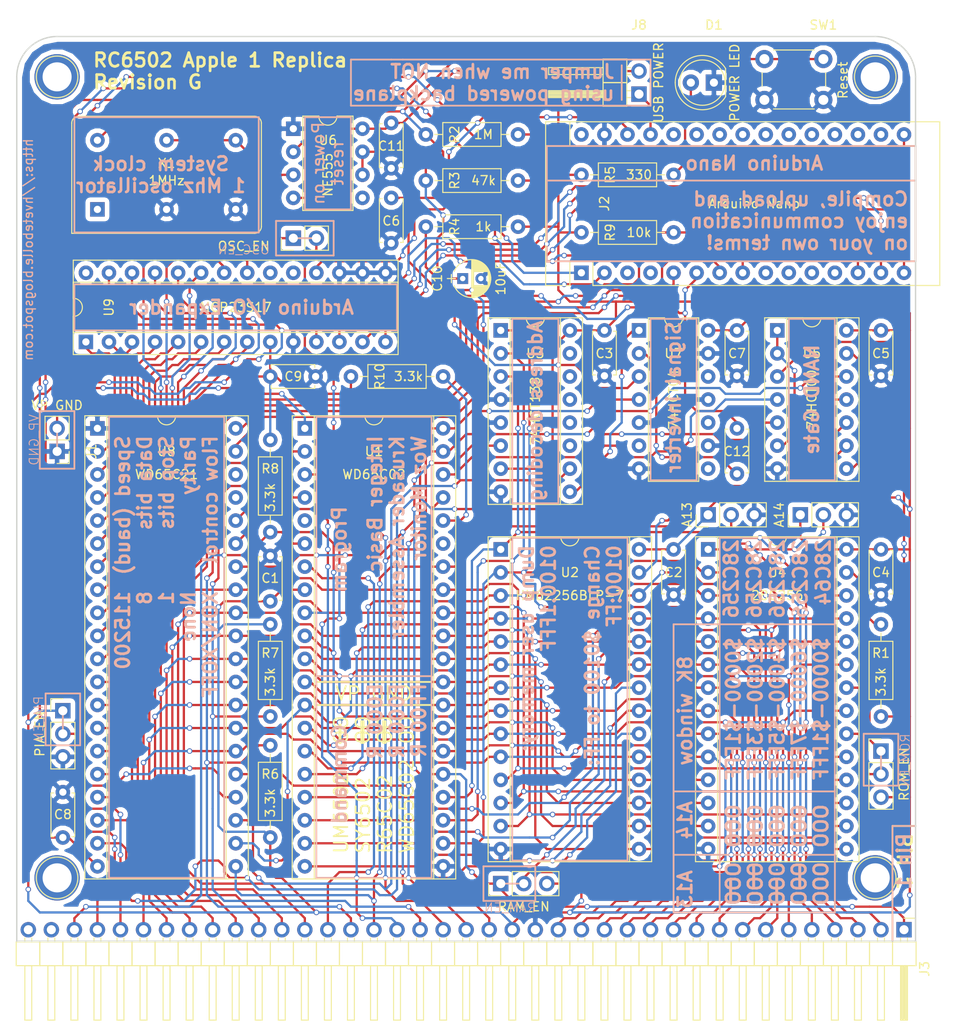
<source format=kicad_pcb>
(kicad_pcb (version 4) (host pcbnew 4.0.7)
  (layers (0 F.Cu signal) (31 B.Cu signal) (34 B.Paste user) (35 F.Paste user) (36 B.SilkS user) (37 F.SilkS user) (38 B.Mask user) (39 F.Mask user) (44 Edge.Cuts user))
  (net 0 "")
  (net 1 GND)
  (net 2 OUT_DA)
  (net 3 VCC)
  (net 4 "Net-(D1-Pad2)")
  (net 5 "Net-(J1-Pad2)")
  (net 6 TX)
  (net 7 RX)
  (net 8 KBD_READY)
  (net 9 KBD_STROBE)
  (net 10 OUT_RDA)
  (net 11 P_RESET)
  (net 12 "Net-(J2-Pad13)")
  (net 13 "Net-(J2-Pad14)")
  (net 14 "Net-(J2-Pad15)")
  (net 15 "Net-(J2-Pad16)")
  (net 16 A15)
  (net 17 A14)
  (net 18 A13)
  (net 19 A12)
  (net 20 A11)
  (net 21 A10)
  (net 22 A9)
  (net 23 A8)
  (net 24 A7)
  (net 25 A6)
  (net 26 A5)
  (net 27 A4)
  (net 28 A3)
  (net 29 A2)
  (net 30 A1)
  (net 31 A0)
  (net 32 PHI2)
  (net 33 RESET)
  (net 34 CLOCK)
  (net 35 IRQ)
  (net 36 RW)
  (net 37 RDY)
  (net 38 SYNC)
  (net 39 D0)
  (net 40 D1)
  (net 41 D2)
  (net 42 D3)
  (net 43 D4)
  (net 44 D5)
  (net 45 D6)
  (net 46 D7)
  (net 47 NMI)
  (net 48 A13_W)
  (net 49 A14_W)
  (net 50 "Net-(R1-Pad1)")
  (net 51 CS_PIA)
  (net 52 CS_ROM)
  (net 53 "Net-(U5-Pad1)")
  (net 54 KBD_D0)
  (net 55 KBD_D1)
  (net 56 KBD_D2)
  (net 57 KBD_D3)
  (net 58 KBD_D4)
  (net 59 KBD_D5)
  (net 60 KBD_D6)
  (net 61 KBD_D7)
  (net 62 OUT_D0)
  (net 63 OUT_D1)
  (net 64 OUT_D2)
  (net 65 OUT_D3)
  (net 66 OUT_D4)
  (net 67 OUT_D5)
  (net 68 OUT_D6)
  (net 69 "Net-(U2-Pad27)")
  (net 70 "Net-(U3-Pad9)")
  (net 71 "Net-(U3-Pad7)")
  (net 72 "Net-(U5-Pad13)")
  (net 73 "Net-(U6-Pad3)")
  (net 74 "Net-(U7-Pad1)")
  (net 75 "Net-(C6-Pad1)")
  (net 76 "Net-(C10-Pad1)")
  (net 77 "Net-(C12-Pad2)")
  (net 78 "Net-(J2-Pad27)")
  (net 79 "Net-(R10-Pad1)")
  (net 80 "Net-(J9-Pad2)")
  (net 81 "Net-(J10-Pad2)")
  (net 82 "Net-(J11-Pad2)")
  (net 83 "Net-(JP1-Pad1)")
  (net 84 PHI1)
  (module Housings_DIP:DIP-40_W15.24mm_Socket (layer F.Cu) (at 147.955 82.55)
    (fp_text reference U1 (at 7.62 2.54) (layer F.SilkS))
    (fp_text value WD65C02 (at 7.62 5.08 180) (layer F.SilkS))
    (pad 1 thru_hole rect (at 0 0) (size 1.6 1.6) (drill 0.8) (layers *.Cu *.Mask) (net 5 "Net-(J1-Pad2)"))
    (pad 21 thru_hole oval (at 15.24 48.26) (size 1.6 1.6) (drill 0.8) (layers *.Cu *.Mask) (net 1 GND))
    (pad 2 thru_hole oval (at 0 2.54) (size 1.6 1.6) (drill 0.8) (layers *.Cu *.Mask) (net 37 RDY))
    (pad 22 thru_hole oval (at 15.24 45.72) (size 1.6 1.6) (drill 0.8) (layers *.Cu *.Mask) (net 19 A12))
    (pad 3 thru_hole oval (at 0 5.08) (size 1.6 1.6) (drill 0.8) (layers *.Cu *.Mask) (net 84 PHI1))
    (pad 23 thru_hole oval (at 15.24 43.18) (size 1.6 1.6) (drill 0.8) (layers *.Cu *.Mask) (net 18 A13))
    (pad 4 thru_hole oval (at 0 7.62) (size 1.6 1.6) (drill 0.8) (layers *.Cu *.Mask) (net 35 IRQ))
    (pad 24 thru_hole oval (at 15.24 40.64) (size 1.6 1.6) (drill 0.8) (layers *.Cu *.Mask) (net 17 A14))
    (pad 5 thru_hole oval (at 0 10.16) (size 1.6 1.6) (drill 0.8) (layers *.Cu *.Mask))
    (pad 25 thru_hole oval (at 15.24 38.1) (size 1.6 1.6) (drill 0.8) (layers *.Cu *.Mask) (net 16 A15))
    (pad 6 thru_hole oval (at 0 12.7) (size 1.6 1.6) (drill 0.8) (layers *.Cu *.Mask) (net 47 NMI))
    (pad 26 thru_hole oval (at 15.24 35.56) (size 1.6 1.6) (drill 0.8) (layers *.Cu *.Mask) (net 46 D7))
    (pad 7 thru_hole oval (at 0 15.24) (size 1.6 1.6) (drill 0.8) (layers *.Cu *.Mask) (net 38 SYNC))
    (pad 27 thru_hole oval (at 15.24 33.02) (size 1.6 1.6) (drill 0.8) (layers *.Cu *.Mask) (net 45 D6))
    (pad 8 thru_hole oval (at 0 17.78) (size 1.6 1.6) (drill 0.8) (layers *.Cu *.Mask) (net 3 VCC))
    (pad 28 thru_hole oval (at 15.24 30.48) (size 1.6 1.6) (drill 0.8) (layers *.Cu *.Mask) (net 44 D5))
    (pad 9 thru_hole oval (at 0 20.32) (size 1.6 1.6) (drill 0.8) (layers *.Cu *.Mask) (net 31 A0))
    (pad 29 thru_hole oval (at 15.24 27.94) (size 1.6 1.6) (drill 0.8) (layers *.Cu *.Mask) (net 43 D4))
    (pad 10 thru_hole oval (at 0 22.86) (size 1.6 1.6) (drill 0.8) (layers *.Cu *.Mask) (net 30 A1))
    (pad 30 thru_hole oval (at 15.24 25.4) (size 1.6 1.6) (drill 0.8) (layers *.Cu *.Mask) (net 42 D3))
    (pad 11 thru_hole oval (at 0 25.4) (size 1.6 1.6) (drill 0.8) (layers *.Cu *.Mask) (net 29 A2))
    (pad 31 thru_hole oval (at 15.24 22.86) (size 1.6 1.6) (drill 0.8) (layers *.Cu *.Mask) (net 41 D2))
    (pad 12 thru_hole oval (at 0 27.94) (size 1.6 1.6) (drill 0.8) (layers *.Cu *.Mask) (net 28 A3))
    (pad 32 thru_hole oval (at 15.24 20.32) (size 1.6 1.6) (drill 0.8) (layers *.Cu *.Mask) (net 40 D1))
    (pad 13 thru_hole oval (at 0 30.48) (size 1.6 1.6) (drill 0.8) (layers *.Cu *.Mask) (net 27 A4))
    (pad 33 thru_hole oval (at 15.24 17.78) (size 1.6 1.6) (drill 0.8) (layers *.Cu *.Mask) (net 39 D0))
    (pad 14 thru_hole oval (at 0 33.02) (size 1.6 1.6) (drill 0.8) (layers *.Cu *.Mask) (net 26 A5))
    (pad 34 thru_hole oval (at 15.24 15.24) (size 1.6 1.6) (drill 0.8) (layers *.Cu *.Mask) (net 36 RW))
    (pad 15 thru_hole oval (at 0 35.56) (size 1.6 1.6) (drill 0.8) (layers *.Cu *.Mask) (net 25 A6))
    (pad 35 thru_hole oval (at 15.24 12.7) (size 1.6 1.6) (drill 0.8) (layers *.Cu *.Mask))
    (pad 16 thru_hole oval (at 0 38.1) (size 1.6 1.6) (drill 0.8) (layers *.Cu *.Mask) (net 24 A7))
    (pad 36 thru_hole oval (at 15.24 10.16) (size 1.6 1.6) (drill 0.8) (layers *.Cu *.Mask) (net 79 "Net-(R10-Pad1)"))
    (pad 17 thru_hole oval (at 0 40.64) (size 1.6 1.6) (drill 0.8) (layers *.Cu *.Mask) (net 23 A8))
    (pad 37 thru_hole oval (at 15.24 7.62) (size 1.6 1.6) (drill 0.8) (layers *.Cu *.Mask) (net 34 CLOCK))
    (pad 18 thru_hole oval (at 0 43.18) (size 1.6 1.6) (drill 0.8) (layers *.Cu *.Mask) (net 22 A9))
    (pad 38 thru_hole oval (at 15.24 5.08) (size 1.6 1.6) (drill 0.8) (layers *.Cu *.Mask) (net 3 VCC))
    (pad 19 thru_hole oval (at 0 45.72) (size 1.6 1.6) (drill 0.8) (layers *.Cu *.Mask) (net 21 A10))
    (pad 39 thru_hole oval (at 15.24 2.54) (size 1.6 1.6) (drill 0.8) (layers *.Cu *.Mask) (net 32 PHI2))
    (pad 20 thru_hole oval (at 0 48.26) (size 1.6 1.6) (drill 0.8) (layers *.Cu *.Mask) (net 20 A11))
    (pad 40 thru_hole oval (at 15.24 0) (size 1.6 1.6) (drill 0.8) (layers *.Cu *.Mask) (net 33 RESET))
  )
  (module Capacitors_THT:C_Disc_D4.7mm_W2.5mm_P5.00mm (layer F.Cu) (at 144.145 101.6 90)
    (fp_text reference C1 (at 2.54 0 180) (layer F.SilkS))
    (fp_text value 100nF)
    (pad 1 thru_hole circle (at 0 0 90) (size 1.6 1.6) (drill 0.8) (layers *.Cu *.Mask) (net 3 VCC))
    (pad 2 thru_hole circle (at 5 0 90) (size 1.6 1.6) (drill 0.8) (layers *.Cu *.Mask) (net 1 GND))
  )
  (module Capacitors_THT:C_Disc_D4.7mm_W2.5mm_P5.00mm (layer F.Cu) (at 188.595 95.885 270)
    (fp_text reference C2 (at 2.54 0 360) (layer F.SilkS))
    (fp_text value 100nF)
    (pad 1 thru_hole circle (at 0 0 270) (size 1.6 1.6) (drill 0.8) (layers *.Cu *.Mask) (net 3 VCC))
    (pad 2 thru_hole circle (at 5 0 270) (size 1.6 1.6) (drill 0.8) (layers *.Cu *.Mask) (net 1 GND))
  )
  (module Capacitors_THT:C_Disc_D4.7mm_W2.5mm_P5.00mm (layer F.Cu) (at 211.455 95.885 270)
    (fp_text reference C4 (at 2.54 0 360) (layer F.SilkS))
    (fp_text value 100nF)
    (pad 1 thru_hole circle (at 0 0 270) (size 1.6 1.6) (drill 0.8) (layers *.Cu *.Mask) (net 3 VCC))
    (pad 2 thru_hole circle (at 5 0 270) (size 1.6 1.6) (drill 0.8) (layers *.Cu *.Mask) (net 1 GND))
  )
  (module Capacitors_THT:C_Disc_D4.7mm_W2.5mm_P5.00mm (layer F.Cu) (at 211.455 71.755 270)
    (fp_text reference C5 (at 2.54 0 360) (layer F.SilkS))
    (fp_text value 100nF)
    (pad 1 thru_hole circle (at 0 0 270) (size 1.6 1.6) (drill 0.8) (layers *.Cu *.Mask) (net 3 VCC))
    (pad 2 thru_hole circle (at 5 0 270) (size 1.6 1.6) (drill 0.8) (layers *.Cu *.Mask) (net 1 GND))
  )
  (module Capacitors_THT:C_Disc_D4.7mm_W2.5mm_P5.00mm (layer F.Cu) (at 157.48 57.15 270)
    (fp_text reference C6 (at 2.54 0 540) (layer F.SilkS))
    (fp_text value 100nF)
    (pad 1 thru_hole circle (at 0 0 270) (size 1.6 1.6) (drill 0.8) (layers *.Cu *.Mask) (net 75 "Net-(C6-Pad1)"))
    (pad 2 thru_hole circle (at 5 0 270) (size 1.6 1.6) (drill 0.8) (layers *.Cu *.Mask) (net 1 GND))
  )
  (module Capacitors_THT:C_Disc_D4.7mm_W2.5mm_P5.00mm (layer F.Cu) (at 195.58 71.755 270)
    (fp_text reference C7 (at 2.54 0 360) (layer F.SilkS))
    (fp_text value 100nF)
    (pad 1 thru_hole circle (at 0 0 270) (size 1.6 1.6) (drill 0.8) (layers *.Cu *.Mask) (net 3 VCC))
    (pad 2 thru_hole circle (at 5 0 270) (size 1.6 1.6) (drill 0.8) (layers *.Cu *.Mask) (net 1 GND))
  )
  (module Capacitors_THT:C_Disc_D4.7mm_W2.5mm_P5.00mm (layer F.Cu) (at 121.285 127.635 90)
    (fp_text reference C8 (at 2.54 0 180) (layer F.SilkS))
    (fp_text value 100nF)
    (pad 1 thru_hole circle (at 0 0 90) (size 1.6 1.6) (drill 0.8) (layers *.Cu *.Mask) (net 3 VCC))
    (pad 2 thru_hole circle (at 5 0 90) (size 1.6 1.6) (drill 0.8) (layers *.Cu *.Mask) (net 1 GND))
  )
  (module Capacitors_THT:C_Disc_D4.7mm_W2.5mm_P5.00mm (layer F.Cu) (at 144.145 76.835)
    (fp_text reference C9 (at 2.54 0) (layer F.SilkS))
    (fp_text value 100nF)
    (pad 1 thru_hole circle (at 0 0) (size 1.6 1.6) (drill 0.8) (layers *.Cu *.Mask) (net 3 VCC))
    (pad 2 thru_hole circle (at 5 0) (size 1.6 1.6) (drill 0.8) (layers *.Cu *.Mask) (net 1 GND))
  )
  (module Capacitors_THT:C_Disc_D4.7mm_W2.5mm_P5.00mm (layer F.Cu) (at 157.48 48.895 270)
    (fp_text reference C11 (at 2.54 0 360) (layer F.SilkS))
    (fp_text value 100nF)
    (pad 1 thru_hole circle (at 0 0 270) (size 1.6 1.6) (drill 0.8) (layers *.Cu *.Mask) (net 3 VCC))
    (pad 2 thru_hole circle (at 5 0 270) (size 1.6 1.6) (drill 0.8) (layers *.Cu *.Mask) (net 1 GND))
  )
  (module Modules:Arduino_Nano (layer F.Cu) (at 178.435 65.405 90)
    (fp_text reference J2 (at 7.62 2.54 90) (layer F.SilkS))
    (fp_text value "Arduino Nano" (at 7.62 19.05 180) (layer F.SilkS))
    (pad 1 thru_hole rect (at 0 0 90) (size 1.6 1.6) (drill 0.8) (layers *.Cu *.Mask) (net 6 TX))
    (pad 17 thru_hole oval (at 15.24 33.02 90) (size 1.6 1.6) (drill 0.8) (layers *.Cu *.Mask))
    (pad 2 thru_hole oval (at 0 2.54 90) (size 1.6 1.6) (drill 0.8) (layers *.Cu *.Mask) (net 7 RX))
    (pad 18 thru_hole oval (at 15.24 30.48 90) (size 1.6 1.6) (drill 0.8) (layers *.Cu *.Mask))
    (pad 3 thru_hole oval (at 0 5.08 90) (size 1.6 1.6) (drill 0.8) (layers *.Cu *.Mask))
    (pad 19 thru_hole oval (at 15.24 27.94 90) (size 1.6 1.6) (drill 0.8) (layers *.Cu *.Mask))
    (pad 4 thru_hole oval (at 0 7.62 90) (size 1.6 1.6) (drill 0.8) (layers *.Cu *.Mask))
    (pad 20 thru_hole oval (at 15.24 25.4 90) (size 1.6 1.6) (drill 0.8) (layers *.Cu *.Mask))
    (pad 5 thru_hole oval (at 0 10.16 90) (size 1.6 1.6) (drill 0.8) (layers *.Cu *.Mask) (net 8 KBD_READY))
    (pad 21 thru_hole oval (at 15.24 22.86 90) (size 1.6 1.6) (drill 0.8) (layers *.Cu *.Mask))
    (pad 6 thru_hole oval (at 0 12.7 90) (size 1.6 1.6) (drill 0.8) (layers *.Cu *.Mask) (net 2 OUT_DA))
    (pad 22 thru_hole oval (at 15.24 20.32 90) (size 1.6 1.6) (drill 0.8) (layers *.Cu *.Mask))
    (pad 7 thru_hole oval (at 0 15.24 90) (size 1.6 1.6) (drill 0.8) (layers *.Cu *.Mask) (net 9 KBD_STROBE))
    (pad 23 thru_hole oval (at 15.24 17.78 90) (size 1.6 1.6) (drill 0.8) (layers *.Cu *.Mask))
    (pad 8 thru_hole oval (at 0 17.78 90) (size 1.6 1.6) (drill 0.8) (layers *.Cu *.Mask) (net 10 OUT_RDA))
    (pad 24 thru_hole oval (at 15.24 15.24 90) (size 1.6 1.6) (drill 0.8) (layers *.Cu *.Mask))
    (pad 9 thru_hole oval (at 0 20.32 90) (size 1.6 1.6) (drill 0.8) (layers *.Cu *.Mask))
    (pad 25 thru_hole oval (at 15.24 12.7 90) (size 1.6 1.6) (drill 0.8) (layers *.Cu *.Mask))
    (pad 10 thru_hole oval (at 0 22.86 90) (size 1.6 1.6) (drill 0.8) (layers *.Cu *.Mask))
    (pad 26 thru_hole oval (at 15.24 10.16 90) (size 1.6 1.6) (drill 0.8) (layers *.Cu *.Mask))
    (pad 11 thru_hole oval (at 0 25.4 90) (size 1.6 1.6) (drill 0.8) (layers *.Cu *.Mask))
    (pad 27 thru_hole oval (at 15.24 7.62 90) (size 1.6 1.6) (drill 0.8) (layers *.Cu *.Mask) (net 78 "Net-(J2-Pad27)"))
    (pad 12 thru_hole oval (at 0 27.94 90) (size 1.6 1.6) (drill 0.8) (layers *.Cu *.Mask))
    (pad 28 thru_hole oval (at 15.24 5.08 90) (size 1.6 1.6) (drill 0.8) (layers *.Cu *.Mask) (net 11 P_RESET))
    (pad 13 thru_hole oval (at 0 30.48 90) (size 1.6 1.6) (drill 0.8) (layers *.Cu *.Mask) (net 12 "Net-(J2-Pad13)"))
    (pad 29 thru_hole oval (at 15.24 2.54 90) (size 1.6 1.6) (drill 0.8) (layers *.Cu *.Mask) (net 1 GND))
    (pad 14 thru_hole oval (at 0 33.02 90) (size 1.6 1.6) (drill 0.8) (layers *.Cu *.Mask) (net 13 "Net-(J2-Pad14)"))
    (pad 30 thru_hole oval (at 15.24 0 90) (size 1.6 1.6) (drill 0.8) (layers *.Cu *.Mask))
    (pad 15 thru_hole oval (at 0 35.56 90) (size 1.6 1.6) (drill 0.8) (layers *.Cu *.Mask) (net 14 "Net-(J2-Pad15)"))
    (pad 16 thru_hole oval (at 15.24 35.56 90) (size 1.6 1.6) (drill 0.8) (layers *.Cu *.Mask) (net 15 "Net-(J2-Pad16)"))
  )
  (module Pin_Headers:Pin_Header_Angled_1x39_Pitch2.54mm (layer F.Cu) (at 213.995 137.795 270)
    (fp_text reference J3 (at 4.315 -2.27 270) (layer F.SilkS))
    (fp_text value Backplane)
    (pad 1 thru_hole rect (at 0 0 270) (size 1.7 1.7) (drill 1) (layers *.Cu *.Mask) (net 16 A15))
    (pad 2 thru_hole oval (at 0 2.54 270) (size 1.7 1.7) (drill 1) (layers *.Cu *.Mask) (net 17 A14))
    (pad 3 thru_hole oval (at 0 5.08 270) (size 1.7 1.7) (drill 1) (layers *.Cu *.Mask) (net 18 A13))
    (pad 4 thru_hole oval (at 0 7.62 270) (size 1.7 1.7) (drill 1) (layers *.Cu *.Mask) (net 19 A12))
    (pad 5 thru_hole oval (at 0 10.16 270) (size 1.7 1.7) (drill 1) (layers *.Cu *.Mask) (net 20 A11))
    (pad 6 thru_hole oval (at 0 12.7 270) (size 1.7 1.7) (drill 1) (layers *.Cu *.Mask) (net 21 A10))
    (pad 7 thru_hole oval (at 0 15.24 270) (size 1.7 1.7) (drill 1) (layers *.Cu *.Mask) (net 22 A9))
    (pad 8 thru_hole oval (at 0 17.78 270) (size 1.7 1.7) (drill 1) (layers *.Cu *.Mask) (net 23 A8))
    (pad 9 thru_hole oval (at 0 20.32 270) (size 1.7 1.7) (drill 1) (layers *.Cu *.Mask) (net 24 A7))
    (pad 10 thru_hole oval (at 0 22.86 270) (size 1.7 1.7) (drill 1) (layers *.Cu *.Mask) (net 25 A6))
    (pad 11 thru_hole oval (at 0 25.4 270) (size 1.7 1.7) (drill 1) (layers *.Cu *.Mask) (net 26 A5))
    (pad 12 thru_hole oval (at 0 27.94 270) (size 1.7 1.7) (drill 1) (layers *.Cu *.Mask) (net 27 A4))
    (pad 13 thru_hole oval (at 0 30.48 270) (size 1.7 1.7) (drill 1) (layers *.Cu *.Mask) (net 28 A3))
    (pad 14 thru_hole oval (at 0 33.02 270) (size 1.7 1.7) (drill 1) (layers *.Cu *.Mask) (net 29 A2))
    (pad 15 thru_hole oval (at 0 35.56 270) (size 1.7 1.7) (drill 1) (layers *.Cu *.Mask) (net 30 A1))
    (pad 16 thru_hole oval (at 0 38.1 270) (size 1.7 1.7) (drill 1) (layers *.Cu *.Mask) (net 31 A0))
    (pad 17 thru_hole oval (at 0 40.64 270) (size 1.7 1.7) (drill 1) (layers *.Cu *.Mask) (net 1 GND))
    (pad 18 thru_hole oval (at 0 43.18 270) (size 1.7 1.7) (drill 1) (layers *.Cu *.Mask) (net 3 VCC))
    (pad 19 thru_hole oval (at 0 45.72 270) (size 1.7 1.7) (drill 1) (layers *.Cu *.Mask) (net 32 PHI2))
    (pad 20 thru_hole oval (at 0 48.26 270) (size 1.7 1.7) (drill 1) (layers *.Cu *.Mask) (net 33 RESET))
    (pad 21 thru_hole oval (at 0 50.8 270) (size 1.7 1.7) (drill 1) (layers *.Cu *.Mask) (net 34 CLOCK))
    (pad 22 thru_hole oval (at 0 53.34 270) (size 1.7 1.7) (drill 1) (layers *.Cu *.Mask) (net 35 IRQ))
    (pad 23 thru_hole oval (at 0 55.88 270) (size 1.7 1.7) (drill 1) (layers *.Cu *.Mask) (net 84 PHI1))
    (pad 24 thru_hole oval (at 0 58.42 270) (size 1.7 1.7) (drill 1) (layers *.Cu *.Mask) (net 36 RW))
    (pad 25 thru_hole oval (at 0 60.96 270) (size 1.7 1.7) (drill 1) (layers *.Cu *.Mask) (net 37 RDY))
    (pad 26 thru_hole oval (at 0 63.5 270) (size 1.7 1.7) (drill 1) (layers *.Cu *.Mask) (net 38 SYNC))
    (pad 27 thru_hole oval (at 0 66.04 270) (size 1.7 1.7) (drill 1) (layers *.Cu *.Mask) (net 39 D0))
    (pad 28 thru_hole oval (at 0 68.58 270) (size 1.7 1.7) (drill 1) (layers *.Cu *.Mask) (net 40 D1))
    (pad 29 thru_hole oval (at 0 71.12 270) (size 1.7 1.7) (drill 1) (layers *.Cu *.Mask) (net 41 D2))
    (pad 30 thru_hole oval (at 0 73.66 270) (size 1.7 1.7) (drill 1) (layers *.Cu *.Mask) (net 42 D3))
    (pad 31 thru_hole oval (at 0 76.2 270) (size 1.7 1.7) (drill 1) (layers *.Cu *.Mask) (net 43 D4))
    (pad 32 thru_hole oval (at 0 78.74 270) (size 1.7 1.7) (drill 1) (layers *.Cu *.Mask) (net 44 D5))
    (pad 33 thru_hole oval (at 0 81.28 270) (size 1.7 1.7) (drill 1) (layers *.Cu *.Mask) (net 45 D6))
    (pad 34 thru_hole oval (at 0 83.82 270) (size 1.7 1.7) (drill 1) (layers *.Cu *.Mask) (net 46 D7))
    (pad 35 thru_hole oval (at 0 86.36 270) (size 1.7 1.7) (drill 1) (layers *.Cu *.Mask) (net 6 TX))
    (pad 36 thru_hole oval (at 0 88.9 270) (size 1.7 1.7) (drill 1) (layers *.Cu *.Mask) (net 7 RX))
    (pad 37 thru_hole oval (at 0 91.44 270) (size 1.7 1.7) (drill 1) (layers *.Cu *.Mask) (net 47 NMI))
    (pad 38 thru_hole oval (at 0 93.98 270) (size 1.7 1.7) (drill 1) (layers *.Cu *.Mask))
    (pad 39 thru_hole oval (at 0 96.52 270) (size 1.7 1.7) (drill 1) (layers *.Cu *.Mask))
  )
  (module Resistors_THT:R_Axial_DIN0207_L6.3mm_D2.5mm_P10.16mm_Horizontal (layer F.Cu) (at 211.455 104.14 270)
    (fp_text reference R1 (at 3.175 0 360) (layer F.SilkS))
    (fp_text value 3.3k (at 6.35 0 270) (layer F.SilkS))
    (pad 1 thru_hole circle (at 0 0 270) (size 1.6 1.6) (drill 0.8) (layers *.Cu *.Mask) (net 50 "Net-(R1-Pad1)"))
    (pad 2 thru_hole oval (at 10.16 0 270) (size 1.6 1.6) (drill 0.8) (layers *.Cu *.Mask) (net 3 VCC))
  )
  (module Resistors_THT:R_Axial_DIN0207_L6.3mm_D2.5mm_P10.16mm_Horizontal (layer F.Cu) (at 171.45 50.165 180)
    (fp_text reference R2 (at 6.985 0 270) (layer F.SilkS))
    (fp_text value 1M (at 3.81 0 180) (layer F.SilkS))
    (pad 1 thru_hole circle (at 0 0 180) (size 1.6 1.6) (drill 0.8) (layers *.Cu *.Mask) (net 3 VCC))
    (pad 2 thru_hole oval (at 10.16 0 180) (size 1.6 1.6) (drill 0.8) (layers *.Cu *.Mask) (net 75 "Net-(C6-Pad1)"))
  )
  (module Resistors_THT:R_Axial_DIN0207_L6.3mm_D2.5mm_P10.16mm_Horizontal (layer F.Cu) (at 171.45 55.245 180)
    (fp_text reference R3 (at 6.985 0 270) (layer F.SilkS))
    (fp_text value 47k (at 3.81 0 180) (layer F.SilkS))
    (pad 1 thru_hole circle (at 0 0 180) (size 1.6 1.6) (drill 0.8) (layers *.Cu *.Mask) (net 3 VCC))
    (pad 2 thru_hole oval (at 10.16 0 180) (size 1.6 1.6) (drill 0.8) (layers *.Cu *.Mask) (net 76 "Net-(C10-Pad1)"))
  )
  (module Resistors_THT:R_Axial_DIN0207_L6.3mm_D2.5mm_P10.16mm_Horizontal (layer F.Cu) (at 161.29 60.325)
    (fp_text reference R4 (at 3.175 0 90) (layer F.SilkS))
    (fp_text value 1k (at 6.35 0) (layer F.SilkS))
    (pad 1 thru_hole circle (at 0 0) (size 1.6 1.6) (drill 0.8) (layers *.Cu *.Mask) (net 33 RESET))
    (pad 2 thru_hole oval (at 10.16 0) (size 1.6 1.6) (drill 0.8) (layers *.Cu *.Mask) (net 3 VCC))
  )
  (module Resistors_THT:R_Axial_DIN0207_L6.3mm_D2.5mm_P10.16mm_Horizontal (layer F.Cu) (at 178.435 54.61)
    (fp_text reference R5 (at 3.175 0 90) (layer F.SilkS))
    (fp_text value 330 (at 6.35 0) (layer F.SilkS))
    (pad 1 thru_hole circle (at 0 0) (size 1.6 1.6) (drill 0.8) (layers *.Cu *.Mask) (net 3 VCC))
    (pad 2 thru_hole oval (at 10.16 0) (size 1.6 1.6) (drill 0.8) (layers *.Cu *.Mask) (net 4 "Net-(D1-Pad2)"))
  )
  (module Resistors_THT:R_Axial_DIN0207_L6.3mm_D2.5mm_P10.16mm_Horizontal (layer F.Cu) (at 144.145 117.475 270)
    (fp_text reference R6 (at 3.175 0 360) (layer F.SilkS))
    (fp_text value 3.3k (at 6.35 0 270) (layer F.SilkS))
    (pad 1 thru_hole circle (at 0 0 270) (size 1.6 1.6) (drill 0.8) (layers *.Cu *.Mask) (net 37 RDY))
    (pad 2 thru_hole oval (at 10.16 0 270) (size 1.6 1.6) (drill 0.8) (layers *.Cu *.Mask) (net 3 VCC))
  )
  (module Resistors_THT:R_Axial_DIN0207_L6.3mm_D2.5mm_P10.16mm_Horizontal (layer F.Cu) (at 144.145 114.3 90)
    (fp_text reference R7 (at 6.985 0 180) (layer F.SilkS))
    (fp_text value 3.3k (at 3.81 0 90) (layer F.SilkS))
    (pad 1 thru_hole circle (at 0 0 90) (size 1.6 1.6) (drill 0.8) (layers *.Cu *.Mask) (net 35 IRQ))
    (pad 2 thru_hole oval (at 10.16 0 90) (size 1.6 1.6) (drill 0.8) (layers *.Cu *.Mask) (net 3 VCC))
  )
  (module Resistors_THT:R_Axial_DIN0207_L6.3mm_D2.5mm_P10.16mm_Horizontal (layer F.Cu) (at 144.145 93.98 90)
    (fp_text reference R8 (at 6.985 0 180) (layer F.SilkS))
    (fp_text value 3.3k (at 3.81 0 90) (layer F.SilkS))
    (pad 1 thru_hole circle (at 0 0 90) (size 1.6 1.6) (drill 0.8) (layers *.Cu *.Mask) (net 47 NMI))
    (pad 2 thru_hole oval (at 10.16 0 90) (size 1.6 1.6) (drill 0.8) (layers *.Cu *.Mask) (net 3 VCC))
  )
  (module Resistors_THT:R_Axial_DIN0207_L6.3mm_D2.5mm_P10.16mm_Horizontal (layer F.Cu) (at 178.435 60.96)
    (fp_text reference R9 (at 3.175 0 90) (layer F.SilkS))
    (fp_text value 10k (at 6.35 0) (layer F.SilkS))
    (pad 1 thru_hole circle (at 0 0) (size 1.6 1.6) (drill 0.8) (layers *.Cu *.Mask) (net 3 VCC))
    (pad 2 thru_hole oval (at 10.16 0) (size 1.6 1.6) (drill 0.8) (layers *.Cu *.Mask) (net 12 "Net-(J2-Pad13)"))
  )
  (module Buttons_Switches_THT:SW_PUSH_6mm (layer F.Cu) (at 205.105 46.355 180)
    (fp_text reference SW1 (at 0 8.255 180) (layer F.SilkS))
    (fp_text value RESET)
    (pad 2 thru_hole circle (at 0 4.5 270) (size 2 2) (drill 1.1) (layers *.Cu *.Mask) (net 75 "Net-(C6-Pad1)"))
    (pad 1 thru_hole circle (at 0 0 270) (size 2 2) (drill 1.1) (layers *.Cu *.Mask) (net 1 GND))
    (pad 2 thru_hole circle (at 6.5 4.5 270) (size 2 2) (drill 1.1) (layers *.Cu *.Mask) (net 75 "Net-(C6-Pad1)"))
    (pad 1 thru_hole circle (at 6.5 0 270) (size 2 2) (drill 1.1) (layers *.Cu *.Mask) (net 1 GND))
  )
  (module Housings_DIP:DIP-28_W15.24mm_Socket (layer F.Cu) (at 169.545 95.885)
    (fp_text reference U2 (at 7.62 2.54) (layer F.SilkS))
    (fp_text value HM62256BLP-7 (at 7.62 5.08) (layer F.SilkS))
    (pad 1 thru_hole rect (at 0 0) (size 1.6 1.6) (drill 0.8) (layers *.Cu *.Mask) (net 17 A14))
    (pad 15 thru_hole oval (at 15.24 33.02) (size 1.6 1.6) (drill 0.8) (layers *.Cu *.Mask) (net 42 D3))
    (pad 2 thru_hole oval (at 0 2.54) (size 1.6 1.6) (drill 0.8) (layers *.Cu *.Mask) (net 19 A12))
    (pad 16 thru_hole oval (at 15.24 30.48) (size 1.6 1.6) (drill 0.8) (layers *.Cu *.Mask) (net 43 D4))
    (pad 3 thru_hole oval (at 0 5.08) (size 1.6 1.6) (drill 0.8) (layers *.Cu *.Mask) (net 24 A7))
    (pad 17 thru_hole oval (at 15.24 27.94) (size 1.6 1.6) (drill 0.8) (layers *.Cu *.Mask) (net 44 D5))
    (pad 4 thru_hole oval (at 0 7.62) (size 1.6 1.6) (drill 0.8) (layers *.Cu *.Mask) (net 25 A6))
    (pad 18 thru_hole oval (at 15.24 25.4) (size 1.6 1.6) (drill 0.8) (layers *.Cu *.Mask) (net 45 D6))
    (pad 5 thru_hole oval (at 0 10.16) (size 1.6 1.6) (drill 0.8) (layers *.Cu *.Mask) (net 26 A5))
    (pad 19 thru_hole oval (at 15.24 22.86) (size 1.6 1.6) (drill 0.8) (layers *.Cu *.Mask) (net 46 D7))
    (pad 6 thru_hole oval (at 0 12.7) (size 1.6 1.6) (drill 0.8) (layers *.Cu *.Mask) (net 27 A4))
    (pad 20 thru_hole oval (at 15.24 20.32) (size 1.6 1.6) (drill 0.8) (layers *.Cu *.Mask) (net 81 "Net-(J10-Pad2)"))
    (pad 7 thru_hole oval (at 0 15.24) (size 1.6 1.6) (drill 0.8) (layers *.Cu *.Mask) (net 28 A3))
    (pad 21 thru_hole oval (at 15.24 17.78) (size 1.6 1.6) (drill 0.8) (layers *.Cu *.Mask) (net 21 A10))
    (pad 8 thru_hole oval (at 0 17.78) (size 1.6 1.6) (drill 0.8) (layers *.Cu *.Mask) (net 29 A2))
    (pad 22 thru_hole oval (at 15.24 15.24) (size 1.6 1.6) (drill 0.8) (layers *.Cu *.Mask) (net 81 "Net-(J10-Pad2)"))
    (pad 9 thru_hole oval (at 0 20.32) (size 1.6 1.6) (drill 0.8) (layers *.Cu *.Mask) (net 30 A1))
    (pad 23 thru_hole oval (at 15.24 12.7) (size 1.6 1.6) (drill 0.8) (layers *.Cu *.Mask) (net 20 A11))
    (pad 10 thru_hole oval (at 0 22.86) (size 1.6 1.6) (drill 0.8) (layers *.Cu *.Mask) (net 31 A0))
    (pad 24 thru_hole oval (at 15.24 10.16) (size 1.6 1.6) (drill 0.8) (layers *.Cu *.Mask) (net 22 A9))
    (pad 11 thru_hole oval (at 0 25.4) (size 1.6 1.6) (drill 0.8) (layers *.Cu *.Mask) (net 39 D0))
    (pad 25 thru_hole oval (at 15.24 7.62) (size 1.6 1.6) (drill 0.8) (layers *.Cu *.Mask) (net 23 A8))
    (pad 12 thru_hole oval (at 0 27.94) (size 1.6 1.6) (drill 0.8) (layers *.Cu *.Mask) (net 40 D1))
    (pad 26 thru_hole oval (at 15.24 5.08) (size 1.6 1.6) (drill 0.8) (layers *.Cu *.Mask) (net 18 A13))
    (pad 13 thru_hole oval (at 0 30.48) (size 1.6 1.6) (drill 0.8) (layers *.Cu *.Mask) (net 41 D2))
    (pad 27 thru_hole oval (at 15.24 2.54) (size 1.6 1.6) (drill 0.8) (layers *.Cu *.Mask) (net 69 "Net-(U2-Pad27)"))
    (pad 14 thru_hole oval (at 0 33.02) (size 1.6 1.6) (drill 0.8) (layers *.Cu *.Mask) (net 1 GND))
    (pad 28 thru_hole oval (at 15.24 0) (size 1.6 1.6) (drill 0.8) (layers *.Cu *.Mask) (net 3 VCC))
  )
  (module Housings_DIP:DIP-14_W7.62mm_Socket (layer F.Cu) (at 200.025 71.755)
    (fp_text reference U5 (at 3.81 2.54) (layer F.SilkS))
    (fp_text value 74HCT00 (at 3.81 7.62 90) (layer F.SilkS))
    (pad 1 thru_hole rect (at 0 0) (size 1.6 1.6) (drill 0.8) (layers *.Cu *.Mask) (net 53 "Net-(U5-Pad1)"))
    (pad 8 thru_hole oval (at 7.62 15.24) (size 1.6 1.6) (drill 0.8) (layers *.Cu *.Mask) (net 72 "Net-(U5-Pad13)"))
    (pad 2 thru_hole oval (at 0 2.54) (size 1.6 1.6) (drill 0.8) (layers *.Cu *.Mask) (net 53 "Net-(U5-Pad1)"))
    (pad 9 thru_hole oval (at 7.62 12.7) (size 1.6 1.6) (drill 0.8) (layers *.Cu *.Mask) (net 36 RW))
    (pad 3 thru_hole oval (at 0 5.08) (size 1.6 1.6) (drill 0.8) (layers *.Cu *.Mask) (net 52 CS_ROM))
    (pad 10 thru_hole oval (at 7.62 10.16) (size 1.6 1.6) (drill 0.8) (layers *.Cu *.Mask) (net 36 RW))
    (pad 4 thru_hole oval (at 0 7.62) (size 1.6 1.6) (drill 0.8) (layers *.Cu *.Mask) (net 70 "Net-(U3-Pad9)"))
    (pad 11 thru_hole oval (at 7.62 7.62) (size 1.6 1.6) (drill 0.8) (layers *.Cu *.Mask) (net 69 "Net-(U2-Pad27)"))
    (pad 5 thru_hole oval (at 0 10.16) (size 1.6 1.6) (drill 0.8) (layers *.Cu *.Mask) (net 71 "Net-(U3-Pad7)"))
    (pad 12 thru_hole oval (at 7.62 5.08) (size 1.6 1.6) (drill 0.8) (layers *.Cu *.Mask) (net 32 PHI2))
    (pad 6 thru_hole oval (at 0 12.7) (size 1.6 1.6) (drill 0.8) (layers *.Cu *.Mask) (net 53 "Net-(U5-Pad1)"))
    (pad 13 thru_hole oval (at 7.62 2.54) (size 1.6 1.6) (drill 0.8) (layers *.Cu *.Mask) (net 72 "Net-(U5-Pad13)"))
    (pad 7 thru_hole oval (at 0 15.24) (size 1.6 1.6) (drill 0.8) (layers *.Cu *.Mask) (net 1 GND))
    (pad 14 thru_hole oval (at 7.62 0) (size 1.6 1.6) (drill 0.8) (layers *.Cu *.Mask) (net 3 VCC))
  )
  (module Housings_DIP:DIP-14_W7.62mm (layer F.Cu) (at 184.785 71.755)
    (fp_text reference U7 (at 3.81 2.54) (layer F.SilkS))
    (fp_text value 74HCT04 (at 3.81 7.62 90) (layer F.SilkS))
    (pad 1 thru_hole rect (at 0 0) (size 1.6 1.6) (drill 0.8) (layers *.Cu *.Mask) (net 74 "Net-(U7-Pad1)"))
    (pad 8 thru_hole oval (at 7.62 15.24) (size 1.6 1.6) (drill 0.8) (layers *.Cu *.Mask))
    (pad 2 thru_hole oval (at 0 2.54) (size 1.6 1.6) (drill 0.8) (layers *.Cu *.Mask) (net 77 "Net-(C12-Pad2)"))
    (pad 9 thru_hole oval (at 7.62 12.7) (size 1.6 1.6) (drill 0.8) (layers *.Cu *.Mask) (net 1 GND))
    (pad 3 thru_hole oval (at 0 5.08) (size 1.6 1.6) (drill 0.8) (layers *.Cu *.Mask) (net 73 "Net-(U6-Pad3)"))
    (pad 10 thru_hole oval (at 7.62 10.16) (size 1.6 1.6) (drill 0.8) (layers *.Cu *.Mask))
    (pad 4 thru_hole oval (at 0 7.62) (size 1.6 1.6) (drill 0.8) (layers *.Cu *.Mask) (net 33 RESET))
    (pad 11 thru_hole oval (at 7.62 7.62) (size 1.6 1.6) (drill 0.8) (layers *.Cu *.Mask) (net 1 GND))
    (pad 5 thru_hole oval (at 0 10.16) (size 1.6 1.6) (drill 0.8) (layers *.Cu *.Mask) (net 1 GND))
    (pad 12 thru_hole oval (at 7.62 5.08) (size 1.6 1.6) (drill 0.8) (layers *.Cu *.Mask))
    (pad 6 thru_hole oval (at 0 12.7) (size 1.6 1.6) (drill 0.8) (layers *.Cu *.Mask))
    (pad 13 thru_hole oval (at 7.62 2.54) (size 1.6 1.6) (drill 0.8) (layers *.Cu *.Mask) (net 1 GND))
    (pad 7 thru_hole oval (at 0 15.24) (size 1.6 1.6) (drill 0.8) (layers *.Cu *.Mask) (net 1 GND))
    (pad 14 thru_hole oval (at 7.62 0) (size 1.6 1.6) (drill 0.8) (layers *.Cu *.Mask) (net 3 VCC))
  )
  (module Housings_DIP:DIP-40_W15.24mm_Socket (layer F.Cu) (at 125.095 82.55)
    (fp_text reference U8 (at 7.62 2.54) (layer F.SilkS))
    (fp_text value WD65C21 (at 7.62 5.08) (layer F.SilkS))
    (pad 1 thru_hole rect (at 0 0) (size 1.6 1.6) (drill 0.8) (layers *.Cu *.Mask) (net 1 GND))
    (pad 21 thru_hole oval (at 15.24 48.26) (size 1.6 1.6) (drill 0.8) (layers *.Cu *.Mask) (net 36 RW))
    (pad 2 thru_hole oval (at 0 2.54) (size 1.6 1.6) (drill 0.8) (layers *.Cu *.Mask) (net 54 KBD_D0))
    (pad 22 thru_hole oval (at 15.24 45.72) (size 1.6 1.6) (drill 0.8) (layers *.Cu *.Mask) (net 27 A4))
    (pad 3 thru_hole oval (at 0 5.08) (size 1.6 1.6) (drill 0.8) (layers *.Cu *.Mask) (net 55 KBD_D1))
    (pad 23 thru_hole oval (at 15.24 43.18) (size 1.6 1.6) (drill 0.8) (layers *.Cu *.Mask) (net 51 CS_PIA))
    (pad 4 thru_hole oval (at 0 7.62) (size 1.6 1.6) (drill 0.8) (layers *.Cu *.Mask) (net 56 KBD_D2))
    (pad 24 thru_hole oval (at 15.24 40.64) (size 1.6 1.6) (drill 0.8) (layers *.Cu *.Mask) (net 82 "Net-(J11-Pad2)"))
    (pad 5 thru_hole oval (at 0 10.16) (size 1.6 1.6) (drill 0.8) (layers *.Cu *.Mask) (net 57 KBD_D3))
    (pad 25 thru_hole oval (at 15.24 38.1) (size 1.6 1.6) (drill 0.8) (layers *.Cu *.Mask) (net 32 PHI2))
    (pad 6 thru_hole oval (at 0 12.7) (size 1.6 1.6) (drill 0.8) (layers *.Cu *.Mask) (net 58 KBD_D4))
    (pad 26 thru_hole oval (at 15.24 35.56) (size 1.6 1.6) (drill 0.8) (layers *.Cu *.Mask) (net 46 D7))
    (pad 7 thru_hole oval (at 0 15.24) (size 1.6 1.6) (drill 0.8) (layers *.Cu *.Mask) (net 59 KBD_D5))
    (pad 27 thru_hole oval (at 15.24 33.02) (size 1.6 1.6) (drill 0.8) (layers *.Cu *.Mask) (net 45 D6))
    (pad 8 thru_hole oval (at 0 17.78) (size 1.6 1.6) (drill 0.8) (layers *.Cu *.Mask) (net 60 KBD_D6))
    (pad 28 thru_hole oval (at 15.24 30.48) (size 1.6 1.6) (drill 0.8) (layers *.Cu *.Mask) (net 44 D5))
    (pad 9 thru_hole oval (at 0 20.32) (size 1.6 1.6) (drill 0.8) (layers *.Cu *.Mask) (net 61 KBD_D7))
    (pad 29 thru_hole oval (at 15.24 27.94) (size 1.6 1.6) (drill 0.8) (layers *.Cu *.Mask) (net 43 D4))
    (pad 10 thru_hole oval (at 0 22.86) (size 1.6 1.6) (drill 0.8) (layers *.Cu *.Mask) (net 62 OUT_D0))
    (pad 30 thru_hole oval (at 15.24 25.4) (size 1.6 1.6) (drill 0.8) (layers *.Cu *.Mask) (net 42 D3))
    (pad 11 thru_hole oval (at 0 25.4) (size 1.6 1.6) (drill 0.8) (layers *.Cu *.Mask) (net 63 OUT_D1))
    (pad 31 thru_hole oval (at 15.24 22.86) (size 1.6 1.6) (drill 0.8) (layers *.Cu *.Mask) (net 41 D2))
    (pad 12 thru_hole oval (at 0 27.94) (size 1.6 1.6) (drill 0.8) (layers *.Cu *.Mask) (net 64 OUT_D2))
    (pad 32 thru_hole oval (at 15.24 20.32) (size 1.6 1.6) (drill 0.8) (layers *.Cu *.Mask) (net 40 D1))
    (pad 13 thru_hole oval (at 0 30.48) (size 1.6 1.6) (drill 0.8) (layers *.Cu *.Mask) (net 65 OUT_D3))
    (pad 33 thru_hole oval (at 15.24 17.78) (size 1.6 1.6) (drill 0.8) (layers *.Cu *.Mask) (net 39 D0))
    (pad 14 thru_hole oval (at 0 33.02) (size 1.6 1.6) (drill 0.8) (layers *.Cu *.Mask) (net 66 OUT_D4))
    (pad 34 thru_hole oval (at 15.24 15.24) (size 1.6 1.6) (drill 0.8) (layers *.Cu *.Mask) (net 33 RESET))
    (pad 15 thru_hole oval (at 0 35.56) (size 1.6 1.6) (drill 0.8) (layers *.Cu *.Mask) (net 67 OUT_D5))
    (pad 35 thru_hole oval (at 15.24 12.7) (size 1.6 1.6) (drill 0.8) (layers *.Cu *.Mask) (net 30 A1))
    (pad 16 thru_hole oval (at 0 38.1) (size 1.6 1.6) (drill 0.8) (layers *.Cu *.Mask) (net 68 OUT_D6))
    (pad 36 thru_hole oval (at 15.24 10.16) (size 1.6 1.6) (drill 0.8) (layers *.Cu *.Mask) (net 31 A0))
    (pad 17 thru_hole oval (at 0 40.64) (size 1.6 1.6) (drill 0.8) (layers *.Cu *.Mask) (net 2 OUT_DA))
    (pad 37 thru_hole oval (at 15.24 7.62) (size 1.6 1.6) (drill 0.8) (layers *.Cu *.Mask))
    (pad 18 thru_hole oval (at 0 43.18) (size 1.6 1.6) (drill 0.8) (layers *.Cu *.Mask) (net 10 OUT_RDA))
    (pad 38 thru_hole oval (at 15.24 5.08) (size 1.6 1.6) (drill 0.8) (layers *.Cu *.Mask))
    (pad 19 thru_hole oval (at 0 45.72) (size 1.6 1.6) (drill 0.8) (layers *.Cu *.Mask) (net 74 "Net-(U7-Pad1)"))
    (pad 39 thru_hole oval (at 15.24 2.54) (size 1.6 1.6) (drill 0.8) (layers *.Cu *.Mask) (net 8 KBD_READY))
    (pad 20 thru_hole oval (at 0 48.26) (size 1.6 1.6) (drill 0.8) (layers *.Cu *.Mask) (net 3 VCC))
    (pad 40 thru_hole oval (at 15.24 0) (size 1.6 1.6) (drill 0.8) (layers *.Cu *.Mask) (net 9 KBD_STROBE))
  )
  (module Housings_DIP:DIP-28_W7.62mm_Socket (layer F.Cu) (at 123.825 73.025 90)
    (fp_text reference U9 (at 3.81 2.54 270) (layer F.SilkS))
    (fp_text value MCP23S17 (at 3.81 16.51 180) (layer F.SilkS))
    (pad 1 thru_hole rect (at 0 0 90) (size 1.6 1.6) (drill 0.8) (layers *.Cu *.Mask) (net 54 KBD_D0))
    (pad 15 thru_hole oval (at 7.62 33.02 90) (size 1.6 1.6) (drill 0.8) (layers *.Cu *.Mask) (net 1 GND))
    (pad 2 thru_hole oval (at 0 2.54 90) (size 1.6 1.6) (drill 0.8) (layers *.Cu *.Mask) (net 55 KBD_D1))
    (pad 16 thru_hole oval (at 7.62 30.48 90) (size 1.6 1.6) (drill 0.8) (layers *.Cu *.Mask) (net 1 GND))
    (pad 3 thru_hole oval (at 0 5.08 90) (size 1.6 1.6) (drill 0.8) (layers *.Cu *.Mask) (net 56 KBD_D2))
    (pad 17 thru_hole oval (at 7.62 27.94 90) (size 1.6 1.6) (drill 0.8) (layers *.Cu *.Mask) (net 1 GND))
    (pad 4 thru_hole oval (at 0 7.62 90) (size 1.6 1.6) (drill 0.8) (layers *.Cu *.Mask) (net 57 KBD_D3))
    (pad 18 thru_hole oval (at 7.62 25.4 90) (size 1.6 1.6) (drill 0.8) (layers *.Cu *.Mask) (net 11 P_RESET))
    (pad 5 thru_hole oval (at 0 10.16 90) (size 1.6 1.6) (drill 0.8) (layers *.Cu *.Mask) (net 58 KBD_D4))
    (pad 19 thru_hole oval (at 7.62 22.86 90) (size 1.6 1.6) (drill 0.8) (layers *.Cu *.Mask))
    (pad 6 thru_hole oval (at 0 12.7 90) (size 1.6 1.6) (drill 0.8) (layers *.Cu *.Mask) (net 59 KBD_D5))
    (pad 20 thru_hole oval (at 7.62 20.32 90) (size 1.6 1.6) (drill 0.8) (layers *.Cu *.Mask))
    (pad 7 thru_hole oval (at 0 15.24 90) (size 1.6 1.6) (drill 0.8) (layers *.Cu *.Mask) (net 60 KBD_D6))
    (pad 21 thru_hole oval (at 7.62 17.78 90) (size 1.6 1.6) (drill 0.8) (layers *.Cu *.Mask) (net 62 OUT_D0))
    (pad 8 thru_hole oval (at 0 17.78 90) (size 1.6 1.6) (drill 0.8) (layers *.Cu *.Mask) (net 61 KBD_D7))
    (pad 22 thru_hole oval (at 7.62 15.24 90) (size 1.6 1.6) (drill 0.8) (layers *.Cu *.Mask) (net 63 OUT_D1))
    (pad 9 thru_hole oval (at 0 20.32 90) (size 1.6 1.6) (drill 0.8) (layers *.Cu *.Mask) (net 3 VCC))
    (pad 23 thru_hole oval (at 7.62 12.7 90) (size 1.6 1.6) (drill 0.8) (layers *.Cu *.Mask) (net 64 OUT_D2))
    (pad 10 thru_hole oval (at 0 22.86 90) (size 1.6 1.6) (drill 0.8) (layers *.Cu *.Mask) (net 1 GND))
    (pad 24 thru_hole oval (at 7.62 10.16 90) (size 1.6 1.6) (drill 0.8) (layers *.Cu *.Mask) (net 65 OUT_D3))
    (pad 11 thru_hole oval (at 0 25.4 90) (size 1.6 1.6) (drill 0.8) (layers *.Cu *.Mask) (net 12 "Net-(J2-Pad13)"))
    (pad 25 thru_hole oval (at 7.62 7.62 90) (size 1.6 1.6) (drill 0.8) (layers *.Cu *.Mask) (net 66 OUT_D4))
    (pad 12 thru_hole oval (at 0 27.94 90) (size 1.6 1.6) (drill 0.8) (layers *.Cu *.Mask) (net 15 "Net-(J2-Pad16)"))
    (pad 26 thru_hole oval (at 7.62 5.08 90) (size 1.6 1.6) (drill 0.8) (layers *.Cu *.Mask) (net 67 OUT_D5))
    (pad 13 thru_hole oval (at 0 30.48 90) (size 1.6 1.6) (drill 0.8) (layers *.Cu *.Mask) (net 13 "Net-(J2-Pad14)"))
    (pad 27 thru_hole oval (at 7.62 2.54 90) (size 1.6 1.6) (drill 0.8) (layers *.Cu *.Mask) (net 68 OUT_D6))
    (pad 14 thru_hole oval (at 0 33.02 90) (size 1.6 1.6) (drill 0.8) (layers *.Cu *.Mask) (net 14 "Net-(J2-Pad15)"))
    (pad 28 thru_hole oval (at 7.62 0 90) (size 1.6 1.6) (drill 0.8) (layers *.Cu *.Mask))
  )
  (module Housings_DIP:DIP-16_W7.62mm_Socket (layer F.Cu) (at 169.545 71.755)
    (fp_text reference U3 (at 3.81 2.54) (layer F.SilkS))
    (fp_text value 74HCT138 (at 3.81 8.89 90) (layer F.SilkS))
    (pad 1 thru_hole rect (at 0 0) (size 1.6 1.6) (drill 0.8) (layers *.Cu *.Mask) (net 19 A12))
    (pad 9 thru_hole oval (at 7.62 17.78) (size 1.6 1.6) (drill 0.8) (layers *.Cu *.Mask) (net 70 "Net-(U3-Pad9)"))
    (pad 2 thru_hole oval (at 0 2.54) (size 1.6 1.6) (drill 0.8) (layers *.Cu *.Mask) (net 18 A13))
    (pad 10 thru_hole oval (at 7.62 15.24) (size 1.6 1.6) (drill 0.8) (layers *.Cu *.Mask) (net 51 CS_PIA))
    (pad 3 thru_hole oval (at 0 5.08) (size 1.6 1.6) (drill 0.8) (layers *.Cu *.Mask) (net 17 A14))
    (pad 11 thru_hole oval (at 7.62 12.7) (size 1.6 1.6) (drill 0.8) (layers *.Cu *.Mask))
    (pad 4 thru_hole oval (at 0 7.62) (size 1.6 1.6) (drill 0.8) (layers *.Cu *.Mask) (net 1 GND))
    (pad 12 thru_hole oval (at 7.62 10.16) (size 1.6 1.6) (drill 0.8) (layers *.Cu *.Mask))
    (pad 5 thru_hole oval (at 0 10.16) (size 1.6 1.6) (drill 0.8) (layers *.Cu *.Mask) (net 1 GND))
    (pad 13 thru_hole oval (at 7.62 7.62) (size 1.6 1.6) (drill 0.8) (layers *.Cu *.Mask))
    (pad 6 thru_hole oval (at 0 12.7) (size 1.6 1.6) (drill 0.8) (layers *.Cu *.Mask) (net 16 A15))
    (pad 14 thru_hole oval (at 7.62 5.08) (size 1.6 1.6) (drill 0.8) (layers *.Cu *.Mask))
    (pad 7 thru_hole oval (at 0 15.24) (size 1.6 1.6) (drill 0.8) (layers *.Cu *.Mask) (net 71 "Net-(U3-Pad7)"))
    (pad 15 thru_hole oval (at 7.62 2.54) (size 1.6 1.6) (drill 0.8) (layers *.Cu *.Mask))
    (pad 8 thru_hole oval (at 0 17.78) (size 1.6 1.6) (drill 0.8) (layers *.Cu *.Mask) (net 1 GND))
    (pad 16 thru_hole oval (at 7.62 0) (size 1.6 1.6) (drill 0.8) (layers *.Cu *.Mask) (net 3 VCC))
  )
  (module Housings_DIP:DIP-28_W15.24mm_Socket (layer F.Cu) (at 192.405 95.885)
    (fp_text reference U4 (at 7.62 2.54) (layer F.SilkS))
    (fp_text value 28C256 (at 7.62 5.08) (layer F.SilkS))
    (pad 1 thru_hole rect (at 0 0) (size 1.6 1.6) (drill 0.8) (layers *.Cu *.Mask) (net 49 A14_W))
    (pad 15 thru_hole oval (at 15.24 33.02) (size 1.6 1.6) (drill 0.8) (layers *.Cu *.Mask) (net 42 D3))
    (pad 2 thru_hole oval (at 0 2.54) (size 1.6 1.6) (drill 0.8) (layers *.Cu *.Mask) (net 19 A12))
    (pad 16 thru_hole oval (at 15.24 30.48) (size 1.6 1.6) (drill 0.8) (layers *.Cu *.Mask) (net 43 D4))
    (pad 3 thru_hole oval (at 0 5.08) (size 1.6 1.6) (drill 0.8) (layers *.Cu *.Mask) (net 24 A7))
    (pad 17 thru_hole oval (at 15.24 27.94) (size 1.6 1.6) (drill 0.8) (layers *.Cu *.Mask) (net 44 D5))
    (pad 4 thru_hole oval (at 0 7.62) (size 1.6 1.6) (drill 0.8) (layers *.Cu *.Mask) (net 25 A6))
    (pad 18 thru_hole oval (at 15.24 25.4) (size 1.6 1.6) (drill 0.8) (layers *.Cu *.Mask) (net 45 D6))
    (pad 5 thru_hole oval (at 0 10.16) (size 1.6 1.6) (drill 0.8) (layers *.Cu *.Mask) (net 26 A5))
    (pad 19 thru_hole oval (at 15.24 22.86) (size 1.6 1.6) (drill 0.8) (layers *.Cu *.Mask) (net 46 D7))
    (pad 6 thru_hole oval (at 0 12.7) (size 1.6 1.6) (drill 0.8) (layers *.Cu *.Mask) (net 27 A4))
    (pad 20 thru_hole oval (at 15.24 20.32) (size 1.6 1.6) (drill 0.8) (layers *.Cu *.Mask) (net 80 "Net-(J9-Pad2)"))
    (pad 7 thru_hole oval (at 0 15.24) (size 1.6 1.6) (drill 0.8) (layers *.Cu *.Mask) (net 28 A3))
    (pad 21 thru_hole oval (at 15.24 17.78) (size 1.6 1.6) (drill 0.8) (layers *.Cu *.Mask) (net 21 A10))
    (pad 8 thru_hole oval (at 0 17.78) (size 1.6 1.6) (drill 0.8) (layers *.Cu *.Mask) (net 29 A2))
    (pad 22 thru_hole oval (at 15.24 15.24) (size 1.6 1.6) (drill 0.8) (layers *.Cu *.Mask) (net 80 "Net-(J9-Pad2)"))
    (pad 9 thru_hole oval (at 0 20.32) (size 1.6 1.6) (drill 0.8) (layers *.Cu *.Mask) (net 30 A1))
    (pad 23 thru_hole oval (at 15.24 12.7) (size 1.6 1.6) (drill 0.8) (layers *.Cu *.Mask) (net 20 A11))
    (pad 10 thru_hole oval (at 0 22.86) (size 1.6 1.6) (drill 0.8) (layers *.Cu *.Mask) (net 31 A0))
    (pad 24 thru_hole oval (at 15.24 10.16) (size 1.6 1.6) (drill 0.8) (layers *.Cu *.Mask) (net 22 A9))
    (pad 11 thru_hole oval (at 0 25.4) (size 1.6 1.6) (drill 0.8) (layers *.Cu *.Mask) (net 39 D0))
    (pad 25 thru_hole oval (at 15.24 7.62) (size 1.6 1.6) (drill 0.8) (layers *.Cu *.Mask) (net 23 A8))
    (pad 12 thru_hole oval (at 0 27.94) (size 1.6 1.6) (drill 0.8) (layers *.Cu *.Mask) (net 40 D1))
    (pad 26 thru_hole oval (at 15.24 5.08) (size 1.6 1.6) (drill 0.8) (layers *.Cu *.Mask) (net 48 A13_W))
    (pad 13 thru_hole oval (at 0 30.48) (size 1.6 1.6) (drill 0.8) (layers *.Cu *.Mask) (net 41 D2))
    (pad 27 thru_hole oval (at 15.24 2.54) (size 1.6 1.6) (drill 0.8) (layers *.Cu *.Mask) (net 50 "Net-(R1-Pad1)"))
    (pad 14 thru_hole oval (at 0 33.02) (size 1.6 1.6) (drill 0.8) (layers *.Cu *.Mask) (net 1 GND))
    (pad 28 thru_hole oval (at 15.24 0) (size 1.6 1.6) (drill 0.8) (layers *.Cu *.Mask) (net 3 VCC))
  )
  (module Housings_DIP:DIP-8_W7.62mm (layer F.Cu) (at 146.685 49.53)
    (fp_text reference U6 (at 3.81 1.27) (layer F.SilkS))
    (fp_text value NE555 (at 3.81 5.08 270) (layer F.SilkS))
    (pad 1 thru_hole rect (at 0 0) (size 1.6 1.6) (drill 0.8) (layers *.Cu *.Mask) (net 1 GND))
    (pad 5 thru_hole oval (at 7.62 7.62) (size 1.6 1.6) (drill 0.8) (layers *.Cu *.Mask))
    (pad 2 thru_hole oval (at 0 2.54) (size 1.6 1.6) (drill 0.8) (layers *.Cu *.Mask) (net 75 "Net-(C6-Pad1)"))
    (pad 6 thru_hole oval (at 7.62 5.08) (size 1.6 1.6) (drill 0.8) (layers *.Cu *.Mask) (net 76 "Net-(C10-Pad1)"))
    (pad 3 thru_hole oval (at 0 5.08) (size 1.6 1.6) (drill 0.8) (layers *.Cu *.Mask) (net 73 "Net-(U6-Pad3)"))
    (pad 7 thru_hole oval (at 7.62 2.54) (size 1.6 1.6) (drill 0.8) (layers *.Cu *.Mask) (net 76 "Net-(C10-Pad1)"))
    (pad 4 thru_hole oval (at 0 7.62) (size 1.6 1.6) (drill 0.8) (layers *.Cu *.Mask) (net 3 VCC))
    (pad 8 thru_hole oval (at 7.62 0) (size 1.6 1.6) (drill 0.8) (layers *.Cu *.Mask) (net 3 VCC))
  )
  (module Capacitors_THT:C_Disc_D4.7mm_W2.5mm_P5.00mm (layer F.Cu) (at 180.975 71.755 270)
    (fp_text reference C3 (at 2.54 0 360) (layer F.SilkS))
    (fp_text value 100nF)
    (pad 1 thru_hole circle (at 0 0 270) (size 1.6 1.6) (drill 0.8) (layers *.Cu *.Mask) (net 3 VCC))
    (pad 2 thru_hole circle (at 5 0 270) (size 1.6 1.6) (drill 0.8) (layers *.Cu *.Mask) (net 1 GND))
  )
  (module Capacitors_THT:CP_Radial_D4.0mm_P2.00mm (layer F.Cu) (at 165.354 66.04)
    (fp_text reference C10 (at -2.794 0 90) (layer F.SilkS))
    (fp_text value 10uF (at 4.191 0 90) (layer F.SilkS))
    (pad 1 thru_hole rect (at 0 0) (size 1.2 1.2) (drill 0.6) (layers *.Cu *.Mask) (net 76 "Net-(C10-Pad1)"))
    (pad 2 thru_hole circle (at 2 0) (size 1.2 1.2) (drill 0.6) (layers *.Cu *.Mask) (net 1 GND))
  )
  (module Capacitors_THT:C_Disc_D4.7mm_W2.5mm_P5.00mm (layer F.Cu) (at 195.58 82.55 270)
    (fp_text reference C12 (at 2.54 0 360) (layer F.SilkS))
    (fp_text value 10nF)
    (pad 1 thru_hole circle (at 0 0 270) (size 1.6 1.6) (drill 0.8) (layers *.Cu *.Mask) (net 2 OUT_DA))
    (pad 2 thru_hole circle (at 5 0 270) (size 1.6 1.6) (drill 0.8) (layers *.Cu *.Mask) (net 77 "Net-(C12-Pad2)"))
  )
  (module rc6502:Mounting (layer F.Cu) (at 210.82 132.08)
    (fp_text reference J4 hide)
    (fp_text value Hole hide)
    (pad 1 thru_hole circle (at 0 0) (size 5 5) (drill 3.2) (layers *.Cu *.Mask))
  )
  (module rc6502:Mounting (layer F.Cu) (at 120.65 132.08)
    (fp_text reference J5 hide)
    (fp_text value Hole hide)
    (pad 1 thru_hole circle (at 0 0) (size 5 5) (drill 3.2) (layers *.Cu *.Mask))
  )
  (module rc6502:Mounting (layer F.Cu) (at 210.82 43.815)
    (fp_text reference J6 hide)
    (fp_text value Hole hide)
    (pad 1 thru_hole circle (at 0 0) (size 5 5) (drill 3.2) (layers *.Cu *.Mask))
  )
  (module rc6502:Mounting (layer F.Cu) (at 120.65 43.815)
    (fp_text reference J7 hide)
    (fp_text value Hole hide)
    (pad 1 thru_hole circle (at 0 0) (size 5 5) (drill 3.2) (layers *.Cu *.Mask))
  )
  (module Pin_Headers:Pin_Header_Straight_1x02_Pitch2.54mm (layer F.Cu) (at 120.65 85.09 180)
    (fp_text reference J1 (at -3.81 0 270) (layer F.SilkS))
    (fp_text value "VP GND" (at 0 5.08 180) (layer F.SilkS))
    (pad 1 thru_hole rect (at 0 0 180) (size 1.7 1.7) (drill 1) (layers *.Cu *.Mask) (net 1 GND))
    (pad 2 thru_hole oval (at 0 2.54 180) (size 1.7 1.7) (drill 1) (layers *.Cu *.Mask) (net 5 "Net-(J1-Pad2)"))
  )
  (module LEDs:LED_D5.0mm (layer F.Cu) (at 193.04 44.45 180)
    (fp_text reference D1 (at 0 6.35 180) (layer F.SilkS))
    (fp_text value Power)
    (pad 1 thru_hole rect (at 0 0 180) (size 1.8 1.8) (drill 0.9) (layers *.Cu *.Mask) (net 1 GND))
    (pad 2 thru_hole circle (at 2.54 0 180) (size 1.8 1.8) (drill 0.9) (layers *.Cu *.Mask) (net 4 "Net-(D1-Pad2)"))
  )
  (module Pin_Headers:Pin_Header_Angled_1x02_Pitch2.54mm (layer F.Cu) (at 184.785 45.72 180)
    (fp_text reference J8 (at 0 7.62 180) (layer F.SilkS))
    (fp_text value Power)
    (pad 1 thru_hole rect (at 0 0 180) (size 1.7 1.7) (drill 1) (layers *.Cu *.Mask) (net 78 "Net-(J2-Pad27)"))
    (pad 2 thru_hole oval (at 0 2.54 180) (size 1.7 1.7) (drill 1) (layers *.Cu *.Mask) (net 3 VCC))
  )
  (module Pin_Headers:Pin_Header_Straight_1x03_Pitch2.54mm (layer F.Cu) (at 192.405 92.075 90)
    (fp_text reference A13 (at 0 -2.33 90) (layer F.SilkS))
    (fp_text value "A13 Select")
    (pad 1 thru_hole rect (at 0 0 90) (size 1.7 1.7) (drill 1) (layers *.Cu *.Mask) (net 3 VCC))
    (pad 2 thru_hole oval (at 0 2.54 90) (size 1.7 1.7) (drill 1) (layers *.Cu *.Mask) (net 48 A13_W))
    (pad 3 thru_hole oval (at 0 5.08 90) (size 1.7 1.7) (drill 1) (layers *.Cu *.Mask) (net 1 GND))
  )
  (module Pin_Headers:Pin_Header_Straight_1x03_Pitch2.54mm (layer F.Cu) (at 202.565 92.075 90)
    (fp_text reference A14 (at 0 -2.33 90) (layer F.SilkS))
    (fp_text value "A14 Select")
    (pad 1 thru_hole rect (at 0 0 90) (size 1.7 1.7) (drill 1) (layers *.Cu *.Mask) (net 3 VCC))
    (pad 2 thru_hole oval (at 0 2.54 90) (size 1.7 1.7) (drill 1) (layers *.Cu *.Mask) (net 49 A14_W))
    (pad 3 thru_hole oval (at 0 5.08 90) (size 1.7 1.7) (drill 1) (layers *.Cu *.Mask) (net 1 GND))
  )
  (module Resistors_THT:R_Axial_DIN0207_L6.3mm_D2.5mm_P10.16mm_Horizontal (layer F.Cu) (at 163.195 76.835 180)
    (fp_text reference R10 (at 6.985 0 270) (layer F.SilkS))
    (fp_text value 3.3k (at 3.81 0 180) (layer F.SilkS))
    (pad 1 thru_hole circle (at 0 0 180) (size 1.6 1.6) (drill 0.8) (layers *.Cu *.Mask) (net 79 "Net-(R10-Pad1)"))
    (pad 2 thru_hole oval (at 10.16 0 180) (size 1.6 1.6) (drill 0.8) (layers *.Cu *.Mask) (net 3 VCC))
  )
  (module Oscillator:Oscillator_DIP-14 (layer F.Cu) (at 125.095 58.42)
    (fp_text reference X1 (at 7.62 -5.08) (layer F.SilkS))
    (fp_text value 1MHz (at 7.62 -3.175) (layer F.SilkS))
    (pad 7 thru_hole circle (at 7.62 0) (size 1.6 1.6) (drill 0.8) (layers *.Cu *.Mask) (net 1 GND))
    (pad 8 thru_hole circle (at 7.62 -7.62) (size 1.6 1.6) (drill 0.8) (layers *.Cu *.Mask) (net 83 "Net-(JP1-Pad1)"))
    (pad 1 thru_hole rect (at 0 0) (size 1.6 1.6) (drill 0.8) (layers *.Cu *.Mask))
    (pad 14 thru_hole circle (at 0 -7.62) (size 1.6 1.6) (drill 0.8) (layers *.Cu *.Mask) (net 3 VCC))
    (pad 8 thru_hole circle (at 15.24 -7.62) (size 1.6 1.6) (drill 0.8) (layers *.Cu *.Mask) (net 83 "Net-(JP1-Pad1)"))
    (pad 7 thru_hole circle (at 15.24 0) (size 1.6 1.6) (drill 0.8) (layers *.Cu *.Mask) (net 1 GND))
  )
  (module Pin_Headers:Pin_Header_Straight_1x03_Pitch2.54mm (layer F.Cu) (at 211.455 118.11)
    (fp_text reference J9)
    (fp_text value ROM_EN (at 2.54 2.54 90) (layer F.SilkS))
    (pad 1 thru_hole rect (at 0 0) (size 1.7 1.7) (drill 1) (layers *.Cu *.Mask) (net 52 CS_ROM))
    (pad 2 thru_hole oval (at 0 2.54) (size 1.7 1.7) (drill 1) (layers *.Cu *.Mask) (net 80 "Net-(J9-Pad2)"))
    (pad 3 thru_hole oval (at 0 5.08) (size 1.7 1.7) (drill 1) (layers *.Cu *.Mask) (net 3 VCC))
  )
  (module Pin_Headers:Pin_Header_Straight_1x03_Pitch2.54mm (layer F.Cu) (at 169.545 132.715 90)
    (fp_text reference J10)
    (fp_text value RAM_EN (at -2.54 2.54 180) (layer F.SilkS))
    (pad 1 thru_hole rect (at 0 0 90) (size 1.7 1.7) (drill 1) (layers *.Cu *.Mask) (net 16 A15))
    (pad 2 thru_hole oval (at 0 2.54 90) (size 1.7 1.7) (drill 1) (layers *.Cu *.Mask) (net 81 "Net-(J10-Pad2)"))
    (pad 3 thru_hole oval (at 0 5.08 90) (size 1.7 1.7) (drill 1) (layers *.Cu *.Mask) (net 3 VCC))
  )
  (module Pin_Headers:Pin_Header_Straight_1x03_Pitch2.54mm (layer F.Cu) (at 121.285 113.665)
    (fp_text reference J11)
    (fp_text value PIA_EN (at -2.54 2.54 90) (layer F.SilkS))
    (pad 1 thru_hole rect (at 0 0) (size 1.7 1.7) (drill 1) (layers *.Cu *.Mask) (net 3 VCC))
    (pad 2 thru_hole oval (at 0 2.54) (size 1.7 1.7) (drill 1) (layers *.Cu *.Mask) (net 82 "Net-(J11-Pad2)"))
    (pad 3 thru_hole oval (at 0 5.08) (size 1.7 1.7) (drill 1) (layers *.Cu *.Mask) (net 1 GND))
  )
  (module Pin_Headers:Pin_Header_Straight_1x02_Pitch2.54mm (layer F.Cu) (at 146.685 61.595 90)
    (fp_text reference JP1)
    (fp_text value OSC_EN (at -0.889 -5.461 180) (layer F.SilkS))
    (pad 1 thru_hole rect (at 0 0 90) (size 1.7 1.7) (drill 1) (layers *.Cu *.Mask) (net 83 "Net-(JP1-Pad1)"))
    (pad 2 thru_hole oval (at 0 2.54 90) (size 1.7 1.7) (drill 1) (layers *.Cu *.Mask) (net 34 CLOCK))
  )
  (gr_text VP_GND (at 118.11 83.82 90) (layer B.SilkS) (effects (font (size 1 1) (thickness 0.1)) (justify mirror)))
  (gr_line (start 120.65 82.55) (end 120.65 85.09) (angle 90) (layer B.SilkS) (width 0.2))
  (gr_line (start 118.745 86.995) (end 118.745 80.645) (angle 90) (layer B.SilkS) (width 0.2))
  (gr_line (start 122.555 86.995) (end 118.745 86.995) (angle 90) (layer B.SilkS) (width 0.2))
  (gr_line (start 122.555 80.645) (end 122.555 86.995) (angle 90) (layer B.SilkS) (width 0.2))
  (gr_line (start 118.745 80.645) (end 122.555 80.645) (angle 90) (layer B.SilkS) (width 0.2))
  (gr_text OSC_EN (at 144.145 62.865) (layer B.SilkS) (effects (font (size 1 1) (thickness 0.1)) (justify left mirror)))
  (gr_line (start 146.685 61.595) (end 149.225 61.595) (angle 90) (layer B.SilkS) (width 0.2))
  (gr_line (start 144.78 63.5) (end 144.78 59.69) (angle 90) (layer B.SilkS) (width 0.2))
  (gr_line (start 151.13 63.5) (end 144.78 63.5) (angle 90) (layer B.SilkS) (width 0.2))
  (gr_line (start 151.13 59.69) (end 151.13 63.5) (angle 90) (layer B.SilkS) (width 0.2))
  (gr_line (start 144.78 59.69) (end 151.13 59.69) (angle 90) (layer B.SilkS) (width 0.2))
  (gr_text PIA_EN (at 118.618 114.554 90) (layer B.SilkS) (effects (font (size 1 1) (thickness 0.1)) (justify mirror)))
  (gr_line (start 121.285 113.665) (end 121.285 116.205) (angle 90) (layer B.SilkS) (width 0.2))
  (gr_line (start 123.19 111.76) (end 123.19 117.475) (angle 90) (layer B.SilkS) (width 0.2))
  (gr_line (start 119.38 111.76) (end 123.19 111.76) (angle 90) (layer B.SilkS) (width 0.2))
  (gr_line (start 119.38 117.475) (end 119.38 111.76) (angle 90) (layer B.SilkS) (width 0.2))
  (gr_line (start 123.19 117.475) (end 119.38 117.475) (angle 90) (layer B.SilkS) (width 0.2))
  (gr_text https://hvetebolle.blogspot.com (at 117.475 62.865 90) (layer B.SilkS) (effects (font (size 1 1)) (justify mirror)))
  (gr_line (start 169.545 132.715) (end 172.085 132.715) (angle 90) (layer B.SilkS) (width 0.2))
  (gr_text RAM_EN (at 170.561 135.382) (layer B.SilkS) (effects (font (size 1 1) (thickness 0.1)) (justify mirror)))
  (gr_line (start 167.64 134.62) (end 167.64 130.81) (angle 90) (layer B.SilkS) (width 0.2))
  (gr_line (start 173.355 134.62) (end 167.64 134.62) (angle 90) (layer B.SilkS) (width 0.2))
  (gr_line (start 173.355 130.81) (end 173.355 134.62) (angle 90) (layer B.SilkS) (width 0.2))
  (gr_line (start 167.64 130.81) (end 173.355 130.81) (angle 90) (layer B.SilkS) (width 0.2))
  (gr_line (start 212.725 133.985) (end 212.725 139.065) (angle 90) (layer B.SilkS) (width 0.2))
  (gr_text ROM_EN (at 214.122 119.126 90) (layer B.SilkS) (effects (font (size 1 1) (thickness 0.1)) (justify mirror)))
  (gr_line (start 211.455 118.11) (end 211.455 120.65) (angle 90) (layer B.SilkS) (width 0.2))
  (gr_line (start 209.55 116.205) (end 209.55 121.92) (angle 90) (layer B.SilkS) (width 0.2))
  (gr_line (start 213.36 116.205) (end 209.55 116.205) (angle 90) (layer B.SilkS) (width 0.2))
  (gr_line (start 213.36 121.92) (end 213.36 116.205) (angle 90) (layer B.SilkS) (width 0.2))
  (gr_line (start 209.55 121.92) (end 213.36 121.92) (angle 90) (layer B.SilkS) (width 0.2))
  (gr_line (start 153.035 46.99) (end 157.48 46.99) (angle 90) (layer B.SilkS) (width 0.2))
  (gr_line (start 153.035 41.91) (end 153.035 46.99) (angle 90) (layer B.SilkS) (width 0.2))
  (gr_line (start 157.48 41.91) (end 153.035 41.91) (angle 90) (layer B.SilkS) (width 0.2))
  (gr_line (start 149.225 110.49) (end 161.925 110.49) (angle 90) (layer F.SilkS) (width 0.2))
  (gr_line (start 149.225 113.03) (end 161.925 113.03) (angle 90) (layer F.SilkS) (width 0.2))
  (gr_line (start 157.48 41.91) (end 158.75 41.91) (angle 90) (layer B.SilkS) (width 0.2))
  (gr_line (start 158.75 46.99) (end 157.48 46.99) (angle 90) (layer B.SilkS) (width 0.2))
  (gr_text "Jumper me when NOT\nusing powered backplane" (at 182.245 44.45) (layer B.SilkS) (effects (font (size 1.5 1.5) (thickness 0.3)) (justify left mirror)))
  (gr_line (start 154.432 117.221) (end 154.432 114.808) (angle 90) (layer F.SilkS) (width 0.2))
  (gr_line (start 156.845 117.221) (end 156.845 114.808) (angle 90) (layer F.SilkS) (width 0.2))
  (gr_line (start 156.591 115.316) (end 156.718 115.316) (angle 90) (layer F.SilkS) (width 0.2))
  (gr_line (start 156.591 117.221) (end 156.591 114.808) (angle 90) (layer F.SilkS) (width 0.2))
  (gr_line (start 156.718 117.221) (end 156.718 114.808) (angle 90) (layer F.SilkS) (width 0.2))
  (gr_line (start 154.178 114.808) (end 154.178 117.221) (angle 90) (layer F.SilkS) (width 0.2))
  (gr_line (start 154.305 117.221) (end 154.305 114.808) (angle 90) (layer F.SilkS) (width 0.2))
  (gr_line (start 151.765 114.808) (end 151.765 117.221) (angle 90) (layer F.SilkS) (width 0.2))
  (gr_line (start 151.892 114.808) (end 151.892 117.221) (angle 90) (layer F.SilkS) (width 0.2))
  (gr_text "VP GND" (at 155.575 111.76) (layer F.SilkS) (effects (font (size 1.5 1.5) (thickness 0.2))))
  (gr_text "OO\nOO\nOO\nOO" (at 155.575 117.475 90) (layer F.SilkS) (effects (font (size 1.5 1.5) (thickness 0.2)) (justify left)))
  (gr_text "UM6502\nSY6502\nR65C02\nWD65C02" (at 155.575 129.54 90) (layer F.SilkS) (effects (font (size 1.5 1.5) (thickness 0.2)) (justify left)))
  (gr_text "Pin 1" (at 213.995 127 90) (layer B.SilkS) (effects (font (size 1.5 1.5) (thickness 0.3)) (justify left mirror)))
  (gr_line (start 212.725 126.365) (end 212.725 133.985) (angle 90) (layer B.SilkS) (width 0.2))
  (gr_line (start 215.265 126.365) (end 212.725 126.365) (angle 90) (layer B.SilkS) (width 0.2))
  (gr_line (start 182.88 42.545) (end 182.88 46.355) (angle 90) (layer B.SilkS) (width 0.2))
  (gr_line (start 158.75 46.99) (end 186.055 46.99) (angle 90) (layer B.SilkS) (width 0.2))
  (gr_line (start 186.055 41.91) (end 158.75 41.91) (angle 90) (layer B.SilkS) (width 0.2))
  (gr_line (start 186.055 46.99) (end 186.055 41.91) (angle 90) (layer B.SilkS) (width 0.2))
  (gr_line (start 215.265 55.245) (end 174.625 55.245) (angle 90) (layer B.SilkS) (width 0.2))
  (gr_text "Arduino Nano" (at 197.485 53.34) (layer B.SilkS) (effects (font (size 1.5 1.5) (thickness 0.3)) (justify mirror)))
  (gr_text "Compile, upload and\nenjoy communication\non your own terms!" (at 214.63 59.69) (layer B.SilkS) (effects (font (size 1.5 1.5) (thickness 0.3)) (justify left mirror)))
  (gr_line (start 174.625 64.135) (end 174.625 51.435) (angle 90) (layer B.SilkS) (width 0.2))
  (gr_line (start 215.265 64.135) (end 174.625 64.135) (angle 90) (layer B.SilkS) (width 0.2))
  (gr_line (start 215.265 51.435) (end 215.265 64.135) (angle 90) (layer B.SilkS) (width 0.2))
  (gr_line (start 174.625 51.435) (end 215.265 51.435) (angle 90) (layer B.SilkS) (width 0.2))
  (gr_text "Power on\nreset" (at 150.495 53.34 90) (layer B.SilkS) (effects (font (size 1.3 1.3) (thickness 0.2)) (justify mirror)))
  (gr_line (start 153.035 48.26) (end 147.955 48.26) (angle 90) (layer B.SilkS) (width 0.2))
  (gr_line (start 153.035 58.42) (end 153.035 48.26) (angle 90) (layer B.SilkS) (width 0.2))
  (gr_line (start 147.955 58.42) (end 153.035 58.42) (angle 90) (layer B.SilkS) (width 0.2))
  (gr_line (start 147.955 48.26) (end 147.955 58.42) (angle 90) (layer B.SilkS) (width 0.2))
  (gr_text "System clock\n1 Mhz oscillator" (at 132.08 54.61) (layer B.SilkS) (effects (font (size 1.5 1.5) (thickness 0.3)) (justify mirror)))
  (gr_line (start 142.875 60.96) (end 122.555 60.96) (angle 90) (layer B.SilkS) (width 0.2))
  (gr_line (start 142.875 48.26) (end 142.875 60.96) (angle 90) (layer B.SilkS) (width 0.2))
  (gr_line (start 122.555 48.26) (end 142.875 48.26) (angle 90) (layer B.SilkS) (width 0.2))
  (gr_line (start 122.555 60.96) (end 122.555 48.26) (angle 90) (layer B.SilkS) (width 0.2))
  (gr_text "Arduino I/O Expander" (at 140.97 69.215) (layer B.SilkS) (effects (font (size 1.5 1.5) (thickness 0.3)) (justify mirror)))
  (gr_line (start 122.555 71.755) (end 122.555 66.675) (angle 90) (layer B.SilkS) (width 0.2))
  (gr_line (start 158.115 71.755) (end 122.555 71.755) (angle 90) (layer B.SilkS) (width 0.2))
  (gr_line (start 158.115 66.675) (end 158.115 71.755) (angle 90) (layer B.SilkS) (width 0.2))
  (gr_line (start 122.555 66.675) (end 158.115 66.675) (angle 90) (layer B.SilkS) (width 0.2))
  (gr_text "NAND Gate" (at 203.835 79.375 90) (layer B.SilkS) (effects (font (size 1.5 1.5) (thickness 0.3)) (justify mirror)))
  (gr_line (start 201.295 88.265) (end 206.375 88.265) (angle 90) (layer B.SilkS) (width 0.2))
  (gr_line (start 201.295 70.485) (end 201.295 88.265) (angle 90) (layer B.SilkS) (width 0.2))
  (gr_line (start 206.375 70.485) (end 201.295 70.485) (angle 90) (layer B.SilkS) (width 0.2))
  (gr_line (start 206.375 88.265) (end 206.375 70.485) (angle 90) (layer B.SilkS) (width 0.2))
  (gr_text "Signal inverter" (at 188.595 79.121 90) (layer B.SilkS) (effects (font (size 1.5 1.5) (thickness 0.3)) (justify mirror)))
  (gr_line (start 186.055 88.265) (end 186.055 70.485) (angle 90) (layer B.SilkS) (width 0.2))
  (gr_line (start 191.135 88.265) (end 186.055 88.265) (angle 90) (layer B.SilkS) (width 0.2))
  (gr_line (start 191.135 70.485) (end 191.135 88.265) (angle 90) (layer B.SilkS) (width 0.2))
  (gr_line (start 186.055 70.485) (end 191.135 70.485) (angle 90) (layer B.SilkS) (width 0.2))
  (gr_text "Address decoding" (at 173.355 80.645 90) (layer B.SilkS) (effects (font (size 1.5 1.5) (thickness 0.3)) (justify mirror)))
  (gr_line (start 175.895 70.485) (end 170.815 70.485) (angle 90) (layer B.SilkS) (width 0.2))
  (gr_line (start 175.895 90.805) (end 175.895 70.485) (angle 90) (layer B.SilkS) (width 0.2))
  (gr_line (start 170.815 90.805) (end 175.895 90.805) (angle 90) (layer B.SilkS) (width 0.2))
  (gr_line (start 170.815 70.485) (end 170.815 90.805) (angle 90) (layer B.SilkS) (width 0.2))
  (gr_text "Pin 1" (at 213.995 127 270) (layer F.SilkS) (effects (font (size 1.5 1.5) (thickness 0.3)) (justify left)))
  (gr_line (start 212.725 126.365) (end 215.265 126.365) (angle 90) (layer F.SilkS) (width 0.2))
  (gr_line (start 212.725 139.065) (end 212.725 126.365) (angle 90) (layer F.SilkS) (width 0.2))
  (gr_line (start 126.365 132.08) (end 126.365 81.28) (angle 90) (layer B.SilkS) (width 0.2))
  (gr_line (start 139.065 132.08) (end 126.365 132.08) (angle 90) (layer B.SilkS) (width 0.2))
  (gr_line (start 139.065 81.28) (end 139.065 132.08) (angle 90) (layer B.SilkS) (width 0.2))
  (gr_line (start 126.365 81.28) (end 139.065 81.28) (angle 90) (layer B.SilkS) (width 0.2))
  (gr_text "115200\n8\n1\nNone\nXON/XOFF" (at 132.715 100.33 90) (layer B.SilkS) (effects (font (size 1.5 1.5) (thickness 0.3)) (justify left mirror)))
  (gr_text "Speed (baud)\nData bits\nStop bits\nParity\nFlow control" (at 132.715 83.185 90) (layer B.SilkS) (effects (font (size 1.5 1.5) (thickness 0.3)) (justify left mirror)))
  (gr_line (start 149.225 109.855) (end 161.925 109.855) (angle 90) (layer B.SilkS) (width 0.2))
  (gr_text Command (at 151.765 120.65 90) (layer B.SilkS) (effects (font (size 1.5 1.5) (thickness 0.3)) (justify mirror)))
  (gr_text Program (at 151.765 95.885 90) (layer B.SilkS) (effects (font (size 1.5 1.5) (thickness 0.3)) (justify mirror)))
  (gr_text "E000 R\nF000 R\nFF00 R" (at 158.115 110.49 90) (layer B.SilkS) (effects (font (size 1.5 1.5) (thickness 0.3)) (justify left mirror)))
  (gr_text "Integer Basic\nKrusader Assembler\nWoz Monitor" (at 158.115 83.185 90) (layer B.SilkS) (effects (font (size 1.5 1.5) (thickness 0.3)) (justify left mirror)))
  (gr_line (start 161.925 132.08) (end 149.225 132.08) (angle 90) (layer B.SilkS) (width 0.2))
  (gr_line (start 161.925 81.28) (end 161.925 132.08) (angle 90) (layer B.SilkS) (width 0.2))
  (gr_line (start 149.225 81.28) (end 161.925 81.28) (angle 90) (layer B.SilkS) (width 0.2))
  (gr_line (start 149.225 132.08) (end 149.225 81.28) (angle 90) (layer B.SilkS) (width 0.2))
  (gr_line (start 193.675 94.615) (end 193.675 135.89) (angle 90) (layer B.SilkS) (width 0.2))
  (gr_line (start 206.375 94.615) (end 193.675 94.615) (angle 90) (layer B.SilkS) (width 0.2))
  (gr_line (start 170.815 130.175) (end 170.815 94.615) (angle 90) (layer B.SilkS) (width 0.2))
  (gr_line (start 183.515 130.175) (end 170.815 130.175) (angle 90) (layer B.SilkS) (width 0.2))
  (gr_line (start 183.515 94.615) (end 183.515 130.175) (angle 90) (layer B.SilkS) (width 0.2))
  (gr_line (start 170.815 94.615) (end 183.515 94.615) (angle 90) (layer B.SilkS) (width 0.2))
  (gr_text "Dump user memory:\n0100.1FFF\n\nChange $0100 to FF:\n0100:FF\n\n" (at 178.435 95.25 90) (layer B.SilkS) (effects (font (size 1.5 1.5) (thickness 0.3)) (justify left mirror)))
  (gr_line (start 202.438 130.81) (end 202.438 133.096) (angle 90) (layer B.SilkS) (width 0.2))
  (gr_line (start 202.565 133.096) (end 202.565 130.81) (angle 90) (layer B.SilkS) (width 0.2))
  (gr_line (start 200.025 134.747) (end 200.025 132.207) (angle 90) (layer B.SilkS) (width 0.2))
  (gr_line (start 199.898 132.334) (end 199.898 134.747) (angle 90) (layer B.SilkS) (width 0.2))
  (gr_line (start 202.565 124.333) (end 202.565 126.746) (angle 90) (layer B.SilkS) (width 0.2))
  (gr_line (start 202.438 126.746) (end 202.438 124.333) (angle 90) (layer B.SilkS) (width 0.2))
  (gr_line (start 200.025 124.333) (end 200.025 126.746) (angle 90) (layer B.SilkS) (width 0.2))
  (gr_line (start 199.898 126.873) (end 199.898 124.333) (angle 90) (layer B.SilkS) (width 0.2))
  (gr_line (start 197.358 125.857) (end 197.358 128.397) (angle 90) (layer B.SilkS) (width 0.2))
  (gr_line (start 197.485 128.397) (end 197.485 125.857) (angle 90) (layer B.SilkS) (width 0.2))
  (gr_line (start 197.485 130.81) (end 197.485 133.096) (angle 90) (layer B.SilkS) (width 0.2))
  (gr_line (start 197.358 133.223) (end 197.358 130.81) (angle 90) (layer B.SilkS) (width 0.2))
  (gr_line (start 194.945 134.747) (end 194.945 132.334) (angle 90) (layer B.SilkS) (width 0.2))
  (gr_line (start 194.818 128.397) (end 194.818 125.984) (angle 90) (layer B.SilkS) (width 0.2))
  (gr_line (start 194.945 125.984) (end 194.945 128.27) (angle 90) (layer B.SilkS) (width 0.2))
  (gr_line (start 194.818 134.747) (end 194.818 132.207) (angle 90) (layer B.SilkS) (width 0.2))
  (gr_line (start 199.9996 131.191) (end 199.9742 131.191) (angle 90) (layer B.SilkS) (width 0.2))
  (gr_line (start 202.5142 124.714) (end 202.5396 124.714) (angle 90) (layer B.SilkS) (width 0.2))
  (gr_text "8K window" (at 189.865 113.665 90) (layer B.SilkS) (effects (font (size 1.5 1.5) (thickness 0.3)) (justify mirror)))
  (gr_line (start 188.595 104.14) (end 206.375 104.14) (angle 90) (layer B.SilkS) (width 0.2))
  (gr_line (start 188.595 122.555) (end 188.595 104.14) (angle 90) (layer B.SilkS) (width 0.2))
  (gr_text "OOO\nOOO\nOOO\nOOO\nOOO" (at 200.025 132.715 90) (layer B.SilkS) (effects (font (size 1.5 1.5) (thickness 0.3)) (justify mirror)))
  (gr_text "OOO\nOOO\nOOO\nOOO\nOOO" (at 200.025 126.365 90) (layer B.SilkS) (effects (font (size 1.5 1.5) (thickness 0.3)) (justify mirror)))
  (gr_line (start 206.375 122.555) (end 206.375 94.615) (angle 90) (layer B.SilkS) (width 0.2))
  (gr_line (start 206.375 129.54) (end 188.595 129.54) (angle 90) (layer B.SilkS) (width 0.2))
  (gr_line (start 188.595 135.89) (end 188.595 122.555) (angle 90) (layer B.SilkS) (width 0.2))
  (gr_line (start 206.375 135.89) (end 188.595 135.89) (angle 90) (layer B.SilkS) (width 0.2))
  (gr_line (start 206.375 122.555) (end 206.375 135.89) (angle 90) (layer B.SilkS) (width 0.2))
  (gr_line (start 188.595 122.555) (end 206.375 122.555) (angle 90) (layer B.SilkS) (width 0.2))
  (gr_text 28C256 (at 194.945 94.615 90) (layer B.SilkS) (effects (font (size 1.5 1.5) (thickness 0.3)) (justify left mirror)))
  (gr_text 28C256 (at 202.565 94.615 90) (layer B.SilkS) (effects (font (size 1.5 1.5) (thickness 0.3)) (justify left mirror)))
  (gr_text 28C256 (at 200.025 94.615 90) (layer B.SilkS) (effects (font (size 1.5 1.5) (thickness 0.3)) (justify left mirror)))
  (gr_text 28C256 (at 197.485 94.615 90) (layer B.SilkS) (effects (font (size 1.5 1.5) (thickness 0.3)) (justify left mirror)))
  (gr_text 28C64 (at 205.105 94.615 90) (layer B.SilkS) (effects (font (size 1.5 1.5) (thickness 0.3)) (justify left mirror)))
  (gr_text A14 (at 189.865 125.73 90) (layer B.SilkS) (effects (font (size 1.5 1.5) (thickness 0.3)) (justify mirror)))
  (gr_text A13 (at 189.865 133.35 90) (layer B.SilkS) (effects (font (size 1.5 1.5) (thickness 0.3)) (justify mirror)))
  (gr_text "$0000-$1FFF\n$2000-$3FFF\n$4000-$5FFF\n$6000-$7FFF\n$0000-$1FFF" (at 200.025 105.41 90) (layer B.SilkS) (effects (font (size 1.5 1.5) (thickness 0.3)) (justify left mirror)))
  (gr_line (start 116.205 43.815) (end 116.205 139.065) (angle 90) (layer Edge.Cuts) (width 0.15))
  (gr_line (start 210.82 39.37) (end 120.65 39.37) (angle 90) (layer Edge.Cuts) (width 0.15))
  (gr_line (start 215.265 139.065) (end 215.265 43.815) (angle 90) (layer Edge.Cuts) (width 0.15))
  (gr_arc (start 210.82 43.815) (end 210.82 39.37) (angle 90) (layer Edge.Cuts) (width 0.15))
  (gr_arc (start 120.65 43.815) (end 116.205 43.815) (angle 90) (layer Edge.Cuts) (width 0.15))
  (gr_text "USB POWER" (at 186.944 44.45 90) (layer F.SilkS) (effects (font (size 1 1))))
  (gr_text "POWER LED" (at 195.326 44.45 90) (layer F.SilkS) (effects (font (size 1 1))))
  (gr_text Reset (at 207.264 44.196 90) (layer F.SilkS) (effects (font (size 1 1))))
  (gr_text "RC6502 Apple 1 Replica\nRevision G" (at 124.46 43.18) (layer F.SilkS) (effects (font (size 1.5 1.5) (thickness 0.3)) (justify left)))
  (gr_line (start 116.205 139.065) (end 215.265 139.065) (angle 90) (layer Edge.Cuts) (width 0.15))
  (segment (start 189.865 69.85) (end 189.23 69.85) (width 0.25) (layer F.Cu) (net 2))
  (segment (start 165.1 76.835) (end 165.1 68.58) (width 0.25) (layer F.Cu) (net 2))
  (segment (start 165.1 68.58) (end 165.735 67.945) (width 0.25) (layer F.Cu) (net 2))
  (segment (start 165.735 67.945) (end 173.99 67.945) (width 0.25) (layer F.Cu) (net 2))
  (segment (start 149.86 79.375) (end 162.56 79.375) (width 0.25) (layer F.Cu) (net 2))
  (segment (start 140.335 79.375) (end 149.86 79.375) (width 0.25) (layer F.Cu) (net 2))
  (segment (start 136.525 83.185) (end 139.065 80.645) (width 0.25) (layer F.Cu) (net 2))
  (segment (start 136.525 97.155) (end 136.525 83.185) (width 0.25) (layer F.Cu) (net 2))
  (segment (start 133.35 102.235) (end 133.35 100.33) (width 0.25) (layer F.Cu) (net 2))
  (segment (start 127.635 123.19) (end 128.905 121.92) (width 0.25) (layer F.Cu) (net 2))
  (segment (start 128.905 121.92) (end 128.905 117.475) (width 0.25) (layer F.Cu) (net 2))
  (segment (start 127.635 123.19) (end 125.095 123.19) (width 0.25) (layer F.Cu) (net 2))
  (segment (start 132.08 107.315) (end 132.08 105.41) (width 0.25) (layer F.Cu) (net 2))
  (segment (start 131.445 107.95) (end 132.08 107.315) (width 0.25) (layer F.Cu) (net 2))
  (segment (start 129.54 116.84) (end 129.54 115.57) (width 0.25) (layer F.Cu) (net 2))
  (segment (start 129.54 115.57) (end 130.175 114.935) (width 0.25) (layer F.Cu) (net 2))
  (segment (start 130.175 114.935) (end 130.175 113.03) (width 0.25) (layer F.Cu) (net 2))
  (segment (start 130.175 113.03) (end 130.81 112.395) (width 0.25) (layer F.Cu) (net 2))
  (segment (start 130.81 112.395) (end 130.81 111.125) (width 0.25) (layer F.Cu) (net 2))
  (segment (start 130.81 111.125) (end 130.81 110.49) (width 0.25) (layer F.Cu) (net 2))
  (segment (start 130.81 110.49) (end 131.445 109.855) (width 0.25) (layer F.Cu) (net 2))
  (segment (start 131.445 109.855) (end 131.445 107.95) (width 0.25) (layer F.Cu) (net 2))
  (segment (start 128.905 117.475) (end 129.54 116.84) (width 0.25) (layer F.Cu) (net 2))
  (segment (start 132.715 104.775) (end 132.715 102.87) (width 0.25) (layer F.Cu) (net 2))
  (segment (start 132.715 102.87) (end 133.35 102.235) (width 0.25) (layer F.Cu) (net 2))
  (segment (start 132.08 105.41) (end 132.715 104.775) (width 0.25) (layer F.Cu) (net 2))
  (segment (start 133.35 100.33) (end 135.255 98.425) (width 0.25) (layer F.Cu) (net 2))
  (segment (start 135.255 98.425) (end 136.525 97.155) (width 0.25) (layer F.Cu) (net 2))
  (segment (start 139.065 80.645) (end 139.7 80.01) (width 0.25) (layer F.Cu) (net 2))
  (segment (start 139.7 80.01) (end 140.335 79.375) (width 0.25) (layer F.Cu) (net 2))
  (segment (start 162.56 79.375) (end 165.1 76.835) (width 0.25) (layer F.Cu) (net 2))
  (via (at 173.99 67.945) (size 0.6) (drill 0.4) (layers F.Cu B.Cu) (net 2))
  (segment (start 175.26 69.215) (end 173.99 67.945) (width 0.25) (layer B.Cu) (net 2))
  (segment (start 177.8 69.215) (end 175.26 69.215) (width 0.25) (layer B.Cu) (net 2))
  (segment (start 179.07 70.485) (end 177.8 69.215) (width 0.25) (layer B.Cu) (net 2))
  (segment (start 182.245 70.485) (end 179.07 70.485) (width 0.25) (layer B.Cu) (net 2))
  (segment (start 183.515 69.215) (end 182.245 70.485) (width 0.25) (layer B.Cu) (net 2))
  (via (at 183.515 69.215) (size 0.6) (drill 0.4) (layers F.Cu B.Cu) (net 2))
  (segment (start 188.595 69.215) (end 183.515 69.215) (width 0.25) (layer F.Cu) (net 2))
  (segment (start 189.23 69.85) (end 188.595 69.215) (width 0.25) (layer F.Cu) (net 2))
  (segment (start 195.58 82.55) (end 195.58 81.915) (width 0.25) (layer F.Cu) (net 2))
  (segment (start 195.58 81.915) (end 194.31 80.645) (width 0.25) (layer F.Cu) (net 2))
  (segment (start 194.31 80.645) (end 191.135 80.645) (width 0.25) (layer F.Cu) (net 2))
  (segment (start 191.135 80.645) (end 189.865 79.375) (width 0.25) (layer F.Cu) (net 2))
  (segment (start 189.865 79.375) (end 189.865 69.85) (width 0.25) (layer F.Cu) (net 2))
  (via (at 189.865 69.85) (size 0.6) (drill 0.4) (layers F.Cu B.Cu) (net 2))
  (segment (start 189.865 69.85) (end 189.865 67.31) (width 0.25) (layer B.Cu) (net 2))
  (via (at 189.865 67.31) (size 0.6) (drill 0.4) (layers F.Cu B.Cu) (net 2))
  (segment (start 189.865 67.31) (end 191.135 66.04) (width 0.25) (layer F.Cu) (net 2))
  (segment (start 191.135 66.04) (end 191.135 65.405) (width 0.25) (layer F.Cu) (net 2))
  (segment (start 138.43 104.775) (end 138.43 126.365) (width 0.25) (layer B.Cu) (net 3))
  (segment (start 143.51 127) (end 144.145 127.635) (width 0.25) (layer B.Cu) (net 3))
  (segment (start 139.065 127) (end 143.51 127) (width 0.25) (layer B.Cu) (net 3))
  (segment (start 138.43 126.365) (end 139.065 127) (width 0.25) (layer B.Cu) (net 3))
  (segment (start 157.48 48.895) (end 158.75 48.895) (width 0.25) (layer F.Cu) (net 3))
  (segment (start 158.75 48.895) (end 164.465 43.18) (width 0.25) (layer F.Cu) (net 3))
  (segment (start 154.305 49.53) (end 156.845 49.53) (width 0.25) (layer F.Cu) (net 3))
  (segment (start 156.845 49.53) (end 157.48 48.895) (width 0.25) (layer F.Cu) (net 3))
  (segment (start 146.05 43.815) (end 144.78 45.085) (width 0.25) (layer F.Cu) (net 3))
  (segment (start 146.05 43.815) (end 152.4 43.815) (width 0.25) (layer F.Cu) (net 3))
  (segment (start 152.4 43.815) (end 153.67 45.085) (width 0.25) (layer F.Cu) (net 3))
  (segment (start 153.67 45.085) (end 153.67 45.72) (width 0.25) (layer F.Cu) (net 3))
  (segment (start 153.67 45.72) (end 154.305 46.355) (width 0.25) (layer F.Cu) (net 3))
  (segment (start 154.305 46.355) (end 154.94 46.355) (width 0.25) (layer F.Cu) (net 3))
  (segment (start 161.29 43.18) (end 158.115 46.355) (width 0.25) (layer F.Cu) (net 3))
  (segment (start 154.94 46.355) (end 158.115 46.355) (width 0.25) (layer F.Cu) (net 3))
  (segment (start 164.465 43.18) (end 161.29 43.18) (width 0.25) (layer B.Cu) (net 3))
  (via (at 161.29 43.18) (size 0.6) (drill 0.4) (layers F.Cu B.Cu) (net 3))
  (via (at 164.465 43.18) (size 0.6) (drill 0.4) (layers F.Cu B.Cu) (net 3))
  (segment (start 139.7 46.355) (end 142.24 46.355) (width 0.25) (layer F.Cu) (net 3))
  (segment (start 139.7 46.355) (end 127 46.355) (width 0.25) (layer F.Cu) (net 3))
  (segment (start 142.875 46.355) (end 142.24 46.355) (width 0.25) (layer F.Cu) (net 3))
  (segment (start 144.78 45.085) (end 144.78 45.72) (width 0.25) (layer F.Cu) (net 3))
  (segment (start 144.78 45.72) (end 144.145 46.355) (width 0.25) (layer F.Cu) (net 3))
  (segment (start 144.145 46.355) (end 142.875 46.355) (width 0.25) (layer F.Cu) (net 3))
  (segment (start 121.285 113.665) (end 118.745 113.665) (width 0.25) (layer B.Cu) (net 3))
  (via (at 117.475 114.935) (size 0.6) (drill 0.4) (layers F.Cu B.Cu) (net 3))
  (segment (start 118.745 113.665) (end 117.475 114.935) (width 0.25) (layer B.Cu) (net 3))
  (segment (start 133.985 78.74) (end 131.445 78.74) (width 0.25) (layer B.Cu) (net 3))
  (segment (start 144.145 76.835) (end 140.97 76.835) (width 0.25) (layer F.Cu) (net 3))
  (via (at 139.065 77.47) (size 0.6) (drill 0.4) (layers F.Cu B.Cu) (net 3))
  (segment (start 139.065 77.47) (end 135.89 77.47) (width 0.25) (layer B.Cu) (net 3))
  (segment (start 135.89 77.47) (end 135.255 78.105) (width 0.25) (layer B.Cu) (net 3))
  (segment (start 135.255 78.105) (end 134.62 78.105) (width 0.25) (layer B.Cu) (net 3))
  (segment (start 134.62 78.105) (end 133.985 78.74) (width 0.25) (layer B.Cu) (net 3))
  (segment (start 139.7 76.835) (end 139.065 77.47) (width 0.25) (layer F.Cu) (net 3))
  (segment (start 140.97 76.835) (end 139.7 76.835) (width 0.25) (layer F.Cu) (net 3))
  (segment (start 120.015 78.105) (end 119.38 78.74) (width 0.25) (layer F.Cu) (net 3))
  (segment (start 120.65 77.47) (end 120.015 78.105) (width 0.25) (layer F.Cu) (net 3))
  (segment (start 121.285 77.47) (end 120.65 77.47) (width 0.25) (layer F.Cu) (net 3))
  (segment (start 126.365 77.47) (end 121.285 77.47) (width 0.25) (layer F.Cu) (net 3))
  (via (at 126.365 77.47) (size 0.6) (drill 0.4) (layers F.Cu B.Cu) (net 3))
  (segment (start 129.54 77.47) (end 126.365 77.47) (width 0.25) (layer B.Cu) (net 3))
  (segment (start 130.175 78.105) (end 129.54 77.47) (width 0.25) (layer B.Cu) (net 3))
  (segment (start 130.81 78.105) (end 130.175 78.105) (width 0.25) (layer B.Cu) (net 3))
  (segment (start 131.445 78.74) (end 130.81 78.105) (width 0.25) (layer B.Cu) (net 3))
  (segment (start 117.475 80.01) (end 118.745 78.74) (width 0.25) (layer F.Cu) (net 3))
  (segment (start 119.38 78.74) (end 118.745 78.74) (width 0.25) (layer F.Cu) (net 3))
  (segment (start 144.145 127.635) (end 144.145 131.445) (width 0.25) (layer F.Cu) (net 3))
  (segment (start 144.78 132.08) (end 145.415 132.08) (width 0.25) (layer F.Cu) (net 3))
  (segment (start 144.145 131.445) (end 144.78 132.08) (width 0.25) (layer F.Cu) (net 3))
  (via (at 149.225 135.89) (size 0.6) (drill 0.4) (layers F.Cu B.Cu) (net 3))
  (segment (start 145.415 132.08) (end 149.225 135.89) (width 0.25) (layer F.Cu) (net 3))
  (segment (start 174.625 132.715) (end 177.8 132.715) (width 0.25) (layer F.Cu) (net 3))
  (via (at 178.435 134.62) (size 0.6) (drill 0.4) (layers F.Cu B.Cu) (net 3))
  (segment (start 178.435 134.62) (end 177.165 135.89) (width 0.25) (layer B.Cu) (net 3))
  (segment (start 178.435 133.35) (end 178.435 134.62) (width 0.25) (layer F.Cu) (net 3))
  (segment (start 177.8 132.715) (end 178.435 133.35) (width 0.25) (layer F.Cu) (net 3))
  (segment (start 212.725 135.89) (end 213.995 135.89) (width 0.25) (layer B.Cu) (net 3))
  (segment (start 214.63 135.255) (end 214.63 133.985) (width 0.25) (layer B.Cu) (net 3))
  (segment (start 213.995 135.89) (end 214.63 135.255) (width 0.25) (layer B.Cu) (net 3))
  (segment (start 211.455 123.19) (end 214.63 123.19) (width 0.25) (layer F.Cu) (net 3))
  (segment (start 127 46.355) (end 127 48.895) (width 0.25) (layer F.Cu) (net 3))
  (segment (start 127 48.895) (end 125.095 50.8) (width 0.25) (layer F.Cu) (net 3))
  (segment (start 117.475 82.55) (end 117.475 80.01) (width 0.25) (layer F.Cu) (net 3))
  (segment (start 117.475 80.01) (end 117.475 52.07) (width 0.25) (layer F.Cu) (net 3))
  (segment (start 117.475 52.07) (end 123.19 46.355) (width 0.25) (layer F.Cu) (net 3))
  (segment (start 123.19 46.355) (end 125.095 46.355) (width 0.25) (layer F.Cu) (net 3))
  (segment (start 125.095 46.355) (end 127 46.355) (width 0.25) (layer F.Cu) (net 3))
  (segment (start 117.475 83.82) (end 117.475 82.55) (width 0.25) (layer F.Cu) (net 3))
  (segment (start 164.465 43.18) (end 173.99 43.18) (width 0.25) (layer F.Cu) (net 3))
  (segment (start 175.26 44.45) (end 173.99 43.18) (width 0.25) (layer F.Cu) (net 3))
  (segment (start 175.895 44.45) (end 175.26 44.45) (width 0.25) (layer F.Cu) (net 3))
  (segment (start 144.145 76.835) (end 144.78 76.835) (width 0.25) (layer F.Cu) (net 3))
  (segment (start 144.78 76.835) (end 146.685 78.74) (width 0.25) (layer F.Cu) (net 3))
  (segment (start 153.035 78.105) (end 153.035 76.835) (width 0.25) (layer F.Cu) (net 3))
  (segment (start 152.4 78.74) (end 153.035 78.105) (width 0.25) (layer F.Cu) (net 3))
  (segment (start 146.685 78.74) (end 152.4 78.74) (width 0.25) (layer F.Cu) (net 3))
  (segment (start 202.565 92.075) (end 202.565 94.615) (width 0.25) (layer F.Cu) (net 3))
  (segment (start 202.565 94.615) (end 203.835 95.885) (width 0.25) (layer F.Cu) (net 3))
  (segment (start 203.835 95.885) (end 207.645 95.885) (width 0.25) (layer F.Cu) (net 3))
  (segment (start 144.145 76.835) (end 144.145 80.645) (width 0.25) (layer B.Cu) (net 3))
  (segment (start 144.145 81.28) (end 144.145 80.645) (width 0.25) (layer B.Cu) (net 3))
  (segment (start 144.145 81.28) (end 144.145 83.82) (width 0.25) (layer B.Cu) (net 3))
  (segment (start 192.405 92.075) (end 188.595 95.885) (width 0.25) (layer B.Cu) (net 3))
  (segment (start 201.295 90.17) (end 213.36 90.17) (width 0.25) (layer F.Cu) (net 3))
  (via (at 214.63 91.44) (size 0.6) (drill 0.4) (layers F.Cu B.Cu) (net 3))
  (segment (start 213.36 90.17) (end 214.63 91.44) (width 0.25) (layer B.Cu) (net 3))
  (via (at 213.36 90.17) (size 0.6) (drill 0.4) (layers F.Cu B.Cu) (net 3))
  (segment (start 163.195 87.63) (end 164.465 87.63) (width 0.25) (layer F.Cu) (net 3))
  (segment (start 175.26 73.66) (end 177.165 71.755) (width 0.25) (layer F.Cu) (net 3))
  (segment (start 175.26 85.09) (end 175.26 73.66) (width 0.25) (layer F.Cu) (net 3))
  (segment (start 174.625 85.725) (end 175.26 85.09) (width 0.25) (layer F.Cu) (net 3))
  (segment (start 166.37 85.725) (end 174.625 85.725) (width 0.25) (layer F.Cu) (net 3))
  (segment (start 164.465 87.63) (end 166.37 85.725) (width 0.25) (layer F.Cu) (net 3))
  (segment (start 192.405 92.075) (end 192.405 91.44) (width 0.25) (layer F.Cu) (net 3))
  (segment (start 192.405 91.44) (end 193.675 90.17) (width 0.25) (layer F.Cu) (net 3))
  (segment (start 193.675 90.17) (end 201.295 90.17) (width 0.25) (layer F.Cu) (net 3))
  (segment (start 144.145 104.14) (end 139.065 104.14) (width 0.25) (layer B.Cu) (net 3))
  (segment (start 139.065 104.14) (end 138.43 104.775) (width 0.25) (layer B.Cu) (net 3))
  (segment (start 139.065 101.6) (end 144.145 101.6) (width 0.25) (layer F.Cu) (net 3))
  (segment (start 138.43 104.775) (end 138.43 102.235) (width 0.25) (layer B.Cu) (net 3))
  (via (at 138.43 102.235) (size 0.6) (drill 0.4) (layers F.Cu B.Cu) (net 3))
  (segment (start 138.43 102.235) (end 139.065 101.6) (width 0.25) (layer F.Cu) (net 3))
  (segment (start 144.145 101.6) (end 145.415 100.33) (width 0.25) (layer F.Cu) (net 3))
  (segment (start 145.415 100.33) (end 147.955 100.33) (width 0.25) (layer F.Cu) (net 3))
  (segment (start 121.285 127.635) (end 121.92 127.635) (width 0.25) (layer F.Cu) (net 3))
  (segment (start 121.92 127.635) (end 125.095 130.81) (width 0.25) (layer F.Cu) (net 3))
  (segment (start 121.285 127.635) (end 118.745 127.635) (width 0.25) (layer F.Cu) (net 3))
  (segment (start 118.745 127.635) (end 117.475 128.905) (width 0.25) (layer F.Cu) (net 3))
  (segment (start 170.815 137.795) (end 170.815 137.16) (width 0.25) (layer F.Cu) (net 3))
  (segment (start 170.815 137.16) (end 172.085 135.89) (width 0.25) (layer F.Cu) (net 3))
  (segment (start 214.63 118.745) (end 214.63 114.3) (width 0.25) (layer F.Cu) (net 3))
  (segment (start 214.63 133.985) (end 214.63 123.19) (width 0.25) (layer F.Cu) (net 3))
  (via (at 214.63 133.985) (size 0.6) (drill 0.4) (layers F.Cu B.Cu) (net 3))
  (segment (start 214.63 123.19) (end 214.63 118.745) (width 0.25) (layer F.Cu) (net 3))
  (segment (start 189.23 135.89) (end 212.725 135.89) (width 0.25) (layer B.Cu) (net 3))
  (segment (start 177.165 135.89) (end 189.23 135.89) (width 0.25) (layer B.Cu) (net 3))
  (via (at 177.165 135.89) (size 0.6) (drill 0.4) (layers F.Cu B.Cu) (net 3))
  (segment (start 172.085 135.89) (end 177.165 135.89) (width 0.25) (layer F.Cu) (net 3))
  (segment (start 117.475 106.045) (end 117.475 105.41) (width 0.25) (layer F.Cu) (net 3))
  (segment (start 117.475 127.635) (end 117.475 114.935) (width 0.25) (layer F.Cu) (net 3))
  (segment (start 117.475 114.935) (end 117.475 106.045) (width 0.25) (layer F.Cu) (net 3))
  (segment (start 117.475 128.905) (end 117.475 127.635) (width 0.25) (layer F.Cu) (net 3))
  (segment (start 117.475 105.41) (end 117.475 104.14) (width 0.25) (layer F.Cu) (net 3))
  (segment (start 117.475 95.885) (end 117.475 83.82) (width 0.25) (layer F.Cu) (net 3))
  (segment (start 117.475 104.14) (end 117.475 97.155) (width 0.25) (layer F.Cu) (net 3))
  (segment (start 117.475 97.155) (end 117.475 95.885) (width 0.25) (layer F.Cu) (net 3))
  (segment (start 171.45 60.325) (end 175.895 60.325) (width 0.25) (layer F.Cu) (net 3))
  (segment (start 175.895 60.325) (end 175.895 59.69) (width 0.25) (layer F.Cu) (net 3))
  (segment (start 171.45 55.245) (end 175.895 55.245) (width 0.25) (layer F.Cu) (net 3))
  (segment (start 171.45 50.165) (end 175.895 50.165) (width 0.25) (layer F.Cu) (net 3))
  (segment (start 146.685 57.15) (end 148.59 57.15) (width 0.25) (layer F.Cu) (net 3))
  (segment (start 151.13 49.53) (end 154.305 49.53) (width 0.25) (layer F.Cu) (net 3))
  (segment (start 149.86 50.8) (end 151.13 49.53) (width 0.25) (layer F.Cu) (net 3))
  (segment (start 149.86 55.88) (end 149.86 50.8) (width 0.25) (layer F.Cu) (net 3))
  (segment (start 148.59 57.15) (end 149.86 55.88) (width 0.25) (layer F.Cu) (net 3))
  (segment (start 175.895 44.45) (end 176.53 44.45) (width 0.25) (layer F.Cu) (net 3))
  (segment (start 176.53 44.45) (end 177.8 43.18) (width 0.25) (layer F.Cu) (net 3))
  (segment (start 170.815 137.16) (end 169.545 135.89) (width 0.25) (layer B.Cu) (net 3))
  (segment (start 169.545 135.89) (end 149.225 135.89) (width 0.25) (layer B.Cu) (net 3))
  (segment (start 149.225 135.89) (end 118.745 135.89) (width 0.25) (layer B.Cu) (net 3))
  (segment (start 117.475 133.35) (end 117.475 128.905) (width 0.25) (layer F.Cu) (net 3))
  (via (at 117.475 133.35) (size 0.6) (drill 0.4) (layers F.Cu B.Cu) (net 3))
  (segment (start 117.475 134.62) (end 117.475 133.35) (width 0.25) (layer B.Cu) (net 3))
  (segment (start 118.745 135.89) (end 117.475 134.62) (width 0.25) (layer B.Cu) (net 3))
  (segment (start 211.455 114.3) (end 214.63 114.3) (width 0.25) (layer F.Cu) (net 3))
  (segment (start 144.145 76.835) (end 144.145 73.025) (width 0.25) (layer F.Cu) (net 3))
  (segment (start 178.435 60.96) (end 175.895 60.96) (width 0.25) (layer F.Cu) (net 3))
  (segment (start 178.435 54.61) (end 175.895 54.61) (width 0.25) (layer F.Cu) (net 3))
  (segment (start 211.455 95.885) (end 214.63 95.885) (width 0.25) (layer F.Cu) (net 3))
  (segment (start 214.63 114.3) (end 214.63 95.885) (width 0.25) (layer F.Cu) (net 3))
  (segment (start 214.63 95.885) (end 214.63 91.44) (width 0.25) (layer F.Cu) (net 3))
  (segment (start 214.63 91.44) (end 214.63 82.55) (width 0.25) (layer F.Cu) (net 3))
  (segment (start 214.63 82.55) (end 214.63 71.755) (width 0.25) (layer F.Cu) (net 3))
  (segment (start 211.455 71.755) (end 214.63 71.755) (width 0.25) (layer F.Cu) (net 3))
  (segment (start 196.85 68.58) (end 196.85 69.215) (width 0.25) (layer F.Cu) (net 3))
  (segment (start 196.85 69.215) (end 196.85 70.485) (width 0.25) (layer F.Cu) (net 3))
  (segment (start 196.85 70.485) (end 195.58 71.755) (width 0.25) (layer F.Cu) (net 3))
  (segment (start 207.645 71.755) (end 211.455 71.755) (width 0.25) (layer F.Cu) (net 3))
  (segment (start 197.485 68.58) (end 213.36 68.58) (width 0.25) (layer F.Cu) (net 3))
  (segment (start 196.85 68.58) (end 197.485 68.58) (width 0.25) (layer F.Cu) (net 3))
  (segment (start 213.36 68.58) (end 214.63 69.85) (width 0.25) (layer F.Cu) (net 3))
  (segment (start 214.63 69.85) (end 214.63 71.755) (width 0.25) (layer F.Cu) (net 3))
  (segment (start 195.58 71.755) (end 192.405 71.755) (width 0.25) (layer F.Cu) (net 3))
  (segment (start 182.245 68.58) (end 195.58 68.58) (width 0.25) (layer F.Cu) (net 3))
  (segment (start 195.58 68.58) (end 196.85 68.58) (width 0.25) (layer F.Cu) (net 3))
  (segment (start 180.975 71.755) (end 182.245 70.485) (width 0.25) (layer F.Cu) (net 3))
  (segment (start 175.895 44.45) (end 175.895 50.165) (width 0.25) (layer F.Cu) (net 3))
  (segment (start 175.895 50.165) (end 175.895 54.61) (width 0.25) (layer F.Cu) (net 3))
  (segment (start 175.895 54.61) (end 175.895 55.245) (width 0.25) (layer F.Cu) (net 3))
  (segment (start 175.895 55.245) (end 175.895 59.69) (width 0.25) (layer F.Cu) (net 3))
  (segment (start 175.895 59.69) (end 175.895 60.96) (width 0.25) (layer F.Cu) (net 3))
  (segment (start 175.895 60.96) (end 175.895 67.31) (width 0.25) (layer F.Cu) (net 3))
  (segment (start 175.895 67.31) (end 177.165 68.58) (width 0.25) (layer F.Cu) (net 3))
  (segment (start 177.165 68.58) (end 179.705 68.58) (width 0.25) (layer F.Cu) (net 3))
  (segment (start 177.8 43.18) (end 184.785 43.18) (width 0.25) (layer F.Cu) (net 3))
  (segment (start 182.245 68.58) (end 179.705 68.58) (width 0.25) (layer F.Cu) (net 3))
  (segment (start 182.245 70.485) (end 182.245 68.58) (width 0.25) (layer F.Cu) (net 3))
  (segment (start 177.165 71.755) (end 180.975 71.755) (width 0.25) (layer F.Cu) (net 3))
  (segment (start 207.645 95.885) (end 211.455 95.885) (width 0.25) (layer F.Cu) (net 3))
  (segment (start 184.785 95.885) (end 188.595 95.885) (width 0.25) (layer F.Cu) (net 3))
  (segment (start 190.5 44.45) (end 190.5 48.26) (width 0.25) (layer F.Cu) (net 4))
  (segment (start 189.865 53.34) (end 188.595 54.61) (width 0.25) (layer F.Cu) (net 4))
  (segment (start 189.865 48.895) (end 189.865 53.34) (width 0.25) (layer F.Cu) (net 4))
  (segment (start 190.5 48.26) (end 189.865 48.895) (width 0.25) (layer F.Cu) (net 4))
  (segment (start 135.89 78.74) (end 136.525 78.105) (width 0.25) (layer B.Cu) (net 5))
  (segment (start 142.875 78.105) (end 143.51 78.74) (width 0.25) (layer F.Cu) (net 5))
  (segment (start 138.43 78.105) (end 142.875 78.105) (width 0.25) (layer F.Cu) (net 5))
  (via (at 138.43 78.105) (size 0.6) (drill 0.4) (layers F.Cu B.Cu) (net 5))
  (segment (start 136.525 78.105) (end 138.43 78.105) (width 0.25) (layer B.Cu) (net 5))
  (segment (start 134.62 79.375) (end 130.81 79.375) (width 0.25) (layer B.Cu) (net 5))
  (via (at 145.415 78.74) (size 0.6) (drill 0.4) (layers F.Cu B.Cu) (net 5))
  (segment (start 147.955 81.28) (end 145.415 78.74) (width 0.25) (layer B.Cu) (net 5))
  (segment (start 145.415 78.74) (end 144.145 78.74) (width 0.25) (layer F.Cu) (net 5))
  (segment (start 143.51 78.74) (end 144.145 78.74) (width 0.25) (layer F.Cu) (net 5))
  (segment (start 147.955 82.55) (end 147.955 81.28) (width 0.25) (layer B.Cu) (net 5))
  (segment (start 135.89 78.74) (end 135.255 78.74) (width 0.25) (layer B.Cu) (net 5))
  (segment (start 135.255 78.74) (end 134.62 79.375) (width 0.25) (layer B.Cu) (net 5))
  (segment (start 120.65 78.74) (end 120.65 80.01) (width 0.25) (layer F.Cu) (net 5))
  (segment (start 121.285 78.105) (end 120.65 78.74) (width 0.25) (layer F.Cu) (net 5))
  (segment (start 125.73 78.105) (end 121.285 78.105) (width 0.25) (layer F.Cu) (net 5))
  (via (at 125.73 78.105) (size 0.6) (drill 0.4) (layers F.Cu B.Cu) (net 5))
  (segment (start 128.905 78.105) (end 125.73 78.105) (width 0.25) (layer B.Cu) (net 5))
  (segment (start 129.54 78.74) (end 128.905 78.105) (width 0.25) (layer B.Cu) (net 5))
  (segment (start 130.175 78.74) (end 129.54 78.74) (width 0.25) (layer B.Cu) (net 5))
  (segment (start 130.81 79.375) (end 130.175 78.74) (width 0.25) (layer B.Cu) (net 5))
  (segment (start 120.65 80.01) (end 120.65 80.645) (width 0.25) (layer F.Cu) (net 5))
  (segment (start 120.65 82.55) (end 120.65 80.645) (width 0.25) (layer F.Cu) (net 5))
  (segment (start 167.64 51.435) (end 169.545 53.34) (width 0.25) (layer F.Cu) (net 6))
  (segment (start 142.24 43.815) (end 142.875 43.18) (width 0.25) (layer F.Cu) (net 6))
  (segment (start 142.875 43.18) (end 142.875 42.545) (width 0.25) (layer F.Cu) (net 6))
  (segment (start 142.875 42.545) (end 144.145 41.275) (width 0.25) (layer F.Cu) (net 6))
  (segment (start 144.145 41.275) (end 154.305 41.275) (width 0.25) (layer F.Cu) (net 6))
  (segment (start 154.305 41.275) (end 155.575 42.545) (width 0.25) (layer F.Cu) (net 6))
  (segment (start 155.575 42.545) (end 155.575 43.18) (width 0.25) (layer F.Cu) (net 6))
  (segment (start 155.575 43.18) (end 156.21 43.815) (width 0.25) (layer F.Cu) (net 6))
  (segment (start 156.21 43.815) (end 159.385 43.815) (width 0.25) (layer F.Cu) (net 6))
  (segment (start 128.27 43.815) (end 139.7 43.815) (width 0.25) (layer F.Cu) (net 6))
  (segment (start 119.38 63.5) (end 119.38 52.705) (width 0.25) (layer F.Cu) (net 6))
  (via (at 119.38 79.375) (size 0.6) (drill 0.4) (layers F.Cu B.Cu) (net 6))
  (segment (start 119.38 79.375) (end 119.38 77.47) (width 0.25) (layer B.Cu) (net 6))
  (via (at 119.38 77.47) (size 0.6) (drill 0.4) (layers F.Cu B.Cu) (net 6))
  (segment (start 119.38 77.47) (end 119.38 63.5) (width 0.25) (layer F.Cu) (net 6))
  (segment (start 119.38 88.265) (end 119.38 123.19) (width 0.25) (layer F.Cu) (net 6))
  (via (at 127.635 129.54) (size 0.6) (drill 0.4) (layers F.Cu B.Cu) (net 6))
  (segment (start 127.635 129.54) (end 127.635 125.095) (width 0.25) (layer B.Cu) (net 6))
  (via (at 127.635 125.095) (size 0.6) (drill 0.4) (layers F.Cu B.Cu) (net 6))
  (segment (start 127.635 125.095) (end 127 124.46) (width 0.25) (layer F.Cu) (net 6))
  (segment (start 127 124.46) (end 120.65 124.46) (width 0.25) (layer F.Cu) (net 6))
  (segment (start 120.65 124.46) (end 119.38 123.19) (width 0.25) (layer F.Cu) (net 6))
  (segment (start 127.635 137.795) (end 127.635 133.985) (width 0.25) (layer F.Cu) (net 6))
  (segment (start 127.635 133.985) (end 127.635 129.54) (width 0.25) (layer F.Cu) (net 6))
  (segment (start 119.38 88.265) (end 119.38 79.375) (width 0.25) (layer F.Cu) (net 6))
  (segment (start 167.64 51.435) (end 162.56 46.355) (width 0.25) (layer F.Cu) (net 6))
  (via (at 162.56 46.355) (size 0.6) (drill 0.4) (layers F.Cu B.Cu) (net 6))
  (segment (start 162.56 46.355) (end 160.02 43.815) (width 0.25) (layer B.Cu) (net 6))
  (segment (start 160.02 43.815) (end 159.385 43.815) (width 0.25) (layer B.Cu) (net 6))
  (via (at 159.385 43.815) (size 0.6) (drill 0.4) (layers F.Cu B.Cu) (net 6))
  (segment (start 172.085 65.405) (end 178.435 65.405) (width 0.25) (layer B.Cu) (net 6))
  (via (at 128.27 43.815) (size 0.6) (drill 0.4) (layers F.Cu B.Cu) (net 6))
  (segment (start 125.095 46.99) (end 128.27 43.815) (width 0.25) (layer B.Cu) (net 6))
  (via (at 125.095 46.99) (size 0.6) (drill 0.4) (layers F.Cu B.Cu) (net 6))
  (segment (start 119.38 52.705) (end 125.095 46.99) (width 0.25) (layer F.Cu) (net 6))
  (segment (start 139.7 43.815) (end 142.24 43.815) (width 0.25) (layer F.Cu) (net 6))
  (segment (start 170.815 64.135) (end 172.085 65.405) (width 0.25) (layer B.Cu) (net 6))
  (segment (start 170.815 62.23) (end 170.815 64.135) (width 0.25) (layer B.Cu) (net 6))
  (segment (start 170.18 61.595) (end 170.815 62.23) (width 0.25) (layer B.Cu) (net 6))
  (via (at 170.18 61.595) (size 0.6) (drill 0.4) (layers F.Cu B.Cu) (net 6))
  (segment (start 169.545 60.96) (end 170.18 61.595) (width 0.25) (layer F.Cu) (net 6))
  (segment (start 169.545 53.34) (end 169.545 60.96) (width 0.25) (layer F.Cu) (net 6))
  (segment (start 165.735 52.07) (end 168.91 55.245) (width 0.25) (layer F.Cu) (net 7))
  (segment (start 154.305 44.45) (end 154.305 43.815) (width 0.25) (layer F.Cu) (net 7))
  (segment (start 154.305 43.815) (end 153.035 42.545) (width 0.25) (layer F.Cu) (net 7))
  (segment (start 153.035 42.545) (end 145.415 42.545) (width 0.25) (layer F.Cu) (net 7))
  (segment (start 145.415 42.545) (end 144.145 43.815) (width 0.25) (layer F.Cu) (net 7))
  (segment (start 144.145 43.815) (end 144.145 44.45) (width 0.25) (layer F.Cu) (net 7))
  (segment (start 144.145 44.45) (end 143.51 45.085) (width 0.25) (layer F.Cu) (net 7))
  (segment (start 143.51 45.085) (end 139.7 45.085) (width 0.25) (layer F.Cu) (net 7))
  (segment (start 118.745 63.5) (end 118.745 52.07) (width 0.25) (layer F.Cu) (net 7))
  (via (at 118.745 80.01) (size 0.6) (drill 0.4) (layers F.Cu B.Cu) (net 7))
  (segment (start 118.745 80.01) (end 118.745 78.105) (width 0.25) (layer B.Cu) (net 7))
  (via (at 118.745 78.105) (size 0.6) (drill 0.4) (layers F.Cu B.Cu) (net 7))
  (segment (start 118.745 78.105) (end 118.745 63.5) (width 0.25) (layer F.Cu) (net 7))
  (segment (start 118.745 94.615) (end 118.745 123.825) (width 0.25) (layer F.Cu) (net 7))
  (segment (start 127 132.715) (end 127 129.54) (width 0.25) (layer F.Cu) (net 7))
  (segment (start 127 129.54) (end 127 128.905) (width 0.25) (layer F.Cu) (net 7))
  (via (at 127 128.905) (size 0.6) (drill 0.4) (layers F.Cu B.Cu) (net 7))
  (segment (start 127 128.905) (end 127 127.635) (width 0.25) (layer B.Cu) (net 7))
  (via (at 127 127.635) (size 0.6) (drill 0.4) (layers F.Cu B.Cu) (net 7))
  (segment (start 127 127.635) (end 126.365 127) (width 0.25) (layer F.Cu) (net 7))
  (segment (start 126.365 127) (end 123.825 127) (width 0.25) (layer F.Cu) (net 7))
  (segment (start 123.825 127) (end 121.92 125.095) (width 0.25) (layer F.Cu) (net 7))
  (segment (start 121.92 125.095) (end 120.015 125.095) (width 0.25) (layer F.Cu) (net 7))
  (segment (start 120.015 125.095) (end 118.745 123.825) (width 0.25) (layer F.Cu) (net 7))
  (segment (start 125.095 137.795) (end 125.095 134.62) (width 0.25) (layer F.Cu) (net 7))
  (segment (start 125.095 134.62) (end 125.73 133.985) (width 0.25) (layer F.Cu) (net 7))
  (segment (start 125.73 133.985) (end 127 132.715) (width 0.25) (layer F.Cu) (net 7))
  (segment (start 118.745 94.615) (end 118.745 80.01) (width 0.25) (layer F.Cu) (net 7))
  (segment (start 165.735 52.07) (end 161.29 47.625) (width 0.25) (layer F.Cu) (net 7))
  (via (at 161.29 47.625) (size 0.6) (drill 0.4) (layers F.Cu B.Cu) (net 7))
  (segment (start 161.29 47.625) (end 158.75 45.085) (width 0.25) (layer B.Cu) (net 7))
  (segment (start 158.75 45.085) (end 158.115 45.085) (width 0.25) (layer B.Cu) (net 7))
  (via (at 158.115 45.085) (size 0.6) (drill 0.4) (layers F.Cu B.Cu) (net 7))
  (segment (start 154.94 45.085) (end 158.115 45.085) (width 0.25) (layer F.Cu) (net 7))
  (segment (start 125.73 45.085) (end 139.7 45.085) (width 0.25) (layer F.Cu) (net 7))
  (via (at 125.73 45.085) (size 0.6) (drill 0.4) (layers F.Cu B.Cu) (net 7))
  (segment (start 123.19 47.625) (end 125.73 45.085) (width 0.25) (layer B.Cu) (net 7))
  (via (at 123.19 47.625) (size 0.6) (drill 0.4) (layers F.Cu B.Cu) (net 7))
  (segment (start 118.745 52.07) (end 123.19 47.625) (width 0.25) (layer F.Cu) (net 7))
  (segment (start 154.94 45.085) (end 154.305 44.45) (width 0.25) (layer F.Cu) (net 7))
  (segment (start 169.545 64.135) (end 172.085 66.675) (width 0.25) (layer B.Cu) (net 7))
  (segment (start 169.545 62.23) (end 169.545 64.135) (width 0.25) (layer B.Cu) (net 7))
  (segment (start 168.91 61.595) (end 169.545 62.23) (width 0.25) (layer B.Cu) (net 7))
  (via (at 168.91 61.595) (size 0.6) (drill 0.4) (layers F.Cu B.Cu) (net 7))
  (segment (start 168.91 55.245) (end 168.91 61.595) (width 0.25) (layer F.Cu) (net 7))
  (segment (start 179.705 66.675) (end 176.53 66.675) (width 0.25) (layer F.Cu) (net 7))
  (via (at 176.53 66.675) (size 0.6) (drill 0.4) (layers F.Cu B.Cu) (net 7))
  (segment (start 176.53 66.675) (end 172.72 66.675) (width 0.25) (layer B.Cu) (net 7))
  (segment (start 172.72 66.675) (end 172.085 66.675) (width 0.25) (layer B.Cu) (net 7))
  (segment (start 180.975 65.405) (end 179.705 66.675) (width 0.25) (layer F.Cu) (net 7))
  (segment (start 170.815 69.85) (end 180.34 69.85) (width 0.25) (layer F.Cu) (net 8))
  (segment (start 167.64 69.85) (end 167.005 70.485) (width 0.25) (layer F.Cu) (net 8))
  (segment (start 164.465 81.28) (end 167.005 78.74) (width 0.25) (layer F.Cu) (net 8))
  (segment (start 167.005 78.74) (end 167.005 70.485) (width 0.25) (layer F.Cu) (net 8))
  (segment (start 142.875 81.915) (end 143.51 81.28) (width 0.25) (layer F.Cu) (net 8))
  (segment (start 140.335 84.455) (end 141.605 83.185) (width 0.25) (layer F.Cu) (net 8))
  (segment (start 141.605 83.185) (end 142.875 81.915) (width 0.25) (layer F.Cu) (net 8))
  (segment (start 143.51 81.28) (end 149.86 81.28) (width 0.25) (layer F.Cu) (net 8))
  (segment (start 149.86 81.28) (end 164.465 81.28) (width 0.25) (layer F.Cu) (net 8))
  (segment (start 170.815 69.85) (end 167.64 69.85) (width 0.25) (layer F.Cu) (net 8))
  (segment (start 188.595 66.675) (end 188.595 65.405) (width 0.25) (layer F.Cu) (net 8))
  (segment (start 187.325 67.945) (end 188.595 66.675) (width 0.25) (layer F.Cu) (net 8))
  (segment (start 182.245 67.945) (end 187.325 67.945) (width 0.25) (layer F.Cu) (net 8))
  (via (at 182.245 67.945) (size 0.6) (drill 0.4) (layers F.Cu B.Cu) (net 8))
  (segment (start 180.975 69.215) (end 182.245 67.945) (width 0.25) (layer B.Cu) (net 8))
  (via (at 180.975 69.215) (size 0.6) (drill 0.4) (layers F.Cu B.Cu) (net 8))
  (segment (start 180.34 69.85) (end 180.975 69.215) (width 0.25) (layer F.Cu) (net 8))
  (segment (start 140.335 85.09) (end 140.335 84.455) (width 0.25) (layer F.Cu) (net 8))
  (segment (start 170.815 69.215) (end 179.705 69.215) (width 0.25) (layer F.Cu) (net 9))
  (segment (start 166.37 71.755) (end 166.37 69.85) (width 0.25) (layer F.Cu) (net 9))
  (segment (start 166.37 69.85) (end 167.005 69.215) (width 0.25) (layer F.Cu) (net 9))
  (segment (start 167.005 69.215) (end 170.815 69.215) (width 0.25) (layer F.Cu) (net 9))
  (segment (start 163.83 80.645) (end 166.37 78.105) (width 0.25) (layer F.Cu) (net 9))
  (segment (start 140.97 82.55) (end 142.875 80.645) (width 0.25) (layer F.Cu) (net 9))
  (segment (start 142.875 80.645) (end 149.86 80.645) (width 0.25) (layer F.Cu) (net 9))
  (segment (start 149.86 80.645) (end 163.83 80.645) (width 0.25) (layer F.Cu) (net 9))
  (segment (start 166.37 78.105) (end 166.37 71.755) (width 0.25) (layer F.Cu) (net 9))
  (segment (start 192.405 63.5) (end 193.675 64.77) (width 0.25) (layer F.Cu) (net 9))
  (segment (start 188.595 63.5) (end 192.405 63.5) (width 0.25) (layer F.Cu) (net 9))
  (segment (start 187.325 64.77) (end 188.595 63.5) (width 0.25) (layer F.Cu) (net 9))
  (segment (start 187.325 66.675) (end 187.325 64.77) (width 0.25) (layer F.Cu) (net 9))
  (segment (start 186.69 67.31) (end 187.325 66.675) (width 0.25) (layer F.Cu) (net 9))
  (segment (start 181.61 67.31) (end 186.69 67.31) (width 0.25) (layer F.Cu) (net 9))
  (segment (start 180.975 67.945) (end 181.61 67.31) (width 0.25) (layer F.Cu) (net 9))
  (via (at 180.975 67.945) (size 0.6) (drill 0.4) (layers F.Cu B.Cu) (net 9))
  (segment (start 179.705 69.215) (end 180.975 67.945) (width 0.25) (layer B.Cu) (net 9))
  (via (at 179.705 69.215) (size 0.6) (drill 0.4) (layers F.Cu B.Cu) (net 9))
  (segment (start 193.675 64.77) (end 193.675 65.405) (width 0.25) (layer F.Cu) (net 9))
  (segment (start 140.335 82.55) (end 140.97 82.55) (width 0.25) (layer F.Cu) (net 9))
  (segment (start 170.815 68.58) (end 175.895 68.58) (width 0.25) (layer F.Cu) (net 10))
  (segment (start 165.735 69.85) (end 165.735 69.215) (width 0.25) (layer F.Cu) (net 10))
  (segment (start 165.735 69.215) (end 166.37 68.58) (width 0.25) (layer F.Cu) (net 10))
  (segment (start 166.37 68.58) (end 170.815 68.58) (width 0.25) (layer F.Cu) (net 10))
  (segment (start 165.735 71.755) (end 165.735 77.47) (width 0.25) (layer F.Cu) (net 10))
  (segment (start 163.195 80.01) (end 165.735 77.47) (width 0.25) (layer F.Cu) (net 10))
  (segment (start 140.335 80.645) (end 140.97 80.01) (width 0.25) (layer F.Cu) (net 10))
  (segment (start 137.16 97.79) (end 137.16 83.82) (width 0.25) (layer F.Cu) (net 10))
  (segment (start 133.985 102.87) (end 133.985 100.965) (width 0.25) (layer F.Cu) (net 10))
  (segment (start 128.27 125.73) (end 129.54 124.46) (width 0.25) (layer F.Cu) (net 10))
  (segment (start 129.54 124.46) (end 129.54 118.745) (width 0.25) (layer F.Cu) (net 10))
  (segment (start 125.095 125.73) (end 128.27 125.73) (width 0.25) (layer F.Cu) (net 10))
  (segment (start 132.715 107.95) (end 132.715 106.045) (width 0.25) (layer F.Cu) (net 10))
  (segment (start 132.08 108.585) (end 132.715 107.95) (width 0.25) (layer F.Cu) (net 10))
  (segment (start 129.54 118.11) (end 130.175 117.475) (width 0.25) (layer F.Cu) (net 10))
  (segment (start 130.175 117.475) (end 130.175 116.205) (width 0.25) (layer F.Cu) (net 10))
  (segment (start 130.175 116.205) (end 130.81 115.57) (width 0.25) (layer F.Cu) (net 10))
  (segment (start 130.81 115.57) (end 130.81 113.665) (width 0.25) (layer F.Cu) (net 10))
  (segment (start 130.81 113.665) (end 131.445 113.03) (width 0.25) (layer F.Cu) (net 10))
  (segment (start 131.445 113.03) (end 131.445 111.125) (width 0.25) (layer F.Cu) (net 10))
  (segment (start 131.445 111.125) (end 132.08 110.49) (width 0.25) (layer F.Cu) (net 10))
  (segment (start 132.08 110.49) (end 132.08 108.585) (width 0.25) (layer F.Cu) (net 10))
  (segment (start 129.54 118.745) (end 129.54 118.11) (width 0.25) (layer F.Cu) (net 10))
  (segment (start 133.35 105.41) (end 133.35 103.505) (width 0.25) (layer F.Cu) (net 10))
  (segment (start 133.35 103.505) (end 133.985 102.87) (width 0.25) (layer F.Cu) (net 10))
  (segment (start 132.715 106.045) (end 133.35 105.41) (width 0.25) (layer F.Cu) (net 10))
  (segment (start 133.985 100.965) (end 135.89 99.06) (width 0.25) (layer F.Cu) (net 10))
  (segment (start 135.89 99.06) (end 137.16 97.79) (width 0.25) (layer F.Cu) (net 10))
  (segment (start 137.16 83.82) (end 140.335 80.645) (width 0.25) (layer F.Cu) (net 10))
  (segment (start 140.97 80.01) (end 149.86 80.01) (width 0.25) (layer F.Cu) (net 10))
  (segment (start 149.86 80.01) (end 163.195 80.01) (width 0.25) (layer F.Cu) (net 10))
  (segment (start 165.735 71.755) (end 165.735 69.85) (width 0.25) (layer F.Cu) (net 10))
  (segment (start 196.215 64.135) (end 196.215 65.405) (width 0.25) (layer F.Cu) (net 10))
  (segment (start 194.945 62.865) (end 196.215 64.135) (width 0.25) (layer F.Cu) (net 10))
  (segment (start 186.055 62.865) (end 194.945 62.865) (width 0.25) (layer F.Cu) (net 10))
  (segment (start 184.785 64.135) (end 186.055 62.865) (width 0.25) (layer F.Cu) (net 10))
  (segment (start 184.785 66.04) (end 184.785 64.135) (width 0.25) (layer F.Cu) (net 10))
  (segment (start 184.15 66.675) (end 184.785 66.04) (width 0.25) (layer F.Cu) (net 10))
  (segment (start 181.61 66.675) (end 184.15 66.675) (width 0.25) (layer F.Cu) (net 10))
  (segment (start 180.975 66.675) (end 181.61 66.675) (width 0.25) (layer F.Cu) (net 10))
  (segment (start 179.705 67.945) (end 180.975 66.675) (width 0.25) (layer F.Cu) (net 10))
  (segment (start 177.8 67.945) (end 179.705 67.945) (width 0.25) (layer F.Cu) (net 10))
  (via (at 177.8 67.945) (size 0.6) (drill 0.4) (layers F.Cu B.Cu) (net 10))
  (segment (start 176.53 67.945) (end 177.8 67.945) (width 0.25) (layer B.Cu) (net 10))
  (segment (start 175.895 68.58) (end 176.53 67.945) (width 0.25) (layer B.Cu) (net 10))
  (via (at 175.895 68.58) (size 0.6) (drill 0.4) (layers F.Cu B.Cu) (net 10))
  (segment (start 163.83 52.07) (end 163.83 57.785) (width 0.25) (layer F.Cu) (net 11))
  (segment (start 158.115 64.135) (end 149.86 64.135) (width 0.25) (layer F.Cu) (net 11))
  (segment (start 158.75 63.5) (end 158.75 62.865) (width 0.25) (layer B.Cu) (net 11))
  (via (at 158.75 63.5) (size 0.6) (drill 0.4) (layers F.Cu B.Cu) (net 11))
  (via (at 160.02 61.595) (size 0.6) (drill 0.4) (layers F.Cu B.Cu) (net 11))
  (segment (start 159.385 62.23) (end 160.02 61.595) (width 0.25) (layer B.Cu) (net 11))
  (segment (start 159.385 62.23) (end 158.75 62.865) (width 0.25) (layer B.Cu) (net 11))
  (segment (start 149.225 64.77) (end 149.86 64.135) (width 0.25) (layer F.Cu) (net 11))
  (segment (start 158.75 63.5) (end 158.115 64.135) (width 0.25) (layer F.Cu) (net 11))
  (segment (start 160.02 59.055) (end 160.655 58.42) (width 0.25) (layer F.Cu) (net 11))
  (segment (start 160.02 61.595) (end 160.02 59.055) (width 0.25) (layer F.Cu) (net 11))
  (segment (start 162.56 58.42) (end 160.655 58.42) (width 0.25) (layer F.Cu) (net 11))
  (via (at 163.83 52.07) (size 0.6) (drill 0.4) (layers F.Cu B.Cu) (net 11))
  (segment (start 167.005 48.895) (end 163.83 52.07) (width 0.25) (layer B.Cu) (net 11))
  (via (at 167.005 48.895) (size 0.6) (drill 0.4) (layers F.Cu B.Cu) (net 11))
  (segment (start 167.64 48.26) (end 167.005 48.895) (width 0.25) (layer F.Cu) (net 11))
  (segment (start 168.91 48.26) (end 167.64 48.26) (width 0.25) (layer F.Cu) (net 11))
  (segment (start 170.18 48.26) (end 168.91 48.26) (width 0.25) (layer F.Cu) (net 11))
  (segment (start 174.625 48.26) (end 170.18 48.26) (width 0.25) (layer F.Cu) (net 11))
  (via (at 174.625 48.26) (size 0.6) (drill 0.4) (layers F.Cu B.Cu) (net 11))
  (segment (start 177.165 48.26) (end 174.625 48.26) (width 0.25) (layer B.Cu) (net 11))
  (via (at 177.165 48.26) (size 0.6) (drill 0.4) (layers F.Cu B.Cu) (net 11))
  (segment (start 182.245 48.26) (end 177.165 48.26) (width 0.25) (layer F.Cu) (net 11))
  (segment (start 182.245 48.26) (end 183.515 49.53) (width 0.25) (layer F.Cu) (net 11))
  (segment (start 163.195 58.42) (end 162.56 58.42) (width 0.25) (layer F.Cu) (net 11))
  (segment (start 163.83 57.785) (end 163.195 58.42) (width 0.25) (layer F.Cu) (net 11))
  (segment (start 183.515 50.165) (end 183.515 49.53) (width 0.25) (layer F.Cu) (net 11))
  (segment (start 149.225 64.77) (end 149.225 65.405) (width 0.25) (layer F.Cu) (net 11))
  (segment (start 167.64 64.135) (end 165.1 64.135) (width 0.25) (layer F.Cu) (net 12))
  (segment (start 167.64 64.135) (end 175.26 64.135) (width 0.25) (layer F.Cu) (net 12))
  (via (at 175.26 64.135) (size 0.6) (drill 0.4) (layers F.Cu B.Cu) (net 12))
  (segment (start 175.26 64.135) (end 175.895 63.5) (width 0.25) (layer B.Cu) (net 12))
  (segment (start 175.895 63.5) (end 176.53 63.5) (width 0.25) (layer B.Cu) (net 12))
  (via (at 176.53 63.5) (size 0.6) (drill 0.4) (layers F.Cu B.Cu) (net 12))
  (segment (start 176.53 63.5) (end 183.515 63.5) (width 0.25) (layer F.Cu) (net 12))
  (segment (start 183.515 63.5) (end 186.055 60.96) (width 0.25) (layer F.Cu) (net 12))
  (segment (start 188.595 60.96) (end 186.055 60.96) (width 0.25) (layer F.Cu) (net 12))
  (segment (start 158.75 66.04) (end 159.385 65.405) (width 0.25) (layer F.Cu) (net 12))
  (segment (start 158.115 66.675) (end 154.94 69.85) (width 0.25) (layer F.Cu) (net 12))
  (segment (start 158.115 66.675) (end 158.75 66.04) (width 0.25) (layer F.Cu) (net 12))
  (segment (start 150.495 69.85) (end 149.225 71.12) (width 0.25) (layer F.Cu) (net 12))
  (segment (start 154.94 69.85) (end 150.495 69.85) (width 0.25) (layer F.Cu) (net 12))
  (segment (start 149.225 71.12) (end 149.225 73.025) (width 0.25) (layer F.Cu) (net 12))
  (segment (start 161.29 61.595) (end 162.56 61.595) (width 0.25) (layer B.Cu) (net 12))
  (segment (start 159.385 63.5) (end 161.29 61.595) (width 0.25) (layer B.Cu) (net 12))
  (segment (start 159.385 65.405) (end 159.385 63.5) (width 0.25) (layer B.Cu) (net 12))
  (via (at 159.385 65.405) (size 0.6) (drill 0.4) (layers F.Cu B.Cu) (net 12))
  (segment (start 162.56 61.595) (end 163.83 61.595) (width 0.25) (layer B.Cu) (net 12))
  (segment (start 164.465 62.23) (end 163.83 61.595) (width 0.25) (layer B.Cu) (net 12))
  (segment (start 164.465 63.5) (end 164.465 62.23) (width 0.25) (layer B.Cu) (net 12))
  (segment (start 165.1 64.135) (end 164.465 63.5) (width 0.25) (layer B.Cu) (net 12))
  (via (at 165.1 64.135) (size 0.6) (drill 0.4) (layers F.Cu B.Cu) (net 12))
  (segment (start 188.595 60.96) (end 207.01 60.96) (width 0.25) (layer F.Cu) (net 12))
  (segment (start 208.915 62.23) (end 208.915 65.405) (width 0.25) (layer F.Cu) (net 12))
  (segment (start 207.645 60.96) (end 208.915 62.23) (width 0.25) (layer F.Cu) (net 12))
  (segment (start 207.01 60.96) (end 207.645 60.96) (width 0.25) (layer F.Cu) (net 12))
  (segment (start 180.975 57.15) (end 209.55 57.15) (width 0.25) (layer F.Cu) (net 13))
  (segment (start 177.8 57.15) (end 180.975 57.15) (width 0.25) (layer F.Cu) (net 13))
  (segment (start 163.83 62.865) (end 173.99 62.865) (width 0.25) (layer F.Cu) (net 13))
  (via (at 160.655 66.675) (size 0.6) (drill 0.4) (layers F.Cu B.Cu) (net 13))
  (segment (start 160.655 66.675) (end 160.655 64.77) (width 0.25) (layer B.Cu) (net 13))
  (segment (start 160.655 64.77) (end 162.56 62.865) (width 0.25) (layer B.Cu) (net 13))
  (segment (start 162.56 62.865) (end 163.83 62.865) (width 0.25) (layer B.Cu) (net 13))
  (via (at 163.83 62.865) (size 0.6) (drill 0.4) (layers F.Cu B.Cu) (net 13))
  (segment (start 154.305 73.025) (end 160.02 67.31) (width 0.25) (layer F.Cu) (net 13))
  (segment (start 160.02 67.31) (end 160.655 66.675) (width 0.25) (layer F.Cu) (net 13))
  (via (at 177.165 57.785) (size 0.6) (drill 0.4) (layers F.Cu B.Cu) (net 13))
  (segment (start 176.53 58.42) (end 177.165 57.785) (width 0.25) (layer B.Cu) (net 13))
  (segment (start 176.53 60.325) (end 176.53 58.42) (width 0.25) (layer B.Cu) (net 13))
  (segment (start 174.625 62.23) (end 176.53 60.325) (width 0.25) (layer B.Cu) (net 13))
  (via (at 174.625 62.23) (size 0.6) (drill 0.4) (layers F.Cu B.Cu) (net 13))
  (segment (start 173.99 62.865) (end 174.625 62.23) (width 0.25) (layer F.Cu) (net 13))
  (segment (start 177.165 57.785) (end 177.8 57.15) (width 0.25) (layer F.Cu) (net 13))
  (segment (start 211.455 59.69) (end 211.455 65.405) (width 0.25) (layer F.Cu) (net 13))
  (via (at 211.455 59.69) (size 0.6) (drill 0.4) (layers F.Cu B.Cu) (net 13))
  (segment (start 211.455 59.055) (end 211.455 59.69) (width 0.25) (layer B.Cu) (net 13))
  (segment (start 209.55 57.15) (end 211.455 59.055) (width 0.25) (layer B.Cu) (net 13))
  (via (at 209.55 57.15) (size 0.6) (drill 0.4) (layers F.Cu B.Cu) (net 13))
  (segment (start 180.975 58.42) (end 212.725 58.42) (width 0.25) (layer F.Cu) (net 14))
  (segment (start 174.625 63.5) (end 175.26 62.865) (width 0.25) (layer F.Cu) (net 14))
  (via (at 175.26 62.865) (size 0.6) (drill 0.4) (layers F.Cu B.Cu) (net 14))
  (segment (start 175.26 62.865) (end 177.165 60.96) (width 0.25) (layer B.Cu) (net 14))
  (segment (start 177.165 60.96) (end 177.165 59.055) (width 0.25) (layer B.Cu) (net 14))
  (via (at 177.165 59.055) (size 0.6) (drill 0.4) (layers F.Cu B.Cu) (net 14))
  (segment (start 177.165 59.055) (end 177.8 58.42) (width 0.25) (layer F.Cu) (net 14))
  (segment (start 177.8 58.42) (end 180.975 58.42) (width 0.25) (layer F.Cu) (net 14))
  (segment (start 160.655 67.945) (end 161.29 67.31) (width 0.25) (layer F.Cu) (net 14))
  (segment (start 156.845 71.755) (end 160.655 67.945) (width 0.25) (layer F.Cu) (net 14))
  (segment (start 156.845 73.025) (end 156.845 71.755) (width 0.25) (layer F.Cu) (net 14))
  (via (at 163.195 63.5) (size 0.6) (drill 0.4) (layers F.Cu B.Cu) (net 14))
  (segment (start 163.195 63.5) (end 163.195 63.5) (width 0.25) (layer B.Cu) (net 14))
  (segment (start 161.29 65.405) (end 163.195 63.5) (width 0.25) (layer B.Cu) (net 14))
  (segment (start 161.29 67.31) (end 161.29 65.405) (width 0.25) (layer B.Cu) (net 14))
  (via (at 161.29 67.31) (size 0.6) (drill 0.4) (layers F.Cu B.Cu) (net 14))
  (segment (start 163.195 63.5) (end 174.625 63.5) (width 0.25) (layer F.Cu) (net 14))
  (segment (start 213.995 59.69) (end 213.995 65.405) (width 0.25) (layer F.Cu) (net 14))
  (segment (start 212.725 58.42) (end 213.995 59.69) (width 0.25) (layer F.Cu) (net 14))
  (segment (start 180.975 55.88) (end 212.725 55.88) (width 0.25) (layer F.Cu) (net 15))
  (segment (start 177.8 55.88) (end 180.975 55.88) (width 0.25) (layer F.Cu) (net 15))
  (segment (start 163.195 62.23) (end 173.355 62.23) (width 0.25) (layer F.Cu) (net 15))
  (via (at 160.02 66.04) (size 0.6) (drill 0.4) (layers F.Cu B.Cu) (net 15))
  (segment (start 160.02 66.04) (end 160.02 64.135) (width 0.25) (layer B.Cu) (net 15))
  (segment (start 160.02 64.135) (end 161.925 62.23) (width 0.25) (layer B.Cu) (net 15))
  (segment (start 161.925 62.23) (end 163.195 62.23) (width 0.25) (layer B.Cu) (net 15))
  (via (at 163.195 62.23) (size 0.6) (drill 0.4) (layers F.Cu B.Cu) (net 15))
  (segment (start 151.765 73.025) (end 151.765 71.755) (width 0.25) (layer F.Cu) (net 15))
  (segment (start 153.035 70.485) (end 155.575 70.485) (width 0.25) (layer F.Cu) (net 15))
  (segment (start 151.765 71.755) (end 153.035 70.485) (width 0.25) (layer F.Cu) (net 15))
  (segment (start 155.575 70.485) (end 159.385 66.675) (width 0.25) (layer F.Cu) (net 15))
  (segment (start 159.385 66.675) (end 160.02 66.04) (width 0.25) (layer F.Cu) (net 15))
  (via (at 177.165 56.515) (size 0.6) (drill 0.4) (layers F.Cu B.Cu) (net 15))
  (segment (start 175.895 57.785) (end 177.165 56.515) (width 0.25) (layer B.Cu) (net 15))
  (segment (start 175.895 59.69) (end 175.895 57.785) (width 0.25) (layer B.Cu) (net 15))
  (segment (start 173.99 61.595) (end 175.895 59.69) (width 0.25) (layer B.Cu) (net 15))
  (via (at 173.99 61.595) (size 0.6) (drill 0.4) (layers F.Cu B.Cu) (net 15))
  (segment (start 173.355 62.23) (end 173.99 61.595) (width 0.25) (layer F.Cu) (net 15))
  (segment (start 177.165 56.515) (end 177.8 55.88) (width 0.25) (layer F.Cu) (net 15))
  (segment (start 213.995 54.61) (end 213.995 50.165) (width 0.25) (layer F.Cu) (net 15))
  (segment (start 212.725 55.88) (end 213.995 54.61) (width 0.25) (layer F.Cu) (net 15))
  (segment (start 169.545 132.715) (end 169.545 133.35) (width 0.25) (layer F.Cu) (net 16))
  (segment (start 169.545 133.35) (end 171.45 135.255) (width 0.25) (layer F.Cu) (net 16))
  (segment (start 163.195 120.65) (end 165.1 120.65) (width 0.25) (layer B.Cu) (net 16))
  (segment (start 167.64 132.715) (end 169.545 132.715) (width 0.25) (layer F.Cu) (net 16))
  (segment (start 166.37 131.445) (end 167.64 132.715) (width 0.25) (layer F.Cu) (net 16))
  (via (at 166.37 131.445) (size 0.6) (drill 0.4) (layers F.Cu B.Cu) (net 16))
  (segment (start 165.735 130.81) (end 166.37 131.445) (width 0.25) (layer B.Cu) (net 16))
  (segment (start 165.735 121.285) (end 165.735 130.81) (width 0.25) (layer B.Cu) (net 16))
  (segment (start 165.1 120.65) (end 165.735 121.285) (width 0.25) (layer B.Cu) (net 16))
  (segment (start 210.185 135.255) (end 208.28 135.255) (width 0.25) (layer F.Cu) (net 16))
  (segment (start 213.995 136.525) (end 212.725 135.255) (width 0.25) (layer F.Cu) (net 16))
  (segment (start 212.725 135.255) (end 210.185 135.255) (width 0.25) (layer F.Cu) (net 16))
  (segment (start 213.995 136.525) (end 213.995 137.795) (width 0.25) (layer F.Cu) (net 16))
  (segment (start 171.45 135.255) (end 179.07 135.255) (width 0.25) (layer F.Cu) (net 16))
  (via (at 179.07 135.255) (size 0.6) (drill 0.4) (layers F.Cu B.Cu) (net 16))
  (segment (start 179.07 135.255) (end 208.28 135.255) (width 0.25) (layer B.Cu) (net 16))
  (via (at 208.28 135.255) (size 0.6) (drill 0.4) (layers F.Cu B.Cu) (net 16))
  (segment (start 169.545 84.455) (end 166.37 84.455) (width 0.25) (layer F.Cu) (net 16))
  (segment (start 160.655 120.65) (end 160.02 120.015) (width 0.25) (layer F.Cu) (net 16))
  (via (at 160.02 120.015) (size 0.6) (drill 0.4) (layers F.Cu B.Cu) (net 16))
  (segment (start 160.02 120.015) (end 160.02 92.075) (width 0.25) (layer B.Cu) (net 16))
  (segment (start 160.655 120.65) (end 163.195 120.65) (width 0.25) (layer F.Cu) (net 16))
  (segment (start 160.02 91.44) (end 160.02 92.075) (width 0.25) (layer B.Cu) (net 16))
  (via (at 160.02 91.44) (size 0.6) (drill 0.4) (layers F.Cu B.Cu) (net 16))
  (segment (start 160.02 88.265) (end 160.02 91.44) (width 0.25) (layer F.Cu) (net 16))
  (via (at 160.02 88.265) (size 0.6) (drill 0.4) (layers F.Cu B.Cu) (net 16))
  (segment (start 161.925 86.36) (end 160.02 88.265) (width 0.25) (layer B.Cu) (net 16))
  (via (at 161.925 86.36) (size 0.6) (drill 0.4) (layers F.Cu B.Cu) (net 16))
  (segment (start 164.465 86.36) (end 161.925 86.36) (width 0.25) (layer F.Cu) (net 16))
  (segment (start 166.37 84.455) (end 164.465 86.36) (width 0.25) (layer F.Cu) (net 16))
  (segment (start 203.2 128.905) (end 203.2 131.445) (width 0.25) (layer F.Cu) (net 17))
  (segment (start 195.58 95.25) (end 194.945 95.25) (width 0.25) (layer F.Cu) (net 17))
  (segment (start 203.2 101.6) (end 198.12 96.52) (width 0.25) (layer F.Cu) (net 17))
  (via (at 198.12 96.52) (size 0.6) (drill 0.4) (layers F.Cu B.Cu) (net 17))
  (segment (start 198.12 96.52) (end 196.85 95.25) (width 0.25) (layer B.Cu) (net 17))
  (via (at 196.85 95.25) (size 0.6) (drill 0.4) (layers F.Cu B.Cu) (net 17))
  (segment (start 196.85 95.25) (end 195.58 95.25) (width 0.25) (layer F.Cu) (net 17))
  (via (at 203.2 118.745) (size 0.6) (drill 0.4) (layers F.Cu B.Cu) (net 17))
  (via (at 203.2 114.935) (size 0.6) (drill 0.4) (layers F.Cu B.Cu) (net 17))
  (segment (start 206.375 134.62) (end 207.645 135.89) (width 0.25) (layer F.Cu) (net 17))
  (via (at 203.2 128.905) (size 0.6) (drill 0.4) (layers F.Cu B.Cu) (net 17))
  (segment (start 211.455 137.16) (end 210.185 135.89) (width 0.25) (layer F.Cu) (net 17))
  (segment (start 207.645 135.89) (end 210.185 135.89) (width 0.25) (layer F.Cu) (net 17))
  (segment (start 203.2 102.87) (end 203.2 114.935) (width 0.25) (layer B.Cu) (net 17))
  (segment (start 203.2 118.745) (end 203.2 128.905) (width 0.25) (layer B.Cu) (net 17))
  (via (at 203.2 102.87) (size 0.6) (drill 0.4) (layers F.Cu B.Cu) (net 17))
  (segment (start 203.2 118.745) (end 203.2 114.935) (width 0.25) (layer F.Cu) (net 17))
  (segment (start 203.2 102.87) (end 203.2 101.6) (width 0.25) (layer F.Cu) (net 17))
  (segment (start 193.675 93.98) (end 182.88 93.98) (width 0.25) (layer F.Cu) (net 17))
  (segment (start 194.945 95.25) (end 193.675 93.98) (width 0.25) (layer F.Cu) (net 17))
  (segment (start 182.88 93.98) (end 171.45 93.98) (width 0.25) (layer F.Cu) (net 17))
  (segment (start 203.2 131.445) (end 206.375 134.62) (width 0.25) (layer F.Cu) (net 17))
  (segment (start 165.1 123.19) (end 165.735 123.19) (width 0.25) (layer F.Cu) (net 17))
  (segment (start 166.37 122.555) (end 166.37 121.92) (width 0.25) (layer F.Cu) (net 17))
  (segment (start 165.735 123.19) (end 166.37 122.555) (width 0.25) (layer F.Cu) (net 17))
  (segment (start 169.545 76.835) (end 170.815 76.835) (width 0.25) (layer F.Cu) (net 17))
  (segment (start 170.815 76.835) (end 171.45 77.47) (width 0.25) (layer F.Cu) (net 17))
  (segment (start 171.45 77.47) (end 171.45 82.55) (width 0.25) (layer F.Cu) (net 17))
  (via (at 171.45 82.55) (size 0.6) (drill 0.4) (layers F.Cu B.Cu) (net 17))
  (segment (start 171.45 82.55) (end 171.45 93.98) (width 0.25) (layer B.Cu) (net 17))
  (via (at 171.45 93.98) (size 0.6) (drill 0.4) (layers F.Cu B.Cu) (net 17))
  (segment (start 171.45 93.98) (end 169.545 95.885) (width 0.25) (layer F.Cu) (net 17))
  (segment (start 163.195 123.19) (end 165.1 123.19) (width 0.25) (layer F.Cu) (net 17))
  (via (at 166.37 121.92) (size 0.6) (drill 0.4) (layers F.Cu B.Cu) (net 17))
  (segment (start 166.37 121.92) (end 166.37 97.155) (width 0.25) (layer B.Cu) (net 17))
  (segment (start 166.37 97.155) (end 167.64 95.885) (width 0.25) (layer B.Cu) (net 17))
  (segment (start 167.64 95.885) (end 169.545 95.885) (width 0.25) (layer B.Cu) (net 17))
  (segment (start 211.455 137.16) (end 211.455 137.795) (width 0.25) (layer F.Cu) (net 17))
  (segment (start 202.565 129.54) (end 202.565 132.08) (width 0.25) (layer F.Cu) (net 18))
  (via (at 202.565 119.38) (size 0.6) (drill 0.4) (layers F.Cu B.Cu) (net 18))
  (via (at 202.565 115.57) (size 0.6) (drill 0.4) (layers F.Cu B.Cu) (net 18))
  (segment (start 208.915 137.16) (end 208.28 136.525) (width 0.25) (layer F.Cu) (net 18))
  (segment (start 208.28 136.525) (end 207.01 136.525) (width 0.25) (layer F.Cu) (net 18))
  (segment (start 207.01 136.525) (end 205.74 135.255) (width 0.25) (layer F.Cu) (net 18))
  (via (at 202.565 129.54) (size 0.6) (drill 0.4) (layers F.Cu B.Cu) (net 18))
  (segment (start 202.565 102.235) (end 202.565 115.57) (width 0.25) (layer B.Cu) (net 18))
  (segment (start 202.565 119.38) (end 202.565 129.54) (width 0.25) (layer B.Cu) (net 18))
  (segment (start 202.565 115.57) (end 202.565 119.38) (width 0.25) (layer F.Cu) (net 18))
  (via (at 202.565 102.235) (size 0.6) (drill 0.4) (layers F.Cu B.Cu) (net 18))
  (via (at 187.325 98.425) (size 0.6) (drill 0.4) (layers F.Cu B.Cu) (net 18))
  (segment (start 187.325 98.425) (end 190.5 98.425) (width 0.25) (layer F.Cu) (net 18))
  (segment (start 190.5 98.425) (end 191.77 99.695) (width 0.25) (layer F.Cu) (net 18))
  (segment (start 191.77 99.695) (end 197.485 99.695) (width 0.25) (layer F.Cu) (net 18))
  (segment (start 197.485 99.695) (end 198.755 100.965) (width 0.25) (layer F.Cu) (net 18))
  (via (at 198.755 100.965) (size 0.6) (drill 0.4) (layers F.Cu B.Cu) (net 18))
  (segment (start 198.755 100.965) (end 201.295 100.965) (width 0.25) (layer B.Cu) (net 18))
  (segment (start 201.295 100.965) (end 202.565 102.235) (width 0.25) (layer B.Cu) (net 18))
  (segment (start 187.325 98.425) (end 184.785 100.965) (width 0.25) (layer B.Cu) (net 18))
  (segment (start 202.565 132.08) (end 205.74 135.255) (width 0.25) (layer F.Cu) (net 18))
  (segment (start 165.735 125.73) (end 166.37 125.73) (width 0.25) (layer F.Cu) (net 18))
  (segment (start 167.005 125.095) (end 167.005 124.46) (width 0.25) (layer F.Cu) (net 18))
  (segment (start 166.37 125.73) (end 167.005 125.095) (width 0.25) (layer F.Cu) (net 18))
  (segment (start 173.355 99.695) (end 172.085 99.695) (width 0.25) (layer B.Cu) (net 18))
  (segment (start 183.515 100.965) (end 182.245 102.235) (width 0.25) (layer F.Cu) (net 18))
  (segment (start 182.245 102.235) (end 173.99 102.235) (width 0.25) (layer F.Cu) (net 18))
  (via (at 173.99 102.235) (size 0.6) (drill 0.4) (layers F.Cu B.Cu) (net 18))
  (segment (start 173.99 102.235) (end 173.355 101.6) (width 0.25) (layer B.Cu) (net 18))
  (segment (start 173.355 101.6) (end 173.355 99.695) (width 0.25) (layer B.Cu) (net 18))
  (segment (start 184.785 100.965) (end 183.515 100.965) (width 0.25) (layer F.Cu) (net 18))
  (segment (start 170.815 98.425) (end 170.815 97.155) (width 0.25) (layer B.Cu) (net 18))
  (segment (start 172.085 99.695) (end 170.815 98.425) (width 0.25) (layer B.Cu) (net 18))
  (segment (start 169.545 74.295) (end 170.815 74.295) (width 0.25) (layer F.Cu) (net 18))
  (segment (start 172.085 95.885) (end 170.815 97.155) (width 0.25) (layer B.Cu) (net 18))
  (segment (start 172.085 81.915) (end 172.085 95.885) (width 0.25) (layer B.Cu) (net 18))
  (via (at 172.085 81.915) (size 0.6) (drill 0.4) (layers F.Cu B.Cu) (net 18))
  (segment (start 172.085 75.565) (end 172.085 81.915) (width 0.25) (layer F.Cu) (net 18))
  (segment (start 170.815 74.295) (end 172.085 75.565) (width 0.25) (layer F.Cu) (net 18))
  (via (at 170.815 97.155) (size 0.6) (drill 0.4) (layers F.Cu B.Cu) (net 18))
  (segment (start 170.815 97.155) (end 168.275 97.155) (width 0.25) (layer F.Cu) (net 18))
  (segment (start 167.005 124.46) (end 167.005 122.555) (width 0.25) (layer F.Cu) (net 18))
  (via (at 167.005 122.555) (size 0.6) (drill 0.4) (layers F.Cu B.Cu) (net 18))
  (segment (start 167.005 122.555) (end 167.005 98.425) (width 0.25) (layer B.Cu) (net 18))
  (segment (start 167.005 97.79) (end 167.005 98.425) (width 0.25) (layer B.Cu) (net 18))
  (segment (start 167.64 97.155) (end 167.005 97.79) (width 0.25) (layer B.Cu) (net 18))
  (via (at 167.64 97.155) (size 0.6) (drill 0.4) (layers F.Cu B.Cu) (net 18))
  (segment (start 168.275 97.155) (end 167.64 97.155) (width 0.25) (layer F.Cu) (net 18))
  (segment (start 165.735 125.73) (end 163.195 125.73) (width 0.25) (layer F.Cu) (net 18))
  (segment (start 208.915 137.795) (end 208.915 137.16) (width 0.25) (layer F.Cu) (net 18))
  (segment (start 206.375 137.795) (end 206.375 137.16) (width 0.25) (layer F.Cu) (net 19))
  (segment (start 206.375 137.16) (end 205.74 136.525) (width 0.25) (layer F.Cu) (net 19))
  (segment (start 201.93 128.905) (end 201.93 132.715) (width 0.25) (layer F.Cu) (net 19))
  (via (at 201.93 118.745) (size 0.6) (drill 0.4) (layers F.Cu B.Cu) (net 19))
  (via (at 201.93 114.935) (size 0.6) (drill 0.4) (layers F.Cu B.Cu) (net 19))
  (via (at 201.93 128.905) (size 0.6) (drill 0.4) (layers F.Cu B.Cu) (net 19))
  (segment (start 192.405 98.425) (end 197.485 98.425) (width 0.25) (layer F.Cu) (net 19))
  (segment (start 201.93 118.745) (end 201.93 128.905) (width 0.25) (layer B.Cu) (net 19))
  (segment (start 201.93 110.49) (end 201.93 114.935) (width 0.25) (layer B.Cu) (net 19))
  (segment (start 201.93 102.87) (end 201.93 110.49) (width 0.25) (layer B.Cu) (net 19))
  (via (at 201.93 102.87) (size 0.6) (drill 0.4) (layers F.Cu B.Cu) (net 19))
  (segment (start 197.485 98.425) (end 201.93 102.87) (width 0.25) (layer F.Cu) (net 19))
  (segment (start 201.93 114.935) (end 201.93 118.745) (width 0.25) (layer F.Cu) (net 19))
  (segment (start 201.93 132.715) (end 205.74 136.525) (width 0.25) (layer F.Cu) (net 19))
  (segment (start 166.37 128.27) (end 167.005 128.27) (width 0.25) (layer F.Cu) (net 19))
  (segment (start 167.64 127.635) (end 167.64 127) (width 0.25) (layer F.Cu) (net 19))
  (segment (start 167.005 128.27) (end 167.64 127.635) (width 0.25) (layer F.Cu) (net 19))
  (segment (start 172.72 97.155) (end 172.72 97.79) (width 0.25) (layer B.Cu) (net 19))
  (segment (start 171.45 71.755) (end 172.72 73.025) (width 0.25) (layer F.Cu) (net 19))
  (segment (start 172.72 73.025) (end 172.72 82.55) (width 0.25) (layer F.Cu) (net 19))
  (via (at 172.72 82.55) (size 0.6) (drill 0.4) (layers F.Cu B.Cu) (net 19))
  (segment (start 172.72 82.55) (end 172.72 97.155) (width 0.25) (layer B.Cu) (net 19))
  (segment (start 169.545 71.755) (end 171.45 71.755) (width 0.25) (layer F.Cu) (net 19))
  (via (at 172.085 98.425) (size 0.6) (drill 0.4) (layers F.Cu B.Cu) (net 19))
  (segment (start 172.72 97.79) (end 172.085 98.425) (width 0.25) (layer B.Cu) (net 19))
  (segment (start 192.405 98.425) (end 191.77 98.425) (width 0.25) (layer F.Cu) (net 19))
  (segment (start 191.77 98.425) (end 190.5 97.155) (width 0.25) (layer F.Cu) (net 19))
  (segment (start 182.245 98.425) (end 172.085 98.425) (width 0.25) (layer F.Cu) (net 19))
  (segment (start 172.085 98.425) (end 169.545 98.425) (width 0.25) (layer F.Cu) (net 19))
  (segment (start 183.515 97.155) (end 182.245 98.425) (width 0.25) (layer F.Cu) (net 19))
  (segment (start 190.5 97.155) (end 183.515 97.155) (width 0.25) (layer F.Cu) (net 19))
  (segment (start 163.195 128.27) (end 166.37 128.27) (width 0.25) (layer F.Cu) (net 19))
  (segment (start 167.64 99.695) (end 168.91 98.425) (width 0.25) (layer B.Cu) (net 19))
  (segment (start 167.64 127) (end 167.64 123.19) (width 0.25) (layer F.Cu) (net 19))
  (via (at 167.64 123.19) (size 0.6) (drill 0.4) (layers F.Cu B.Cu) (net 19))
  (segment (start 167.64 123.19) (end 167.64 99.695) (width 0.25) (layer B.Cu) (net 19))
  (segment (start 168.91 98.425) (end 169.545 98.425) (width 0.25) (layer B.Cu) (net 19))
  (segment (start 201.295 129.54) (end 201.295 133.35) (width 0.25) (layer F.Cu) (net 20))
  (segment (start 201.295 109.855) (end 201.295 113.03) (width 0.25) (layer F.Cu) (net 20))
  (via (at 201.295 113.03) (size 0.6) (drill 0.4) (layers F.Cu B.Cu) (net 20))
  (segment (start 201.295 113.03) (end 201.295 115.57) (width 0.25) (layer B.Cu) (net 20))
  (via (at 201.295 115.57) (size 0.6) (drill 0.4) (layers F.Cu B.Cu) (net 20))
  (segment (start 201.295 115.57) (end 201.295 119.38) (width 0.25) (layer F.Cu) (net 20))
  (via (at 201.295 119.38) (size 0.6) (drill 0.4) (layers F.Cu B.Cu) (net 20))
  (segment (start 201.295 119.38) (end 201.295 129.54) (width 0.25) (layer B.Cu) (net 20))
  (segment (start 203.835 136.525) (end 203.835 135.89) (width 0.25) (layer F.Cu) (net 20))
  (via (at 201.295 129.54) (size 0.6) (drill 0.4) (layers F.Cu B.Cu) (net 20))
  (segment (start 203.835 136.525) (end 203.835 137.795) (width 0.25) (layer F.Cu) (net 20))
  (segment (start 201.295 133.35) (end 203.835 135.89) (width 0.25) (layer F.Cu) (net 20))
  (segment (start 167.005 130.81) (end 165.735 130.81) (width 0.25) (layer F.Cu) (net 20))
  (segment (start 165.735 130.81) (end 164.465 132.08) (width 0.25) (layer F.Cu) (net 20))
  (segment (start 174.625 129.54) (end 173.355 130.81) (width 0.25) (layer F.Cu) (net 20))
  (segment (start 147.955 130.81) (end 149.225 130.81) (width 0.25) (layer F.Cu) (net 20))
  (via (at 174.625 129.54) (size 0.6) (drill 0.4) (layers F.Cu B.Cu) (net 20))
  (segment (start 183.515 108.585) (end 184.785 108.585) (width 0.25) (layer F.Cu) (net 20))
  (segment (start 177.8 124.46) (end 177.8 126.365) (width 0.25) (layer B.Cu) (net 20))
  (segment (start 180.975 121.285) (end 177.8 124.46) (width 0.25) (layer B.Cu) (net 20))
  (segment (start 180.975 110.49) (end 180.975 121.285) (width 0.25) (layer B.Cu) (net 20))
  (via (at 180.975 110.49) (size 0.6) (drill 0.4) (layers F.Cu B.Cu) (net 20))
  (segment (start 181.61 109.855) (end 180.975 110.49) (width 0.25) (layer F.Cu) (net 20))
  (segment (start 182.245 109.855) (end 181.61 109.855) (width 0.25) (layer F.Cu) (net 20))
  (segment (start 183.515 108.585) (end 182.245 109.855) (width 0.25) (layer F.Cu) (net 20))
  (segment (start 174.625 129.54) (end 177.8 126.365) (width 0.25) (layer B.Cu) (net 20))
  (segment (start 160.655 130.81) (end 161.925 132.08) (width 0.25) (layer F.Cu) (net 20))
  (segment (start 149.225 130.81) (end 160.655 130.81) (width 0.25) (layer F.Cu) (net 20))
  (segment (start 164.465 132.08) (end 161.925 132.08) (width 0.25) (layer F.Cu) (net 20))
  (segment (start 173.355 130.81) (end 167.005 130.81) (width 0.25) (layer F.Cu) (net 20))
  (segment (start 184.785 108.585) (end 189.865 108.585) (width 0.25) (layer F.Cu) (net 20))
  (via (at 201.295 109.855) (size 0.6) (drill 0.4) (layers F.Cu B.Cu) (net 20))
  (segment (start 195.58 109.855) (end 201.295 109.855) (width 0.25) (layer B.Cu) (net 20))
  (via (at 195.58 109.855) (size 0.6) (drill 0.4) (layers F.Cu B.Cu) (net 20))
  (segment (start 191.135 109.855) (end 195.58 109.855) (width 0.25) (layer F.Cu) (net 20))
  (segment (start 189.865 108.585) (end 191.135 109.855) (width 0.25) (layer F.Cu) (net 20))
  (segment (start 207.645 108.585) (end 202.565 108.585) (width 0.25) (layer F.Cu) (net 20))
  (segment (start 202.565 108.585) (end 201.295 109.855) (width 0.25) (layer F.Cu) (net 20))
  (segment (start 200.66 128.905) (end 200.66 133.985) (width 0.25) (layer F.Cu) (net 21))
  (segment (start 201.295 137.795) (end 201.295 135.89) (width 0.25) (layer F.Cu) (net 21))
  (segment (start 200.66 118.745) (end 200.66 114.935) (width 0.25) (layer F.Cu) (net 21))
  (via (at 200.66 118.745) (size 0.6) (drill 0.4) (layers F.Cu B.Cu) (net 21))
  (segment (start 200.66 118.745) (end 200.66 128.905) (width 0.25) (layer B.Cu) (net 21))
  (via (at 200.66 128.905) (size 0.6) (drill 0.4) (layers F.Cu B.Cu) (net 21))
  (segment (start 201.295 135.89) (end 201.295 134.62) (width 0.25) (layer F.Cu) (net 21))
  (segment (start 200.66 133.985) (end 201.295 134.62) (width 0.25) (layer F.Cu) (net 21))
  (segment (start 147.955 128.905) (end 147.955 128.27) (width 0.25) (layer B.Cu) (net 21))
  (segment (start 147.955 128.27) (end 160.655 128.27) (width 0.25) (layer F.Cu) (net 21))
  (segment (start 172.72 130.175) (end 175.26 130.175) (width 0.25) (layer B.Cu) (net 21))
  (via (at 172.72 130.175) (size 0.6) (drill 0.4) (layers F.Cu B.Cu) (net 21))
  (segment (start 168.275 130.175) (end 172.72 130.175) (width 0.25) (layer F.Cu) (net 21))
  (segment (start 167.64 129.54) (end 168.275 130.175) (width 0.25) (layer F.Cu) (net 21))
  (segment (start 161.925 129.54) (end 167.64 129.54) (width 0.25) (layer F.Cu) (net 21))
  (segment (start 160.655 128.27) (end 161.925 129.54) (width 0.25) (layer F.Cu) (net 21))
  (via (at 175.26 130.175) (size 0.6) (drill 0.4) (layers F.Cu B.Cu) (net 21))
  (segment (start 184.785 113.665) (end 183.515 113.665) (width 0.25) (layer F.Cu) (net 21))
  (segment (start 175.26 130.175) (end 178.435 127) (width 0.25) (layer B.Cu) (net 21))
  (segment (start 183.515 113.665) (end 182.245 114.935) (width 0.25) (layer F.Cu) (net 21))
  (segment (start 182.245 114.935) (end 181.61 115.57) (width 0.25) (layer F.Cu) (net 21))
  (via (at 181.61 115.57) (size 0.6) (drill 0.4) (layers F.Cu B.Cu) (net 21))
  (segment (start 181.61 115.57) (end 181.61 121.92) (width 0.25) (layer B.Cu) (net 21))
  (segment (start 181.61 121.92) (end 178.435 125.095) (width 0.25) (layer B.Cu) (net 21))
  (segment (start 178.435 125.095) (end 178.435 127) (width 0.25) (layer B.Cu) (net 21))
  (via (at 200.66 114.935) (size 0.6) (drill 0.4) (layers F.Cu B.Cu) (net 21))
  (segment (start 184.785 113.665) (end 189.865 113.665) (width 0.25) (layer F.Cu) (net 21))
  (segment (start 191.135 114.935) (end 189.865 113.665) (width 0.25) (layer F.Cu) (net 21))
  (segment (start 194.31 114.935) (end 191.135 114.935) (width 0.25) (layer F.Cu) (net 21))
  (via (at 194.31 114.935) (size 0.6) (drill 0.4) (layers F.Cu B.Cu) (net 21))
  (segment (start 194.31 114.935) (end 200.66 114.935) (width 0.25) (layer B.Cu) (net 21))
  (segment (start 207.645 113.665) (end 201.93 113.665) (width 0.25) (layer F.Cu) (net 21))
  (segment (start 201.93 113.665) (end 200.66 114.935) (width 0.25) (layer F.Cu) (net 21))
  (segment (start 200.025 129.54) (end 200.025 136.525) (width 0.25) (layer F.Cu) (net 22))
  (segment (start 198.755 137.795) (end 200.025 136.525) (width 0.25) (layer F.Cu) (net 22))
  (segment (start 200.025 119.38) (end 200.025 129.54) (width 0.25) (layer B.Cu) (net 22))
  (via (at 200.025 119.38) (size 0.6) (drill 0.4) (layers F.Cu B.Cu) (net 22))
  (segment (start 200.025 119.38) (end 200.025 107.315) (width 0.25) (layer F.Cu) (net 22))
  (via (at 200.025 129.54) (size 0.6) (drill 0.4) (layers F.Cu B.Cu) (net 22))
  (segment (start 167.005 127) (end 167.64 127.635) (width 0.25) (layer B.Cu) (net 22))
  (via (at 175.26 127.635) (size 0.6) (drill 0.4) (layers F.Cu B.Cu) (net 22))
  (segment (start 172.72 127.635) (end 175.26 127.635) (width 0.25) (layer B.Cu) (net 22))
  (segment (start 183.515 106.045) (end 184.785 106.045) (width 0.25) (layer F.Cu) (net 22))
  (segment (start 177.165 123.825) (end 177.165 125.73) (width 0.25) (layer B.Cu) (net 22))
  (segment (start 180.34 120.65) (end 177.165 123.825) (width 0.25) (layer B.Cu) (net 22))
  (segment (start 180.34 107.95) (end 180.34 120.65) (width 0.25) (layer B.Cu) (net 22))
  (via (at 180.34 107.95) (size 0.6) (drill 0.4) (layers F.Cu B.Cu) (net 22))
  (segment (start 180.975 107.315) (end 180.34 107.95) (width 0.25) (layer F.Cu) (net 22))
  (segment (start 182.245 107.315) (end 180.975 107.315) (width 0.25) (layer F.Cu) (net 22))
  (segment (start 183.515 106.045) (end 182.245 107.315) (width 0.25) (layer F.Cu) (net 22))
  (segment (start 177.165 125.73) (end 175.26 127.635) (width 0.25) (layer B.Cu) (net 22))
  (segment (start 167.64 127.635) (end 172.72 127.635) (width 0.25) (layer B.Cu) (net 22))
  (segment (start 160.655 125.73) (end 161.925 127) (width 0.25) (layer F.Cu) (net 22))
  (segment (start 161.925 127) (end 167.005 127) (width 0.25) (layer F.Cu) (net 22))
  (via (at 167.005 127) (size 0.6) (drill 0.4) (layers F.Cu B.Cu) (net 22))
  (segment (start 167.005 127) (end 167.005 127) (width 0.25) (layer B.Cu) (net 22))
  (segment (start 160.655 125.73) (end 147.955 125.73) (width 0.25) (layer F.Cu) (net 22))
  (segment (start 184.785 106.045) (end 189.865 106.045) (width 0.25) (layer F.Cu) (net 22))
  (segment (start 189.865 106.045) (end 191.135 107.315) (width 0.25) (layer F.Cu) (net 22))
  (segment (start 191.135 107.315) (end 196.215 107.315) (width 0.25) (layer F.Cu) (net 22))
  (via (at 196.215 107.315) (size 0.6) (drill 0.4) (layers F.Cu B.Cu) (net 22))
  (segment (start 196.215 107.315) (end 200.025 107.315) (width 0.25) (layer B.Cu) (net 22))
  (via (at 200.025 107.315) (size 0.6) (drill 0.4) (layers F.Cu B.Cu) (net 22))
  (segment (start 207.645 106.045) (end 201.93 106.045) (width 0.25) (layer F.Cu) (net 22))
  (segment (start 201.295 106.045) (end 200.025 107.315) (width 0.25) (layer F.Cu) (net 22))
  (segment (start 201.93 106.045) (end 201.295 106.045) (width 0.25) (layer F.Cu) (net 22))
  (segment (start 199.39 128.905) (end 199.39 135.255) (width 0.25) (layer F.Cu) (net 23))
  (segment (start 198.12 136.525) (end 197.485 136.525) (width 0.25) (layer F.Cu) (net 23))
  (segment (start 199.39 135.255) (end 198.12 136.525) (width 0.25) (layer F.Cu) (net 23))
  (segment (start 196.215 137.795) (end 197.485 136.525) (width 0.25) (layer F.Cu) (net 23))
  (via (at 199.39 118.745) (size 0.6) (drill 0.4) (layers F.Cu B.Cu) (net 23))
  (segment (start 199.39 118.745) (end 199.39 104.775) (width 0.25) (layer F.Cu) (net 23))
  (via (at 199.39 128.905) (size 0.6) (drill 0.4) (layers F.Cu B.Cu) (net 23))
  (segment (start 199.39 128.905) (end 199.39 118.745) (width 0.25) (layer B.Cu) (net 23))
  (segment (start 166.37 124.46) (end 167.005 124.46) (width 0.25) (layer B.Cu) (net 23))
  (via (at 176.53 123.19) (size 0.6) (drill 0.4) (layers F.Cu B.Cu) (net 23))
  (segment (start 175.895 123.825) (end 176.53 123.19) (width 0.25) (layer B.Cu) (net 23))
  (segment (start 172.72 123.825) (end 175.895 123.825) (width 0.25) (layer B.Cu) (net 23))
  (segment (start 171.45 125.095) (end 172.72 123.825) (width 0.25) (layer B.Cu) (net 23))
  (segment (start 183.515 103.505) (end 184.785 103.505) (width 0.25) (layer F.Cu) (net 23))
  (segment (start 179.705 120.015) (end 176.53 123.19) (width 0.25) (layer B.Cu) (net 23))
  (segment (start 179.705 105.41) (end 179.705 120.015) (width 0.25) (layer B.Cu) (net 23))
  (via (at 179.705 105.41) (size 0.6) (drill 0.4) (layers F.Cu B.Cu) (net 23))
  (segment (start 180.34 104.775) (end 179.705 105.41) (width 0.25) (layer F.Cu) (net 23))
  (segment (start 182.245 104.775) (end 180.34 104.775) (width 0.25) (layer F.Cu) (net 23))
  (segment (start 183.515 103.505) (end 182.245 104.775) (width 0.25) (layer F.Cu) (net 23))
  (segment (start 167.64 125.095) (end 171.45 125.095) (width 0.25) (layer B.Cu) (net 23))
  (segment (start 167.005 124.46) (end 167.64 125.095) (width 0.25) (layer B.Cu) (net 23))
  (segment (start 166.37 124.46) (end 166.37 124.46) (width 0.25) (layer B.Cu) (net 23))
  (segment (start 160.655 123.19) (end 161.925 124.46) (width 0.25) (layer F.Cu) (net 23))
  (segment (start 160.655 123.19) (end 147.955 123.19) (width 0.25) (layer F.Cu) (net 23))
  (segment (start 166.37 124.46) (end 161.925 124.46) (width 0.25) (layer F.Cu) (net 23))
  (via (at 166.37 124.46) (size 0.6) (drill 0.4) (layers F.Cu B.Cu) (net 23))
  (segment (start 184.785 103.505) (end 189.865 103.505) (width 0.25) (layer F.Cu) (net 23))
  (segment (start 189.865 103.505) (end 191.135 104.775) (width 0.25) (layer F.Cu) (net 23))
  (segment (start 191.135 104.775) (end 196.85 104.775) (width 0.25) (layer F.Cu) (net 23))
  (via (at 196.85 104.775) (size 0.6) (drill 0.4) (layers F.Cu B.Cu) (net 23))
  (segment (start 196.85 104.775) (end 199.39 104.775) (width 0.25) (layer B.Cu) (net 23))
  (via (at 199.39 104.775) (size 0.6) (drill 0.4) (layers F.Cu B.Cu) (net 23))
  (segment (start 200.66 103.505) (end 199.39 104.775) (width 0.25) (layer F.Cu) (net 23))
  (segment (start 207.645 103.505) (end 200.66 103.505) (width 0.25) (layer F.Cu) (net 23))
  (segment (start 198.755 128.905) (end 198.755 129.54) (width 0.25) (layer B.Cu) (net 24))
  (segment (start 193.675 137.795) (end 193.675 136.525) (width 0.25) (layer F.Cu) (net 24))
  (segment (start 197.485 100.965) (end 192.405 100.965) (width 0.25) (layer F.Cu) (net 24))
  (segment (start 198.755 102.235) (end 197.485 100.965) (width 0.25) (layer F.Cu) (net 24))
  (segment (start 198.755 119.38) (end 198.755 102.235) (width 0.25) (layer F.Cu) (net 24))
  (via (at 198.755 119.38) (size 0.6) (drill 0.4) (layers F.Cu B.Cu) (net 24))
  (segment (start 198.755 128.905) (end 198.755 119.38) (width 0.25) (layer B.Cu) (net 24))
  (segment (start 194.945 135.255) (end 197.485 135.255) (width 0.25) (layer F.Cu) (net 24))
  (segment (start 193.675 136.525) (end 194.945 135.255) (width 0.25) (layer F.Cu) (net 24))
  (segment (start 198.12 135.255) (end 197.485 135.255) (width 0.25) (layer F.Cu) (net 24))
  (segment (start 198.755 134.62) (end 198.12 135.255) (width 0.25) (layer F.Cu) (net 24))
  (segment (start 198.755 129.54) (end 198.755 134.62) (width 0.25) (layer F.Cu) (net 24))
  (via (at 198.755 129.54) (size 0.6) (drill 0.4) (layers F.Cu B.Cu) (net 24))
  (segment (start 192.405 100.965) (end 191.77 100.965) (width 0.25) (layer F.Cu) (net 24))
  (segment (start 191.77 100.965) (end 190.5 99.695) (width 0.25) (layer F.Cu) (net 24))
  (via (at 172.085 100.965) (size 0.6) (drill 0.4) (layers F.Cu B.Cu) (net 24))
  (segment (start 172.085 100.965) (end 180.34 100.965) (width 0.25) (layer F.Cu) (net 24))
  (segment (start 169.545 100.965) (end 172.085 100.965) (width 0.25) (layer B.Cu) (net 24))
  (segment (start 182.245 100.965) (end 180.34 100.965) (width 0.25) (layer F.Cu) (net 24))
  (segment (start 183.515 99.695) (end 182.245 100.965) (width 0.25) (layer F.Cu) (net 24))
  (segment (start 190.5 99.695) (end 183.515 99.695) (width 0.25) (layer F.Cu) (net 24))
  (segment (start 161.925 101.6) (end 155.575 101.6) (width 0.25) (layer F.Cu) (net 24))
  (segment (start 168.275 100.965) (end 167.64 101.6) (width 0.25) (layer F.Cu) (net 24))
  (segment (start 167.64 101.6) (end 161.925 101.6) (width 0.25) (layer F.Cu) (net 24))
  (segment (start 169.545 100.965) (end 168.275 100.965) (width 0.25) (layer F.Cu) (net 24))
  (segment (start 153.67 120.65) (end 147.955 120.65) (width 0.25) (layer F.Cu) (net 24))
  (segment (start 154.305 120.015) (end 153.67 120.65) (width 0.25) (layer F.Cu) (net 24))
  (via (at 154.305 120.015) (size 0.6) (drill 0.4) (layers F.Cu B.Cu) (net 24))
  (segment (start 154.94 119.38) (end 154.305 120.015) (width 0.25) (layer B.Cu) (net 24))
  (segment (start 154.94 118.745) (end 154.94 119.38) (width 0.25) (layer B.Cu) (net 24))
  (segment (start 154.94 102.235) (end 154.94 118.745) (width 0.25) (layer B.Cu) (net 24))
  (via (at 154.94 102.235) (size 0.6) (drill 0.4) (layers F.Cu B.Cu) (net 24))
  (segment (start 155.575 101.6) (end 154.94 102.235) (width 0.25) (layer F.Cu) (net 24))
  (via (at 198.12 128.905) (size 0.6) (drill 0.4) (layers F.Cu B.Cu) (net 25))
  (segment (start 191.135 136.525) (end 191.77 135.89) (width 0.25) (layer F.Cu) (net 25))
  (segment (start 191.77 135.89) (end 193.04 135.89) (width 0.25) (layer F.Cu) (net 25))
  (segment (start 193.04 135.89) (end 194.31 134.62) (width 0.25) (layer F.Cu) (net 25))
  (segment (start 192.405 103.505) (end 196.85 103.505) (width 0.25) (layer F.Cu) (net 25))
  (segment (start 198.12 104.775) (end 196.85 103.505) (width 0.25) (layer F.Cu) (net 25))
  (segment (start 198.12 118.745) (end 198.12 104.775) (width 0.25) (layer F.Cu) (net 25))
  (via (at 198.12 118.745) (size 0.6) (drill 0.4) (layers F.Cu B.Cu) (net 25))
  (segment (start 198.12 128.905) (end 198.12 118.745) (width 0.25) (layer B.Cu) (net 25))
  (segment (start 191.135 136.525) (end 191.135 137.795) (width 0.25) (layer F.Cu) (net 25))
  (segment (start 197.485 134.62) (end 194.31 134.62) (width 0.25) (layer F.Cu) (net 25))
  (segment (start 198.12 133.985) (end 197.485 134.62) (width 0.25) (layer F.Cu) (net 25))
  (segment (start 198.12 128.905) (end 198.12 133.985) (width 0.25) (layer F.Cu) (net 25))
  (segment (start 161.925 104.14) (end 154.94 104.14) (width 0.25) (layer F.Cu) (net 25))
  (segment (start 168.275 103.505) (end 167.64 104.14) (width 0.25) (layer F.Cu) (net 25))
  (segment (start 167.64 104.14) (end 161.925 104.14) (width 0.25) (layer F.Cu) (net 25))
  (segment (start 169.545 103.505) (end 168.275 103.505) (width 0.25) (layer F.Cu) (net 25))
  (segment (start 150.495 120.015) (end 148.59 118.11) (width 0.25) (layer F.Cu) (net 25))
  (segment (start 153.035 120.015) (end 150.495 120.015) (width 0.25) (layer F.Cu) (net 25))
  (via (at 153.035 120.015) (size 0.6) (drill 0.4) (layers F.Cu B.Cu) (net 25))
  (segment (start 154.305 118.745) (end 153.035 120.015) (width 0.25) (layer B.Cu) (net 25))
  (segment (start 154.305 104.775) (end 154.305 118.745) (width 0.25) (layer B.Cu) (net 25))
  (via (at 154.305 104.775) (size 0.6) (drill 0.4) (layers F.Cu B.Cu) (net 25))
  (segment (start 154.94 104.14) (end 154.305 104.775) (width 0.25) (layer F.Cu) (net 25))
  (segment (start 148.59 118.11) (end 147.955 118.11) (width 0.25) (layer F.Cu) (net 25))
  (segment (start 169.545 103.505) (end 172.72 103.505) (width 0.25) (layer B.Cu) (net 25))
  (segment (start 191.135 103.505) (end 192.405 103.505) (width 0.25) (layer F.Cu) (net 25))
  (segment (start 189.865 102.235) (end 191.135 103.505) (width 0.25) (layer F.Cu) (net 25))
  (segment (start 183.515 102.235) (end 189.865 102.235) (width 0.25) (layer F.Cu) (net 25))
  (segment (start 182.245 103.505) (end 183.515 102.235) (width 0.25) (layer F.Cu) (net 25))
  (segment (start 172.72 103.505) (end 182.245 103.505) (width 0.25) (layer F.Cu) (net 25))
  (via (at 172.72 103.505) (size 0.6) (drill 0.4) (layers F.Cu B.Cu) (net 25))
  (segment (start 193.675 133.985) (end 196.85 133.985) (width 0.25) (layer F.Cu) (net 26))
  (segment (start 196.215 106.045) (end 197.485 107.315) (width 0.25) (layer F.Cu) (net 26))
  (segment (start 197.485 107.315) (end 197.485 119.38) (width 0.25) (layer F.Cu) (net 26))
  (via (at 197.485 119.38) (size 0.6) (drill 0.4) (layers F.Cu B.Cu) (net 26))
  (segment (start 197.485 119.38) (end 197.485 128.905) (width 0.25) (layer B.Cu) (net 26))
  (segment (start 192.405 106.045) (end 196.215 106.045) (width 0.25) (layer F.Cu) (net 26))
  (segment (start 189.23 136.525) (end 188.595 137.16) (width 0.25) (layer F.Cu) (net 26))
  (segment (start 193.675 133.985) (end 192.405 135.255) (width 0.25) (layer F.Cu) (net 26))
  (segment (start 191.135 135.255) (end 189.865 136.525) (width 0.25) (layer F.Cu) (net 26))
  (segment (start 192.405 135.255) (end 191.135 135.255) (width 0.25) (layer F.Cu) (net 26))
  (segment (start 189.865 136.525) (end 189.23 136.525) (width 0.25) (layer F.Cu) (net 26))
  (segment (start 197.485 129.54) (end 197.485 128.905) (width 0.25) (layer B.Cu) (net 26))
  (via (at 197.485 129.54) (size 0.6) (drill 0.4) (layers F.Cu B.Cu) (net 26))
  (segment (start 197.485 133.35) (end 197.485 129.54) (width 0.25) (layer F.Cu) (net 26))
  (segment (start 196.85 133.985) (end 197.485 133.35) (width 0.25) (layer F.Cu) (net 26))
  (segment (start 188.595 137.16) (end 188.595 137.795) (width 0.25) (layer F.Cu) (net 26))
  (segment (start 147.955 115.57) (end 148.59 115.57) (width 0.25) (layer F.Cu) (net 26))
  (segment (start 148.59 115.57) (end 150.495 117.475) (width 0.25) (layer F.Cu) (net 26))
  (segment (start 150.495 117.475) (end 151.13 117.475) (width 0.25) (layer F.Cu) (net 26))
  (via (at 151.13 117.475) (size 0.6) (drill 0.4) (layers F.Cu B.Cu) (net 26))
  (segment (start 151.13 117.475) (end 153.67 114.935) (width 0.25) (layer B.Cu) (net 26))
  (segment (start 153.67 114.935) (end 153.67 107.315) (width 0.25) (layer B.Cu) (net 26))
  (via (at 153.67 107.315) (size 0.6) (drill 0.4) (layers F.Cu B.Cu) (net 26))
  (segment (start 153.67 107.315) (end 154.305 106.68) (width 0.25) (layer F.Cu) (net 26))
  (segment (start 154.305 106.68) (end 161.925 106.68) (width 0.25) (layer F.Cu) (net 26))
  (segment (start 169.545 106.045) (end 168.275 106.045) (width 0.25) (layer F.Cu) (net 26))
  (segment (start 167.64 106.68) (end 161.925 106.68) (width 0.25) (layer F.Cu) (net 26))
  (segment (start 168.275 106.045) (end 167.64 106.68) (width 0.25) (layer F.Cu) (net 26))
  (segment (start 169.545 106.045) (end 173.355 106.045) (width 0.25) (layer B.Cu) (net 26))
  (segment (start 191.135 106.045) (end 192.405 106.045) (width 0.25) (layer F.Cu) (net 26))
  (segment (start 189.865 104.775) (end 191.135 106.045) (width 0.25) (layer F.Cu) (net 26))
  (segment (start 183.515 104.775) (end 189.865 104.775) (width 0.25) (layer F.Cu) (net 26))
  (segment (start 182.245 106.045) (end 183.515 104.775) (width 0.25) (layer F.Cu) (net 26))
  (segment (start 173.355 106.045) (end 182.245 106.045) (width 0.25) (layer F.Cu) (net 26))
  (via (at 173.355 106.045) (size 0.6) (drill 0.4) (layers F.Cu B.Cu) (net 26))
  (segment (start 142.24 128.27) (end 142.875 128.905) (width 0.25) (layer B.Cu) (net 27))
  (via (at 146.05 122.555) (size 0.6) (drill 0.4) (layers F.Cu B.Cu) (net 27))
  (segment (start 146.05 122.555) (end 146.05 126.365) (width 0.25) (layer F.Cu) (net 27))
  (segment (start 140.335 128.27) (end 142.24 128.27) (width 0.25) (layer B.Cu) (net 27))
  (segment (start 146.05 129.54) (end 146.05 126.365) (width 0.25) (layer F.Cu) (net 27))
  (segment (start 145.415 130.175) (end 146.05 129.54) (width 0.25) (layer F.Cu) (net 27))
  (segment (start 144.78 130.175) (end 145.415 130.175) (width 0.25) (layer F.Cu) (net 27))
  (via (at 144.78 130.175) (size 0.6) (drill 0.4) (layers F.Cu B.Cu) (net 27))
  (segment (start 146.05 114.935) (end 147.955 113.03) (width 0.25) (layer B.Cu) (net 27))
  (segment (start 146.05 114.935) (end 146.05 121.92) (width 0.25) (layer B.Cu) (net 27))
  (segment (start 146.05 121.92) (end 146.05 122.555) (width 0.25) (layer B.Cu) (net 27))
  (segment (start 143.51 130.175) (end 144.78 130.175) (width 0.25) (layer B.Cu) (net 27))
  (segment (start 142.875 129.54) (end 143.51 130.175) (width 0.25) (layer B.Cu) (net 27))
  (segment (start 142.875 128.905) (end 142.875 129.54) (width 0.25) (layer B.Cu) (net 27))
  (segment (start 193.04 133.35) (end 196.215 133.35) (width 0.25) (layer F.Cu) (net 27))
  (segment (start 195.58 108.585) (end 196.85 109.855) (width 0.25) (layer F.Cu) (net 27))
  (segment (start 196.85 109.855) (end 196.85 118.745) (width 0.25) (layer F.Cu) (net 27))
  (via (at 196.85 118.745) (size 0.6) (drill 0.4) (layers F.Cu B.Cu) (net 27))
  (segment (start 196.85 118.745) (end 196.85 128.905) (width 0.25) (layer B.Cu) (net 27))
  (segment (start 192.405 108.585) (end 195.58 108.585) (width 0.25) (layer F.Cu) (net 27))
  (segment (start 191.77 134.62) (end 193.04 133.35) (width 0.25) (layer F.Cu) (net 27))
  (segment (start 190.5 134.62) (end 191.77 134.62) (width 0.25) (layer F.Cu) (net 27))
  (segment (start 189.23 135.89) (end 190.5 134.62) (width 0.25) (layer F.Cu) (net 27))
  (segment (start 188.595 135.89) (end 189.23 135.89) (width 0.25) (layer F.Cu) (net 27))
  (segment (start 187.96 136.525) (end 188.595 135.89) (width 0.25) (layer F.Cu) (net 27))
  (segment (start 186.69 136.525) (end 187.96 136.525) (width 0.25) (layer F.Cu) (net 27))
  (segment (start 186.69 136.525) (end 186.055 137.16) (width 0.25) (layer F.Cu) (net 27))
  (via (at 196.85 128.905) (size 0.6) (drill 0.4) (layers F.Cu B.Cu) (net 27))
  (segment (start 196.85 132.715) (end 196.85 128.905) (width 0.25) (layer F.Cu) (net 27))
  (segment (start 196.215 133.35) (end 196.85 132.715) (width 0.25) (layer F.Cu) (net 27))
  (segment (start 186.055 137.795) (end 186.055 137.16) (width 0.25) (layer F.Cu) (net 27))
  (segment (start 147.955 113.03) (end 148.59 113.03) (width 0.25) (layer F.Cu) (net 27))
  (segment (start 148.59 113.03) (end 150.495 114.935) (width 0.25) (layer F.Cu) (net 27))
  (segment (start 150.495 114.935) (end 151.765 114.935) (width 0.25) (layer F.Cu) (net 27))
  (via (at 151.765 114.935) (size 0.6) (drill 0.4) (layers F.Cu B.Cu) (net 27))
  (segment (start 151.765 114.935) (end 153.035 113.665) (width 0.25) (layer B.Cu) (net 27))
  (segment (start 153.035 113.665) (end 153.035 109.855) (width 0.25) (layer B.Cu) (net 27))
  (via (at 153.035 109.855) (size 0.6) (drill 0.4) (layers F.Cu B.Cu) (net 27))
  (segment (start 153.035 109.855) (end 153.67 109.22) (width 0.25) (layer F.Cu) (net 27))
  (segment (start 153.67 109.22) (end 161.925 109.22) (width 0.25) (layer F.Cu) (net 27))
  (segment (start 169.545 108.585) (end 168.275 108.585) (width 0.25) (layer F.Cu) (net 27))
  (segment (start 167.64 109.22) (end 161.925 109.22) (width 0.25) (layer F.Cu) (net 27))
  (segment (start 168.275 108.585) (end 167.64 109.22) (width 0.25) (layer F.Cu) (net 27))
  (segment (start 169.545 108.585) (end 173.99 108.585) (width 0.25) (layer B.Cu) (net 27))
  (segment (start 191.135 108.585) (end 192.405 108.585) (width 0.25) (layer F.Cu) (net 27))
  (segment (start 189.865 107.315) (end 191.135 108.585) (width 0.25) (layer F.Cu) (net 27))
  (segment (start 183.515 107.315) (end 189.865 107.315) (width 0.25) (layer F.Cu) (net 27))
  (segment (start 182.245 108.585) (end 183.515 107.315) (width 0.25) (layer F.Cu) (net 27))
  (segment (start 173.99 108.585) (end 182.245 108.585) (width 0.25) (layer F.Cu) (net 27))
  (via (at 173.99 108.585) (size 0.6) (drill 0.4) (layers F.Cu B.Cu) (net 27))
  (segment (start 192.405 132.715) (end 195.58 132.715) (width 0.25) (layer F.Cu) (net 28))
  (segment (start 194.945 111.125) (end 196.215 112.395) (width 0.25) (layer F.Cu) (net 28))
  (segment (start 196.215 112.395) (end 196.215 119.38) (width 0.25) (layer F.Cu) (net 28))
  (via (at 196.215 119.38) (size 0.6) (drill 0.4) (layers F.Cu B.Cu) (net 28))
  (segment (start 196.215 119.38) (end 196.215 128.905) (width 0.25) (layer B.Cu) (net 28))
  (segment (start 192.405 111.125) (end 194.945 111.125) (width 0.25) (layer F.Cu) (net 28))
  (segment (start 184.15 136.525) (end 185.42 136.525) (width 0.25) (layer F.Cu) (net 28))
  (segment (start 185.42 136.525) (end 186.055 135.89) (width 0.25) (layer F.Cu) (net 28))
  (segment (start 186.055 135.89) (end 187.325 135.89) (width 0.25) (layer F.Cu) (net 28))
  (segment (start 187.325 135.89) (end 187.96 135.255) (width 0.25) (layer F.Cu) (net 28))
  (segment (start 187.96 135.255) (end 188.595 135.255) (width 0.25) (layer F.Cu) (net 28))
  (segment (start 188.595 135.255) (end 189.865 133.985) (width 0.25) (layer F.Cu) (net 28))
  (segment (start 189.865 133.985) (end 191.135 133.985) (width 0.25) (layer F.Cu) (net 28))
  (segment (start 191.135 133.985) (end 192.405 132.715) (width 0.25) (layer F.Cu) (net 28))
  (segment (start 184.15 136.525) (end 183.515 137.16) (width 0.25) (layer F.Cu) (net 28))
  (segment (start 196.215 129.54) (end 196.215 128.905) (width 0.25) (layer B.Cu) (net 28))
  (via (at 196.215 129.54) (size 0.6) (drill 0.4) (layers F.Cu B.Cu) (net 28))
  (segment (start 196.215 132.08) (end 196.215 129.54) (width 0.25) (layer F.Cu) (net 28))
  (segment (start 195.58 132.715) (end 196.215 132.08) (width 0.25) (layer F.Cu) (net 28))
  (segment (start 183.515 137.795) (end 183.515 137.16) (width 0.25) (layer F.Cu) (net 28))
  (segment (start 147.955 110.49) (end 148.59 110.49) (width 0.25) (layer F.Cu) (net 28))
  (segment (start 148.59 110.49) (end 149.86 111.76) (width 0.25) (layer F.Cu) (net 28))
  (segment (start 149.86 111.76) (end 161.925 111.76) (width 0.25) (layer F.Cu) (net 28))
  (segment (start 169.545 111.125) (end 168.275 111.125) (width 0.25) (layer F.Cu) (net 28))
  (segment (start 167.64 111.76) (end 161.925 111.76) (width 0.25) (layer F.Cu) (net 28))
  (segment (start 168.275 111.125) (end 167.64 111.76) (width 0.25) (layer F.Cu) (net 28))
  (segment (start 169.545 111.125) (end 174.625 111.125) (width 0.25) (layer B.Cu) (net 28))
  (segment (start 191.135 111.125) (end 192.405 111.125) (width 0.25) (layer F.Cu) (net 28))
  (segment (start 189.865 109.855) (end 191.135 111.125) (width 0.25) (layer F.Cu) (net 28))
  (segment (start 183.515 109.855) (end 189.865 109.855) (width 0.25) (layer F.Cu) (net 28))
  (segment (start 182.245 111.125) (end 183.515 109.855) (width 0.25) (layer F.Cu) (net 28))
  (segment (start 174.625 111.125) (end 182.245 111.125) (width 0.25) (layer F.Cu) (net 28))
  (via (at 174.625 111.125) (size 0.6) (drill 0.4) (layers F.Cu B.Cu) (net 28))
  (segment (start 191.77 132.08) (end 194.945 132.08) (width 0.25) (layer F.Cu) (net 29))
  (segment (start 195.58 128.905) (end 195.58 118.745) (width 0.25) (layer B.Cu) (net 29))
  (via (at 195.58 118.745) (size 0.6) (drill 0.4) (layers F.Cu B.Cu) (net 29))
  (segment (start 195.58 118.745) (end 195.58 114.935) (width 0.25) (layer F.Cu) (net 29))
  (segment (start 195.58 114.935) (end 194.31 113.665) (width 0.25) (layer F.Cu) (net 29))
  (segment (start 192.405 113.665) (end 194.31 113.665) (width 0.25) (layer F.Cu) (net 29))
  (segment (start 190.5 133.35) (end 191.77 132.08) (width 0.25) (layer F.Cu) (net 29))
  (segment (start 189.23 133.35) (end 190.5 133.35) (width 0.25) (layer F.Cu) (net 29))
  (segment (start 187.96 134.62) (end 189.23 133.35) (width 0.25) (layer F.Cu) (net 29))
  (segment (start 187.325 134.62) (end 187.96 134.62) (width 0.25) (layer F.Cu) (net 29))
  (segment (start 186.69 135.255) (end 187.325 134.62) (width 0.25) (layer F.Cu) (net 29))
  (segment (start 185.42 135.255) (end 186.69 135.255) (width 0.25) (layer F.Cu) (net 29))
  (segment (start 184.785 135.89) (end 185.42 135.255) (width 0.25) (layer F.Cu) (net 29))
  (segment (start 183.515 135.89) (end 184.785 135.89) (width 0.25) (layer F.Cu) (net 29))
  (segment (start 182.88 136.525) (end 183.515 135.89) (width 0.25) (layer F.Cu) (net 29))
  (segment (start 181.61 136.525) (end 182.88 136.525) (width 0.25) (layer F.Cu) (net 29))
  (segment (start 181.61 136.525) (end 180.975 137.16) (width 0.25) (layer F.Cu) (net 29))
  (via (at 195.58 128.905) (size 0.6) (drill 0.4) (layers F.Cu B.Cu) (net 29))
  (segment (start 195.58 131.445) (end 195.58 128.905) (width 0.25) (layer F.Cu) (net 29))
  (segment (start 194.945 132.08) (end 195.58 131.445) (width 0.25) (layer F.Cu) (net 29))
  (segment (start 180.975 137.795) (end 180.975 137.16) (width 0.25) (layer F.Cu) (net 29))
  (segment (start 147.955 107.95) (end 148.59 107.95) (width 0.25) (layer F.Cu) (net 29))
  (segment (start 148.59 107.95) (end 149.86 109.22) (width 0.25) (layer F.Cu) (net 29))
  (segment (start 149.86 109.22) (end 151.13 109.22) (width 0.25) (layer F.Cu) (net 29))
  (segment (start 151.13 109.22) (end 151.765 109.855) (width 0.25) (layer F.Cu) (net 29))
  (via (at 151.765 109.855) (size 0.6) (drill 0.4) (layers F.Cu B.Cu) (net 29))
  (segment (start 151.765 109.855) (end 151.765 113.665) (width 0.25) (layer B.Cu) (net 29))
  (via (at 151.765 113.665) (size 0.6) (drill 0.4) (layers F.Cu B.Cu) (net 29))
  (segment (start 151.765 113.665) (end 152.4 114.3) (width 0.25) (layer F.Cu) (net 29))
  (segment (start 152.4 114.3) (end 161.925 114.3) (width 0.25) (layer F.Cu) (net 29))
  (segment (start 169.545 113.665) (end 168.275 113.665) (width 0.25) (layer F.Cu) (net 29))
  (segment (start 167.64 114.3) (end 161.925 114.3) (width 0.25) (layer F.Cu) (net 29))
  (segment (start 168.275 113.665) (end 167.64 114.3) (width 0.25) (layer F.Cu) (net 29))
  (segment (start 169.545 113.665) (end 175.26 113.665) (width 0.25) (layer B.Cu) (net 29))
  (segment (start 191.135 113.665) (end 192.405 113.665) (width 0.25) (layer F.Cu) (net 29))
  (segment (start 189.865 112.395) (end 191.135 113.665) (width 0.25) (layer F.Cu) (net 29))
  (segment (start 183.515 112.395) (end 189.865 112.395) (width 0.25) (layer F.Cu) (net 29))
  (segment (start 182.245 113.665) (end 183.515 112.395) (width 0.25) (layer F.Cu) (net 29))
  (segment (start 175.26 113.665) (end 182.245 113.665) (width 0.25) (layer F.Cu) (net 29))
  (via (at 175.26 113.665) (size 0.6) (drill 0.4) (layers F.Cu B.Cu) (net 29))
  (segment (start 194.945 129.54) (end 194.945 128.905) (width 0.25) (layer B.Cu) (net 30))
  (segment (start 193.675 116.205) (end 194.945 117.475) (width 0.25) (layer F.Cu) (net 30))
  (segment (start 194.945 117.475) (end 194.945 119.38) (width 0.25) (layer F.Cu) (net 30))
  (via (at 194.945 119.38) (size 0.6) (drill 0.4) (layers F.Cu B.Cu) (net 30))
  (segment (start 194.945 119.38) (end 194.945 128.905) (width 0.25) (layer B.Cu) (net 30))
  (segment (start 192.405 116.205) (end 193.675 116.205) (width 0.25) (layer F.Cu) (net 30))
  (segment (start 194.31 131.445) (end 194.945 130.81) (width 0.25) (layer F.Cu) (net 30))
  (segment (start 194.945 130.81) (end 194.945 129.54) (width 0.25) (layer F.Cu) (net 30))
  (via (at 194.945 129.54) (size 0.6) (drill 0.4) (layers F.Cu B.Cu) (net 30))
  (segment (start 179.07 136.525) (end 178.435 137.16) (width 0.25) (layer F.Cu) (net 30))
  (segment (start 179.07 136.525) (end 180.34 136.525) (width 0.25) (layer F.Cu) (net 30))
  (segment (start 180.34 136.525) (end 180.975 135.89) (width 0.25) (layer F.Cu) (net 30))
  (segment (start 180.975 135.89) (end 182.245 135.89) (width 0.25) (layer F.Cu) (net 30))
  (segment (start 182.245 135.89) (end 182.88 135.255) (width 0.25) (layer F.Cu) (net 30))
  (segment (start 182.88 135.255) (end 184.15 135.255) (width 0.25) (layer F.Cu) (net 30))
  (segment (start 184.15 135.255) (end 184.785 134.62) (width 0.25) (layer F.Cu) (net 30))
  (segment (start 184.785 134.62) (end 186.055 134.62) (width 0.25) (layer F.Cu) (net 30))
  (segment (start 186.055 134.62) (end 186.69 133.985) (width 0.25) (layer F.Cu) (net 30))
  (segment (start 186.69 133.985) (end 187.325 133.985) (width 0.25) (layer F.Cu) (net 30))
  (segment (start 187.325 133.985) (end 188.595 132.715) (width 0.25) (layer F.Cu) (net 30))
  (segment (start 188.595 132.715) (end 189.865 132.715) (width 0.25) (layer F.Cu) (net 30))
  (segment (start 189.865 132.715) (end 191.135 131.445) (width 0.25) (layer F.Cu) (net 30))
  (segment (start 191.135 131.445) (end 194.31 131.445) (width 0.25) (layer F.Cu) (net 30))
  (segment (start 178.435 137.795) (end 178.435 137.16) (width 0.25) (layer F.Cu) (net 30))
  (segment (start 149.86 93.98) (end 151.13 95.25) (width 0.25) (layer F.Cu) (net 30))
  (segment (start 140.335 95.25) (end 141.605 93.98) (width 0.25) (layer F.Cu) (net 30))
  (segment (start 149.86 93.98) (end 146.685 93.98) (width 0.25) (layer F.Cu) (net 30))
  (segment (start 144.78 92.075) (end 146.685 93.98) (width 0.25) (layer F.Cu) (net 30))
  (segment (start 143.51 92.075) (end 144.78 92.075) (width 0.25) (layer F.Cu) (net 30))
  (segment (start 143.51 92.075) (end 141.605 93.98) (width 0.25) (layer F.Cu) (net 30))
  (segment (start 151.13 98.425) (end 151.13 107.315) (width 0.25) (layer B.Cu) (net 30))
  (via (at 151.13 98.425) (size 0.6) (drill 0.4) (layers F.Cu B.Cu) (net 30))
  (segment (start 151.13 95.25) (end 151.13 98.425) (width 0.25) (layer F.Cu) (net 30))
  (segment (start 147.955 105.41) (end 148.59 105.41) (width 0.25) (layer F.Cu) (net 30))
  (segment (start 148.59 105.41) (end 149.86 106.68) (width 0.25) (layer F.Cu) (net 30))
  (segment (start 149.86 106.68) (end 150.495 106.68) (width 0.25) (layer F.Cu) (net 30))
  (segment (start 150.495 106.68) (end 151.13 107.315) (width 0.25) (layer F.Cu) (net 30))
  (via (at 151.13 107.315) (size 0.6) (drill 0.4) (layers F.Cu B.Cu) (net 30))
  (segment (start 151.13 107.315) (end 151.13 116.205) (width 0.25) (layer B.Cu) (net 30))
  (via (at 151.13 116.205) (size 0.6) (drill 0.4) (layers F.Cu B.Cu) (net 30))
  (segment (start 151.13 116.205) (end 151.765 116.84) (width 0.25) (layer F.Cu) (net 30))
  (segment (start 151.765 116.84) (end 161.925 116.84) (width 0.25) (layer F.Cu) (net 30))
  (segment (start 169.545 116.205) (end 168.275 116.205) (width 0.25) (layer F.Cu) (net 30))
  (segment (start 167.64 116.84) (end 161.925 116.84) (width 0.25) (layer F.Cu) (net 30))
  (segment (start 168.275 116.205) (end 167.64 116.84) (width 0.25) (layer F.Cu) (net 30))
  (segment (start 169.545 116.205) (end 175.895 116.205) (width 0.25) (layer B.Cu) (net 30))
  (segment (start 191.135 116.205) (end 192.405 116.205) (width 0.25) (layer F.Cu) (net 30))
  (segment (start 189.865 114.935) (end 191.135 116.205) (width 0.25) (layer F.Cu) (net 30))
  (segment (start 183.515 114.935) (end 189.865 114.935) (width 0.25) (layer F.Cu) (net 30))
  (segment (start 182.245 116.205) (end 183.515 114.935) (width 0.25) (layer F.Cu) (net 30))
  (segment (start 175.895 116.205) (end 182.245 116.205) (width 0.25) (layer F.Cu) (net 30))
  (via (at 175.895 116.205) (size 0.6) (drill 0.4) (layers F.Cu B.Cu) (net 30))
  (segment (start 149.225 102.87) (end 150.495 102.87) (width 0.25) (layer B.Cu) (net 31))
  (segment (start 194.31 128.27) (end 194.31 130.175) (width 0.25) (layer B.Cu) (net 31))
  (segment (start 189.23 132.08) (end 190.5 130.81) (width 0.25) (layer F.Cu) (net 31))
  (segment (start 187.96 132.08) (end 189.23 132.08) (width 0.25) (layer F.Cu) (net 31))
  (segment (start 186.69 133.35) (end 187.96 132.08) (width 0.25) (layer F.Cu) (net 31))
  (segment (start 186.055 133.35) (end 186.69 133.35) (width 0.25) (layer F.Cu) (net 31))
  (segment (start 185.42 133.985) (end 186.055 133.35) (width 0.25) (layer F.Cu) (net 31))
  (segment (start 184.15 133.985) (end 185.42 133.985) (width 0.25) (layer F.Cu) (net 31))
  (segment (start 183.515 134.62) (end 184.15 133.985) (width 0.25) (layer F.Cu) (net 31))
  (segment (start 182.245 134.62) (end 183.515 134.62) (width 0.25) (layer F.Cu) (net 31))
  (segment (start 181.61 135.255) (end 182.245 134.62) (width 0.25) (layer F.Cu) (net 31))
  (segment (start 180.34 135.255) (end 181.61 135.255) (width 0.25) (layer F.Cu) (net 31))
  (segment (start 179.705 135.89) (end 180.34 135.255) (width 0.25) (layer F.Cu) (net 31))
  (segment (start 178.435 135.89) (end 179.705 135.89) (width 0.25) (layer F.Cu) (net 31))
  (segment (start 177.8 136.525) (end 178.435 135.89) (width 0.25) (layer F.Cu) (net 31))
  (segment (start 176.53 136.525) (end 177.8 136.525) (width 0.25) (layer F.Cu) (net 31))
  (segment (start 175.895 137.16) (end 176.53 136.525) (width 0.25) (layer F.Cu) (net 31))
  (segment (start 194.31 128.27) (end 194.31 120.015) (width 0.25) (layer B.Cu) (net 31))
  (segment (start 194.31 120.015) (end 193.04 118.745) (width 0.25) (layer B.Cu) (net 31))
  (segment (start 193.675 130.81) (end 190.5 130.81) (width 0.25) (layer F.Cu) (net 31))
  (via (at 193.675 130.81) (size 0.6) (drill 0.4) (layers F.Cu B.Cu) (net 31))
  (segment (start 194.31 130.175) (end 193.675 130.81) (width 0.25) (layer B.Cu) (net 31))
  (segment (start 175.895 137.795) (end 175.895 137.16) (width 0.25) (layer F.Cu) (net 31))
  (segment (start 178.435 117.475) (end 189.865 117.475) (width 0.25) (layer F.Cu) (net 31))
  (segment (start 150.495 97.79) (end 150.495 95.885) (width 0.25) (layer F.Cu) (net 31))
  (via (at 150.495 95.885) (size 0.6) (drill 0.4) (layers F.Cu B.Cu) (net 31))
  (segment (start 150.495 95.885) (end 150.495 93.345) (width 0.25) (layer B.Cu) (net 31))
  (via (at 150.495 93.345) (size 0.6) (drill 0.4) (layers F.Cu B.Cu) (net 31))
  (segment (start 150.495 93.345) (end 150.495 92.71) (width 0.25) (layer F.Cu) (net 31))
  (via (at 150.495 97.79) (size 0.6) (drill 0.4) (layers F.Cu B.Cu) (net 31))
  (segment (start 150.495 97.79) (end 150.495 102.87) (width 0.25) (layer B.Cu) (net 31))
  (segment (start 140.335 92.71) (end 141.605 91.44) (width 0.25) (layer F.Cu) (net 31))
  (segment (start 141.605 91.44) (end 146.05 91.44) (width 0.25) (layer F.Cu) (net 31))
  (segment (start 149.225 91.44) (end 146.05 91.44) (width 0.25) (layer F.Cu) (net 31))
  (segment (start 150.495 92.71) (end 149.225 91.44) (width 0.25) (layer F.Cu) (net 31))
  (segment (start 150.495 102.87) (end 150.495 104.14) (width 0.25) (layer B.Cu) (net 31))
  (segment (start 151.765 119.38) (end 161.925 119.38) (width 0.25) (layer F.Cu) (net 31))
  (via (at 151.765 119.38) (size 0.6) (drill 0.4) (layers F.Cu B.Cu) (net 31))
  (segment (start 151.765 119.38) (end 150.495 118.11) (width 0.25) (layer B.Cu) (net 31))
  (segment (start 150.495 118.11) (end 150.495 104.14) (width 0.25) (layer B.Cu) (net 31))
  (segment (start 147.955 102.87) (end 149.225 102.87) (width 0.25) (layer B.Cu) (net 31))
  (segment (start 168.275 118.745) (end 169.545 118.745) (width 0.25) (layer F.Cu) (net 31))
  (segment (start 167.64 119.38) (end 161.925 119.38) (width 0.25) (layer F.Cu) (net 31))
  (segment (start 168.275 118.745) (end 167.64 119.38) (width 0.25) (layer F.Cu) (net 31))
  (segment (start 169.545 118.745) (end 177.165 118.745) (width 0.25) (layer B.Cu) (net 31))
  (segment (start 191.135 118.745) (end 192.405 118.745) (width 0.25) (layer F.Cu) (net 31))
  (segment (start 189.865 117.475) (end 191.135 118.745) (width 0.25) (layer F.Cu) (net 31))
  (segment (start 177.8 118.11) (end 178.435 117.475) (width 0.25) (layer F.Cu) (net 31))
  (via (at 177.8 118.11) (size 0.6) (drill 0.4) (layers F.Cu B.Cu) (net 31))
  (segment (start 177.165 118.745) (end 177.8 118.11) (width 0.25) (layer B.Cu) (net 31))
  (segment (start 193.04 118.745) (end 192.405 118.745) (width 0.25) (layer B.Cu) (net 31))
  (segment (start 198.755 78.105) (end 198.12 78.74) (width 0.25) (layer B.Cu) (net 32))
  (segment (start 194.31 78.74) (end 193.675 78.105) (width 0.25) (layer B.Cu) (net 32))
  (segment (start 198.12 78.74) (end 194.31 78.74) (width 0.25) (layer B.Cu) (net 32))
  (segment (start 202.565 78.105) (end 203.2 77.47) (width 0.25) (layer F.Cu) (net 32))
  (segment (start 165.735 83.185) (end 174.625 83.185) (width 0.25) (layer F.Cu) (net 32))
  (segment (start 165.735 83.185) (end 163.83 85.09) (width 0.25) (layer F.Cu) (net 32))
  (segment (start 188.595 78.105) (end 193.675 78.105) (width 0.25) (layer B.Cu) (net 32))
  (segment (start 186.055 80.645) (end 188.595 78.105) (width 0.25) (layer B.Cu) (net 32))
  (via (at 186.055 80.645) (size 0.6) (drill 0.4) (layers F.Cu B.Cu) (net 32))
  (segment (start 181.61 80.645) (end 186.055 80.645) (width 0.25) (layer F.Cu) (net 32))
  (segment (start 179.07 83.185) (end 181.61 80.645) (width 0.25) (layer F.Cu) (net 32))
  (via (at 179.07 83.185) (size 0.6) (drill 0.4) (layers F.Cu B.Cu) (net 32))
  (segment (start 174.625 83.185) (end 179.07 83.185) (width 0.25) (layer B.Cu) (net 32))
  (via (at 174.625 83.185) (size 0.6) (drill 0.4) (layers F.Cu B.Cu) (net 32))
  (segment (start 198.755 78.105) (end 202.565 78.105) (width 0.25) (layer B.Cu) (net 32))
  (via (at 202.565 78.105) (size 0.6) (drill 0.4) (layers F.Cu B.Cu) (net 32))
  (segment (start 207.645 76.835) (end 204.47 76.835) (width 0.25) (layer F.Cu) (net 32))
  (segment (start 203.835 76.835) (end 204.47 76.835) (width 0.25) (layer F.Cu) (net 32))
  (segment (start 203.2 77.47) (end 203.835 76.835) (width 0.25) (layer F.Cu) (net 32))
  (segment (start 163.195 85.09) (end 163.83 85.09) (width 0.25) (layer F.Cu) (net 32))
  (segment (start 161.29 86.36) (end 161.29 85.725) (width 0.25) (layer F.Cu) (net 32))
  (via (at 159.385 95.25) (size 0.6) (drill 0.4) (layers F.Cu B.Cu) (net 32))
  (segment (start 159.385 95.25) (end 159.385 96.52) (width 0.25) (layer B.Cu) (net 32))
  (segment (start 159.385 121.92) (end 159.385 96.52) (width 0.25) (layer B.Cu) (net 32))
  (segment (start 161.29 93.345) (end 161.29 86.36) (width 0.25) (layer F.Cu) (net 32))
  (segment (start 159.385 95.25) (end 161.29 93.345) (width 0.25) (layer F.Cu) (net 32))
  (segment (start 161.925 85.09) (end 163.195 85.09) (width 0.25) (layer F.Cu) (net 32))
  (segment (start 161.29 85.725) (end 161.925 85.09) (width 0.25) (layer F.Cu) (net 32))
  (segment (start 140.335 120.65) (end 145.415 120.65) (width 0.25) (layer F.Cu) (net 32))
  (via (at 159.385 121.92) (size 0.6) (drill 0.4) (layers F.Cu B.Cu) (net 32))
  (segment (start 146.685 121.92) (end 159.385 121.92) (width 0.25) (layer F.Cu) (net 32))
  (segment (start 145.415 120.65) (end 146.685 121.92) (width 0.25) (layer F.Cu) (net 32))
  (segment (start 168.275 137.795) (end 168.275 136.525) (width 0.25) (layer F.Cu) (net 32))
  (segment (start 159.385 132.08) (end 159.385 121.92) (width 0.25) (layer B.Cu) (net 32))
  (via (at 159.385 132.08) (size 0.6) (drill 0.4) (layers F.Cu B.Cu) (net 32))
  (segment (start 160.655 133.35) (end 159.385 132.08) (width 0.25) (layer F.Cu) (net 32))
  (segment (start 165.1 133.35) (end 160.655 133.35) (width 0.25) (layer F.Cu) (net 32))
  (segment (start 168.275 136.525) (end 165.1 133.35) (width 0.25) (layer F.Cu) (net 32))
  (segment (start 161.29 62.865) (end 161.29 64.77) (width 0.25) (layer F.Cu) (net 33))
  (segment (start 161.29 64.77) (end 163.195 66.675) (width 0.25) (layer F.Cu) (net 33))
  (segment (start 166.37 67.31) (end 163.83 67.31) (width 0.25) (layer F.Cu) (net 33))
  (segment (start 167.64 70.485) (end 167.64 68.58) (width 0.25) (layer B.Cu) (net 33))
  (via (at 167.64 71.12) (size 0.6) (drill 0.4) (layers F.Cu B.Cu) (net 33))
  (segment (start 167.64 79.375) (end 167.64 71.12) (width 0.25) (layer F.Cu) (net 33))
  (segment (start 166.37 80.645) (end 167.64 79.375) (width 0.25) (layer F.Cu) (net 33))
  (segment (start 167.64 71.12) (end 167.64 70.485) (width 0.25) (layer B.Cu) (net 33))
  (segment (start 161.29 62.865) (end 161.29 60.325) (width 0.25) (layer F.Cu) (net 33))
  (segment (start 167.64 68.58) (end 166.37 67.31) (width 0.25) (layer B.Cu) (net 33))
  (via (at 166.37 67.31) (size 0.6) (drill 0.4) (layers F.Cu B.Cu) (net 33))
  (segment (start 163.83 67.31) (end 163.195 66.675) (width 0.25) (layer F.Cu) (net 33))
  (segment (start 163.195 82.55) (end 164.465 82.55) (width 0.25) (layer F.Cu) (net 33))
  (via (at 179.07 80.645) (size 0.6) (drill 0.4) (layers F.Cu B.Cu) (net 33))
  (segment (start 179.07 80.645) (end 180.34 79.375) (width 0.25) (layer F.Cu) (net 33))
  (segment (start 180.34 79.375) (end 184.785 79.375) (width 0.25) (layer F.Cu) (net 33))
  (segment (start 168.275 80.645) (end 179.07 80.645) (width 0.25) (layer B.Cu) (net 33))
  (via (at 168.275 80.645) (size 0.6) (drill 0.4) (layers F.Cu B.Cu) (net 33))
  (segment (start 166.37 80.645) (end 168.275 80.645) (width 0.25) (layer F.Cu) (net 33))
  (segment (start 164.465 82.55) (end 166.37 80.645) (width 0.25) (layer F.Cu) (net 33))
  (segment (start 158.75 93.98) (end 160.655 92.075) (width 0.25) (layer F.Cu) (net 33))
  (segment (start 160.655 83.82) (end 161.925 82.55) (width 0.25) (layer F.Cu) (net 33))
  (segment (start 160.655 92.075) (end 160.655 83.82) (width 0.25) (layer F.Cu) (net 33))
  (segment (start 158.75 93.98) (end 158.115 94.615) (width 0.25) (layer F.Cu) (net 33))
  (segment (start 156.21 96.52) (end 158.115 94.615) (width 0.25) (layer F.Cu) (net 33))
  (segment (start 147.32 96.52) (end 149.225 96.52) (width 0.25) (layer F.Cu) (net 33))
  (segment (start 145.415 97.79) (end 146.05 97.79) (width 0.25) (layer F.Cu) (net 33))
  (segment (start 146.05 97.79) (end 147.32 96.52) (width 0.25) (layer F.Cu) (net 33))
  (segment (start 145.415 97.79) (end 140.335 97.79) (width 0.25) (layer F.Cu) (net 33))
  (via (at 152.4 96.52) (size 0.6) (drill 0.4) (layers F.Cu B.Cu) (net 33))
  (segment (start 149.225 96.52) (end 152.4 96.52) (width 0.25) (layer B.Cu) (net 33))
  (via (at 149.225 96.52) (size 0.6) (drill 0.4) (layers F.Cu B.Cu) (net 33))
  (segment (start 152.4 96.52) (end 156.21 96.52) (width 0.25) (layer F.Cu) (net 33))
  (segment (start 158.75 94.615) (end 158.75 93.98) (width 0.25) (layer B.Cu) (net 33))
  (segment (start 163.195 82.55) (end 161.925 82.55) (width 0.25) (layer F.Cu) (net 33))
  (segment (start 162.56 133.985) (end 165.735 137.16) (width 0.25) (layer F.Cu) (net 33))
  (segment (start 162.56 133.985) (end 160.02 133.985) (width 0.25) (layer F.Cu) (net 33))
  (segment (start 160.02 133.985) (end 158.75 132.715) (width 0.25) (layer F.Cu) (net 33))
  (segment (start 158.75 132.715) (end 158.75 131.445) (width 0.25) (layer F.Cu) (net 33))
  (via (at 158.75 131.445) (size 0.6) (drill 0.4) (layers F.Cu B.Cu) (net 33))
  (segment (start 158.75 131.445) (end 158.75 96.52) (width 0.25) (layer B.Cu) (net 33))
  (segment (start 158.75 96.52) (end 158.75 94.615) (width 0.25) (layer B.Cu) (net 33))
  (via (at 158.75 93.98) (size 0.6) (drill 0.4) (layers F.Cu B.Cu) (net 33))
  (segment (start 165.735 137.795) (end 165.735 137.16) (width 0.25) (layer F.Cu) (net 33))
  (segment (start 149.225 61.595) (end 149.225 62.865) (width 0.25) (layer F.Cu) (net 34))
  (segment (start 147.955 73.66) (end 151.13 76.835) (width 0.25) (layer F.Cu) (net 34))
  (segment (start 147.955 71.755) (end 147.955 73.66) (width 0.25) (layer F.Cu) (net 34))
  (segment (start 151.13 78.105) (end 151.13 76.835) (width 0.25) (layer F.Cu) (net 34))
  (via (at 151.13 78.105) (size 0.6) (drill 0.4) (layers F.Cu B.Cu) (net 34))
  (segment (start 151.13 78.74) (end 151.13 78.105) (width 0.25) (layer B.Cu) (net 34))
  (segment (start 156.845 94.615) (end 156.845 97.155) (width 0.25) (layer B.Cu) (net 34))
  (segment (start 151.13 88.9) (end 151.13 81.915) (width 0.25) (layer F.Cu) (net 34))
  (segment (start 156.845 94.615) (end 151.13 88.9) (width 0.25) (layer F.Cu) (net 34))
  (via (at 156.845 94.615) (size 0.6) (drill 0.4) (layers F.Cu B.Cu) (net 34))
  (segment (start 151.13 78.74) (end 151.13 81.915) (width 0.25) (layer B.Cu) (net 34))
  (via (at 151.13 81.915) (size 0.6) (drill 0.4) (layers F.Cu B.Cu) (net 34))
  (segment (start 147.955 64.135) (end 147.955 71.755) (width 0.25) (layer F.Cu) (net 34))
  (segment (start 149.225 62.865) (end 147.955 64.135) (width 0.25) (layer F.Cu) (net 34))
  (segment (start 161.925 94.615) (end 161.925 91.44) (width 0.25) (layer F.Cu) (net 34))
  (segment (start 158.115 95.885) (end 160.655 95.885) (width 0.25) (layer F.Cu) (net 34))
  (segment (start 160.655 95.885) (end 161.925 94.615) (width 0.25) (layer F.Cu) (net 34))
  (segment (start 163.195 90.17) (end 161.925 91.44) (width 0.25) (layer F.Cu) (net 34))
  (segment (start 160.655 134.62) (end 163.195 137.16) (width 0.25) (layer F.Cu) (net 34))
  (segment (start 160.655 134.62) (end 158.115 134.62) (width 0.25) (layer F.Cu) (net 34))
  (segment (start 158.115 134.62) (end 156.845 133.35) (width 0.25) (layer F.Cu) (net 34))
  (segment (start 156.845 133.35) (end 156.845 132.08) (width 0.25) (layer F.Cu) (net 34))
  (via (at 156.845 132.08) (size 0.6) (drill 0.4) (layers F.Cu B.Cu) (net 34))
  (segment (start 156.845 132.08) (end 156.845 97.155) (width 0.25) (layer B.Cu) (net 34))
  (via (at 156.845 97.155) (size 0.6) (drill 0.4) (layers F.Cu B.Cu) (net 34))
  (segment (start 156.845 97.155) (end 158.115 95.885) (width 0.25) (layer F.Cu) (net 34))
  (segment (start 163.195 137.795) (end 163.195 137.16) (width 0.25) (layer F.Cu) (net 34))
  (segment (start 137.795 114.3) (end 138.43 114.3) (width 0.25) (layer F.Cu) (net 35))
  (segment (start 138.43 114.3) (end 144.145 114.3) (width 0.25) (layer F.Cu) (net 35))
  (via (at 137.795 114.3) (size 0.6) (drill 0.4) (layers F.Cu B.Cu) (net 35))
  (segment (start 137.795 113.665) (end 137.795 114.3) (width 0.25) (layer B.Cu) (net 35))
  (segment (start 137.795 114.3) (end 137.795 124.46) (width 0.25) (layer B.Cu) (net 35))
  (segment (start 160.655 136.525) (end 159.385 135.255) (width 0.25) (layer F.Cu) (net 35))
  (via (at 159.385 135.255) (size 0.6) (drill 0.4) (layers F.Cu B.Cu) (net 35))
  (segment (start 159.385 135.255) (end 153.035 135.255) (width 0.25) (layer B.Cu) (net 35))
  (segment (start 153.035 135.255) (end 152.4 134.62) (width 0.25) (layer B.Cu) (net 35))
  (segment (start 152.4 134.62) (end 139.065 134.62) (width 0.25) (layer B.Cu) (net 35))
  (segment (start 139.065 134.62) (end 137.795 133.35) (width 0.25) (layer B.Cu) (net 35))
  (segment (start 137.795 133.35) (end 137.795 124.46) (width 0.25) (layer B.Cu) (net 35))
  (segment (start 160.655 136.525) (end 160.655 137.795) (width 0.25) (layer F.Cu) (net 35))
  (segment (start 138.43 93.98) (end 138.43 90.17) (width 0.25) (layer F.Cu) (net 35))
  (segment (start 138.43 99.06) (end 138.43 93.98) (width 0.25) (layer F.Cu) (net 35))
  (via (at 137.795 99.695) (size 0.6) (drill 0.4) (layers F.Cu B.Cu) (net 35))
  (segment (start 137.795 113.665) (end 137.795 99.695) (width 0.25) (layer B.Cu) (net 35))
  (segment (start 137.795 99.695) (end 138.43 99.06) (width 0.25) (layer F.Cu) (net 35))
  (segment (start 146.685 90.17) (end 147.955 90.17) (width 0.25) (layer F.Cu) (net 35))
  (segment (start 145.415 88.9) (end 146.685 90.17) (width 0.25) (layer F.Cu) (net 35))
  (segment (start 139.7 88.9) (end 145.415 88.9) (width 0.25) (layer F.Cu) (net 35))
  (segment (start 138.43 90.17) (end 139.7 88.9) (width 0.25) (layer F.Cu) (net 35))
  (segment (start 140.335 130.81) (end 140.335 133.35) (width 0.25) (layer B.Cu) (net 36))
  (segment (start 140.97 133.985) (end 143.51 133.985) (width 0.25) (layer B.Cu) (net 36))
  (segment (start 140.335 133.35) (end 140.97 133.985) (width 0.25) (layer B.Cu) (net 36))
  (segment (start 163.195 97.79) (end 164.465 97.79) (width 0.25) (layer F.Cu) (net 36))
  (segment (start 167.64 94.615) (end 168.91 93.345) (width 0.25) (layer F.Cu) (net 36))
  (segment (start 164.465 97.79) (end 167.64 94.615) (width 0.25) (layer F.Cu) (net 36))
  (segment (start 206.375 85.725) (end 206.375 83.185) (width 0.25) (layer F.Cu) (net 36))
  (segment (start 206.375 83.185) (end 207.645 81.915) (width 0.25) (layer F.Cu) (net 36))
  (segment (start 163.195 97.79) (end 163.83 97.79) (width 0.25) (layer F.Cu) (net 36))
  (segment (start 206.375 85.725) (end 207.645 84.455) (width 0.25) (layer F.Cu) (net 36))
  (segment (start 206.375 88.265) (end 206.375 85.725) (width 0.25) (layer F.Cu) (net 36))
  (segment (start 168.91 93.345) (end 188.595 93.345) (width 0.25) (layer F.Cu) (net 36))
  (segment (start 188.595 93.345) (end 189.865 92.075) (width 0.25) (layer F.Cu) (net 36))
  (segment (start 189.865 92.075) (end 189.865 90.17) (width 0.25) (layer F.Cu) (net 36))
  (segment (start 189.865 90.17) (end 190.5 89.535) (width 0.25) (layer F.Cu) (net 36))
  (segment (start 190.5 89.535) (end 205.105 89.535) (width 0.25) (layer F.Cu) (net 36))
  (segment (start 205.105 89.535) (end 206.375 88.265) (width 0.25) (layer F.Cu) (net 36))
  (segment (start 155.575 134.62) (end 155.575 132.08) (width 0.25) (layer F.Cu) (net 36))
  (segment (start 157.48 97.79) (end 163.195 97.79) (width 0.25) (layer F.Cu) (net 36))
  (segment (start 156.21 99.06) (end 157.48 97.79) (width 0.25) (layer F.Cu) (net 36))
  (segment (start 156.21 99.695) (end 156.21 99.06) (width 0.25) (layer F.Cu) (net 36))
  (via (at 156.21 99.695) (size 0.6) (drill 0.4) (layers F.Cu B.Cu) (net 36))
  (segment (start 156.21 131.445) (end 156.21 99.695) (width 0.25) (layer B.Cu) (net 36))
  (via (at 156.21 131.445) (size 0.6) (drill 0.4) (layers F.Cu B.Cu) (net 36))
  (segment (start 155.575 132.08) (end 156.21 131.445) (width 0.25) (layer F.Cu) (net 36))
  (segment (start 153.035 133.985) (end 154.94 133.985) (width 0.25) (layer B.Cu) (net 36))
  (segment (start 143.51 133.985) (end 153.035 133.985) (width 0.25) (layer B.Cu) (net 36))
  (segment (start 155.575 136.525) (end 155.575 137.795) (width 0.25) (layer F.Cu) (net 36))
  (via (at 155.575 134.62) (size 0.6) (drill 0.4) (layers F.Cu B.Cu) (net 36))
  (segment (start 155.575 136.525) (end 155.575 134.62) (width 0.25) (layer F.Cu) (net 36))
  (segment (start 154.94 133.985) (end 155.575 134.62) (width 0.25) (layer B.Cu) (net 36))
  (segment (start 144.145 117.475) (end 142.875 117.475) (width 0.25) (layer F.Cu) (net 37))
  (via (at 137.16 119.38) (size 0.6) (drill 0.4) (layers F.Cu B.Cu) (net 37))
  (segment (start 139.065 119.38) (end 137.16 119.38) (width 0.25) (layer F.Cu) (net 37))
  (segment (start 140.97 119.38) (end 139.065 119.38) (width 0.25) (layer F.Cu) (net 37))
  (segment (start 142.875 117.475) (end 140.97 119.38) (width 0.25) (layer F.Cu) (net 37))
  (segment (start 153.035 136.525) (end 153.035 137.795) (width 0.25) (layer F.Cu) (net 37))
  (segment (start 137.16 120.015) (end 137.16 119.38) (width 0.25) (layer B.Cu) (net 37))
  (segment (start 153.035 136.525) (end 151.765 135.255) (width 0.25) (layer F.Cu) (net 37))
  (via (at 151.765 135.255) (size 0.6) (drill 0.4) (layers F.Cu B.Cu) (net 37))
  (segment (start 151.765 135.255) (end 138.43 135.255) (width 0.25) (layer B.Cu) (net 37))
  (segment (start 138.43 135.255) (end 137.16 133.985) (width 0.25) (layer B.Cu) (net 37))
  (segment (start 137.16 133.985) (end 137.16 120.015) (width 0.25) (layer B.Cu) (net 37))
  (segment (start 137.795 93.98) (end 137.795 87.63) (width 0.25) (layer F.Cu) (net 37))
  (segment (start 137.16 119.38) (end 137.16 118.745) (width 0.25) (layer B.Cu) (net 37))
  (segment (start 137.795 87.63) (end 139.065 86.36) (width 0.25) (layer F.Cu) (net 37))
  (segment (start 139.065 86.36) (end 145.415 86.36) (width 0.25) (layer F.Cu) (net 37))
  (segment (start 145.415 86.36) (end 146.685 85.09) (width 0.25) (layer F.Cu) (net 37))
  (segment (start 147.955 85.09) (end 146.685 85.09) (width 0.25) (layer F.Cu) (net 37))
  (segment (start 137.16 99.06) (end 137.795 98.425) (width 0.25) (layer F.Cu) (net 37))
  (segment (start 137.16 118.745) (end 137.16 99.06) (width 0.25) (layer B.Cu) (net 37))
  (via (at 137.16 99.06) (size 0.6) (drill 0.4) (layers F.Cu B.Cu) (net 37))
  (segment (start 137.795 98.425) (end 137.795 93.98) (width 0.25) (layer F.Cu) (net 37))
  (segment (start 144.145 117.475) (end 143.51 117.475) (width 0.25) (layer F.Cu) (net 37))
  (segment (start 147.955 97.79) (end 148.59 97.79) (width 0.25) (layer F.Cu) (net 38))
  (segment (start 148.59 97.79) (end 149.86 99.06) (width 0.25) (layer F.Cu) (net 38))
  (segment (start 149.86 99.06) (end 154.94 99.06) (width 0.25) (layer F.Cu) (net 38))
  (via (at 154.94 99.06) (size 0.6) (drill 0.4) (layers F.Cu B.Cu) (net 38))
  (segment (start 154.94 99.06) (end 155.575 99.695) (width 0.25) (layer B.Cu) (net 38))
  (segment (start 155.575 99.695) (end 155.575 130.81) (width 0.25) (layer B.Cu) (net 38))
  (segment (start 155.575 130.81) (end 154.94 131.445) (width 0.25) (layer B.Cu) (net 38))
  (via (at 154.94 131.445) (size 0.6) (drill 0.4) (layers F.Cu B.Cu) (net 38))
  (segment (start 154.94 131.445) (end 151.765 131.445) (width 0.25) (layer F.Cu) (net 38))
  (segment (start 151.765 131.445) (end 150.495 132.715) (width 0.25) (layer F.Cu) (net 38))
  (segment (start 150.495 132.715) (end 150.495 137.795) (width 0.25) (layer F.Cu) (net 38))
  (segment (start 189.865 120.015) (end 176.53 120.015) (width 0.25) (layer F.Cu) (net 39))
  (segment (start 161.925 100.33) (end 149.86 100.33) (width 0.25) (layer F.Cu) (net 39))
  (segment (start 141.605 100.33) (end 142.875 99.06) (width 0.25) (layer F.Cu) (net 39))
  (segment (start 163.195 100.33) (end 161.925 100.33) (width 0.25) (layer F.Cu) (net 39))
  (segment (start 141.605 100.33) (end 140.335 100.33) (width 0.25) (layer F.Cu) (net 39))
  (segment (start 148.59 99.06) (end 142.875 99.06) (width 0.25) (layer F.Cu) (net 39))
  (segment (start 149.86 100.33) (end 148.59 99.06) (width 0.25) (layer F.Cu) (net 39))
  (segment (start 192.405 121.285) (end 191.135 121.285) (width 0.25) (layer F.Cu) (net 39))
  (via (at 171.45 120.015) (size 0.6) (drill 0.4) (layers F.Cu B.Cu) (net 39))
  (segment (start 176.53 120.015) (end 171.45 120.015) (width 0.25) (layer B.Cu) (net 39))
  (via (at 176.53 120.015) (size 0.6) (drill 0.4) (layers F.Cu B.Cu) (net 39))
  (segment (start 191.135 121.285) (end 189.865 120.015) (width 0.25) (layer F.Cu) (net 39))
  (segment (start 168.275 99.695) (end 170.815 99.695) (width 0.25) (layer F.Cu) (net 39))
  (segment (start 167.64 100.33) (end 168.275 99.695) (width 0.25) (layer F.Cu) (net 39))
  (segment (start 163.195 100.33) (end 167.005 100.33) (width 0.25) (layer F.Cu) (net 39))
  (segment (start 167.005 100.33) (end 167.64 100.33) (width 0.25) (layer F.Cu) (net 39))
  (segment (start 171.45 120.015) (end 170.18 121.285) (width 0.25) (layer F.Cu) (net 39))
  (segment (start 171.45 100.33) (end 171.45 120.015) (width 0.25) (layer F.Cu) (net 39))
  (segment (start 170.815 99.695) (end 171.45 100.33) (width 0.25) (layer F.Cu) (net 39))
  (segment (start 170.18 121.285) (end 169.545 121.285) (width 0.25) (layer F.Cu) (net 39))
  (segment (start 134.62 121.285) (end 134.62 101.6) (width 0.25) (layer F.Cu) (net 39))
  (segment (start 134.62 101.6) (end 135.89 100.33) (width 0.25) (layer F.Cu) (net 39))
  (segment (start 135.89 100.33) (end 140.335 100.33) (width 0.25) (layer F.Cu) (net 39))
  (segment (start 137.16 132.715) (end 136.525 132.715) (width 0.25) (layer F.Cu) (net 39))
  (segment (start 147.955 136.525) (end 144.145 132.715) (width 0.25) (layer F.Cu) (net 39))
  (segment (start 144.145 132.715) (end 137.16 132.715) (width 0.25) (layer F.Cu) (net 39))
  (segment (start 147.955 137.795) (end 147.955 136.525) (width 0.25) (layer F.Cu) (net 39))
  (segment (start 134.62 130.81) (end 134.62 121.285) (width 0.25) (layer F.Cu) (net 39))
  (segment (start 136.525 132.715) (end 134.62 130.81) (width 0.25) (layer F.Cu) (net 39))
  (segment (start 161.925 102.87) (end 149.86 102.87) (width 0.25) (layer F.Cu) (net 40))
  (segment (start 163.195 102.87) (end 161.925 102.87) (width 0.25) (layer F.Cu) (net 40))
  (segment (start 145.415 102.87) (end 146.685 101.6) (width 0.25) (layer F.Cu) (net 40))
  (segment (start 145.415 102.87) (end 140.335 102.87) (width 0.25) (layer F.Cu) (net 40))
  (segment (start 148.59 101.6) (end 146.685 101.6) (width 0.25) (layer F.Cu) (net 40))
  (segment (start 149.86 102.87) (end 148.59 101.6) (width 0.25) (layer F.Cu) (net 40))
  (segment (start 172.085 103.505) (end 172.085 102.87) (width 0.25) (layer F.Cu) (net 40))
  (via (at 170.815 102.235) (size 0.6) (drill 0.4) (layers F.Cu B.Cu) (net 40))
  (segment (start 172.085 122.555) (end 172.085 103.505) (width 0.25) (layer F.Cu) (net 40))
  (segment (start 167.64 102.87) (end 168.275 102.235) (width 0.25) (layer F.Cu) (net 40))
  (segment (start 166.37 102.87) (end 163.195 102.87) (width 0.25) (layer F.Cu) (net 40))
  (segment (start 166.37 102.87) (end 167.64 102.87) (width 0.25) (layer F.Cu) (net 40))
  (segment (start 168.275 102.235) (end 170.815 102.235) (width 0.25) (layer F.Cu) (net 40))
  (segment (start 171.45 102.235) (end 170.815 102.235) (width 0.25) (layer B.Cu) (net 40))
  (segment (start 172.085 102.87) (end 171.45 102.235) (width 0.25) (layer B.Cu) (net 40))
  (via (at 172.085 102.87) (size 0.6) (drill 0.4) (layers F.Cu B.Cu) (net 40))
  (segment (start 176.53 122.555) (end 175.895 122.555) (width 0.25) (layer F.Cu) (net 40))
  (segment (start 191.135 123.825) (end 189.865 122.555) (width 0.25) (layer F.Cu) (net 40))
  (segment (start 189.865 122.555) (end 176.53 122.555) (width 0.25) (layer F.Cu) (net 40))
  (via (at 172.085 122.555) (size 0.6) (drill 0.4) (layers F.Cu B.Cu) (net 40))
  (segment (start 192.405 123.825) (end 191.135 123.825) (width 0.25) (layer F.Cu) (net 40))
  (segment (start 175.895 122.555) (end 172.085 122.555) (width 0.25) (layer B.Cu) (net 40))
  (via (at 175.895 122.555) (size 0.6) (drill 0.4) (layers F.Cu B.Cu) (net 40))
  (segment (start 170.815 123.825) (end 169.545 123.825) (width 0.25) (layer F.Cu) (net 40))
  (segment (start 172.085 122.555) (end 170.815 123.825) (width 0.25) (layer F.Cu) (net 40))
  (segment (start 133.985 121.285) (end 133.985 104.14) (width 0.25) (layer F.Cu) (net 40))
  (via (at 133.985 104.14) (size 0.6) (drill 0.4) (layers F.Cu B.Cu) (net 40))
  (segment (start 133.985 104.14) (end 135.255 102.87) (width 0.25) (layer B.Cu) (net 40))
  (via (at 135.255 102.87) (size 0.6) (drill 0.4) (layers F.Cu B.Cu) (net 40))
  (segment (start 135.255 102.87) (end 140.335 102.87) (width 0.25) (layer F.Cu) (net 40))
  (segment (start 136.525 133.35) (end 135.89 133.35) (width 0.25) (layer F.Cu) (net 40))
  (segment (start 145.415 136.525) (end 142.24 133.35) (width 0.25) (layer F.Cu) (net 40))
  (segment (start 142.24 133.35) (end 136.525 133.35) (width 0.25) (layer F.Cu) (net 40))
  (segment (start 145.415 137.795) (end 145.415 136.525) (width 0.25) (layer F.Cu) (net 40))
  (segment (start 133.985 131.445) (end 133.985 121.285) (width 0.25) (layer F.Cu) (net 40))
  (segment (start 135.89 133.35) (end 133.985 131.445) (width 0.25) (layer F.Cu) (net 40))
  (segment (start 161.925 105.41) (end 149.86 105.41) (width 0.25) (layer F.Cu) (net 41))
  (segment (start 145.415 105.41) (end 146.685 104.14) (width 0.25) (layer F.Cu) (net 41))
  (segment (start 163.195 105.41) (end 161.925 105.41) (width 0.25) (layer F.Cu) (net 41))
  (segment (start 145.415 105.41) (end 140.335 105.41) (width 0.25) (layer F.Cu) (net 41))
  (segment (start 148.59 104.14) (end 146.685 104.14) (width 0.25) (layer F.Cu) (net 41))
  (segment (start 149.86 105.41) (end 148.59 104.14) (width 0.25) (layer F.Cu) (net 41))
  (segment (start 192.405 126.365) (end 191.135 126.365) (width 0.25) (layer F.Cu) (net 41))
  (via (at 172.72 125.095) (size 0.6) (drill 0.4) (layers F.Cu B.Cu) (net 41))
  (segment (start 175.26 125.095) (end 172.72 125.095) (width 0.25) (layer B.Cu) (net 41))
  (via (at 175.26 125.095) (size 0.6) (drill 0.4) (layers F.Cu B.Cu) (net 41))
  (segment (start 189.865 125.095) (end 175.26 125.095) (width 0.25) (layer F.Cu) (net 41))
  (segment (start 191.135 126.365) (end 189.865 125.095) (width 0.25) (layer F.Cu) (net 41))
  (segment (start 172.72 117.475) (end 172.72 125.095) (width 0.25) (layer F.Cu) (net 41))
  (segment (start 172.085 104.775) (end 172.72 105.41) (width 0.25) (layer B.Cu) (net 41))
  (via (at 172.72 105.41) (size 0.6) (drill 0.4) (layers F.Cu B.Cu) (net 41))
  (segment (start 168.275 104.775) (end 170.815 104.775) (width 0.25) (layer F.Cu) (net 41))
  (segment (start 167.64 105.41) (end 168.275 104.775) (width 0.25) (layer F.Cu) (net 41))
  (segment (start 163.195 105.41) (end 165.735 105.41) (width 0.25) (layer F.Cu) (net 41))
  (segment (start 165.735 105.41) (end 167.64 105.41) (width 0.25) (layer F.Cu) (net 41))
  (via (at 170.815 104.775) (size 0.6) (drill 0.4) (layers F.Cu B.Cu) (net 41))
  (segment (start 170.815 104.775) (end 172.085 104.775) (width 0.25) (layer B.Cu) (net 41))
  (segment (start 172.72 117.475) (end 172.72 105.41) (width 0.25) (layer F.Cu) (net 41))
  (segment (start 171.45 126.365) (end 169.545 126.365) (width 0.25) (layer F.Cu) (net 41))
  (segment (start 172.72 125.095) (end 171.45 126.365) (width 0.25) (layer F.Cu) (net 41))
  (segment (start 133.35 121.285) (end 133.35 106.68) (width 0.25) (layer F.Cu) (net 41))
  (via (at 133.35 106.68) (size 0.6) (drill 0.4) (layers F.Cu B.Cu) (net 41))
  (segment (start 133.35 106.68) (end 134.62 105.41) (width 0.25) (layer B.Cu) (net 41))
  (segment (start 134.62 105.41) (end 135.255 105.41) (width 0.25) (layer B.Cu) (net 41))
  (via (at 135.255 105.41) (size 0.6) (drill 0.4) (layers F.Cu B.Cu) (net 41))
  (segment (start 135.255 105.41) (end 140.335 105.41) (width 0.25) (layer F.Cu) (net 41))
  (segment (start 142.875 137.795) (end 142.875 136.525) (width 0.25) (layer F.Cu) (net 41))
  (segment (start 133.35 132.264998) (end 133.35 121.285) (width 0.25) (layer F.Cu) (net 41))
  (segment (start 135.070002 133.985) (end 133.35 132.264998) (width 0.25) (layer F.Cu) (net 41))
  (segment (start 140.335 133.985) (end 135.070002 133.985) (width 0.25) (layer F.Cu) (net 41))
  (segment (start 142.875 136.525) (end 140.335 133.985) (width 0.25) (layer F.Cu) (net 41))
  (segment (start 193.675 130.175) (end 194.31 129.54) (width 0.25) (layer F.Cu) (net 42))
  (segment (start 189.865 128.905) (end 191.135 130.175) (width 0.25) (layer F.Cu) (net 42))
  (segment (start 191.135 130.175) (end 193.675 130.175) (width 0.25) (layer F.Cu) (net 42))
  (segment (start 207.645 128.905) (end 206.375 128.905) (width 0.25) (layer F.Cu) (net 42))
  (segment (start 189.865 128.905) (end 184.785 128.905) (width 0.25) (layer F.Cu) (net 42))
  (segment (start 194.31 129.54) (end 194.31 128.905) (width 0.25) (layer F.Cu) (net 42))
  (segment (start 194.31 128.905) (end 194.945 128.27) (width 0.25) (layer F.Cu) (net 42))
  (segment (start 194.945 128.27) (end 205.105 128.27) (width 0.25) (layer F.Cu) (net 42))
  (segment (start 205.105 128.27) (end 205.74 128.905) (width 0.25) (layer F.Cu) (net 42))
  (segment (start 205.74 128.905) (end 206.375 128.905) (width 0.25) (layer F.Cu) (net 42))
  (segment (start 161.925 107.95) (end 149.86 107.95) (width 0.25) (layer F.Cu) (net 42))
  (segment (start 145.415 107.95) (end 146.685 106.68) (width 0.25) (layer F.Cu) (net 42))
  (segment (start 163.195 107.95) (end 161.925 107.95) (width 0.25) (layer F.Cu) (net 42))
  (segment (start 145.415 107.95) (end 140.335 107.95) (width 0.25) (layer F.Cu) (net 42))
  (segment (start 148.59 106.68) (end 146.685 106.68) (width 0.25) (layer F.Cu) (net 42))
  (segment (start 149.86 107.95) (end 148.59 106.68) (width 0.25) (layer F.Cu) (net 42))
  (segment (start 173.355 117.475) (end 173.355 127.635) (width 0.25) (layer F.Cu) (net 42))
  (segment (start 173.355 107.95) (end 172.72 107.315) (width 0.25) (layer B.Cu) (net 42))
  (via (at 170.815 107.315) (size 0.6) (drill 0.4) (layers F.Cu B.Cu) (net 42))
  (segment (start 170.815 107.315) (end 172.72 107.315) (width 0.25) (layer B.Cu) (net 42))
  (segment (start 163.195 107.95) (end 167.64 107.95) (width 0.25) (layer F.Cu) (net 42))
  (segment (start 167.64 107.95) (end 168.275 107.315) (width 0.25) (layer F.Cu) (net 42))
  (segment (start 168.275 107.315) (end 170.815 107.315) (width 0.25) (layer F.Cu) (net 42))
  (via (at 173.355 107.95) (size 0.6) (drill 0.4) (layers F.Cu B.Cu) (net 42))
  (segment (start 173.355 117.475) (end 173.355 107.95) (width 0.25) (layer F.Cu) (net 42))
  (segment (start 174.625 128.905) (end 184.785 128.905) (width 0.25) (layer F.Cu) (net 42))
  (segment (start 173.355 127.635) (end 174.625 128.905) (width 0.25) (layer F.Cu) (net 42))
  (segment (start 132.715 121.285) (end 132.715 109.22) (width 0.25) (layer F.Cu) (net 42))
  (via (at 132.715 109.22) (size 0.6) (drill 0.4) (layers F.Cu B.Cu) (net 42))
  (segment (start 132.715 109.22) (end 133.985 107.95) (width 0.25) (layer B.Cu) (net 42))
  (segment (start 133.985 107.95) (end 135.255 107.95) (width 0.25) (layer B.Cu) (net 42))
  (via (at 135.255 107.95) (size 0.6) (drill 0.4) (layers F.Cu B.Cu) (net 42))
  (segment (start 135.255 107.95) (end 140.335 107.95) (width 0.25) (layer F.Cu) (net 42))
  (segment (start 140.335 137.795) (end 140.335 136.525) (width 0.25) (layer F.Cu) (net 42))
  (segment (start 132.715 132.715) (end 132.715 121.285) (width 0.25) (layer F.Cu) (net 42))
  (segment (start 134.62 134.62) (end 132.715 132.715) (width 0.25) (layer F.Cu) (net 42))
  (segment (start 138.43 134.62) (end 134.62 134.62) (width 0.25) (layer F.Cu) (net 42))
  (segment (start 140.335 136.525) (end 138.43 134.62) (width 0.25) (layer F.Cu) (net 42))
  (segment (start 161.925 110.49) (end 149.86 110.49) (width 0.25) (layer F.Cu) (net 43))
  (segment (start 145.415 110.49) (end 146.685 109.22) (width 0.25) (layer F.Cu) (net 43))
  (segment (start 163.195 110.49) (end 161.925 110.49) (width 0.25) (layer F.Cu) (net 43))
  (segment (start 145.415 110.49) (end 140.335 110.49) (width 0.25) (layer F.Cu) (net 43))
  (segment (start 148.59 109.22) (end 146.685 109.22) (width 0.25) (layer F.Cu) (net 43))
  (segment (start 149.86 110.49) (end 148.59 109.22) (width 0.25) (layer F.Cu) (net 43))
  (segment (start 184.785 126.365) (end 189.865 126.365) (width 0.25) (layer F.Cu) (net 43))
  (segment (start 206.375 126.365) (end 207.645 126.365) (width 0.25) (layer F.Cu) (net 43))
  (segment (start 205.105 127.635) (end 206.375 126.365) (width 0.25) (layer F.Cu) (net 43))
  (segment (start 191.135 127.635) (end 205.105 127.635) (width 0.25) (layer F.Cu) (net 43))
  (segment (start 189.865 126.365) (end 191.135 127.635) (width 0.25) (layer F.Cu) (net 43))
  (segment (start 173.99 117.475) (end 173.99 125.095) (width 0.25) (layer F.Cu) (net 43))
  (segment (start 168.275 109.855) (end 170.815 109.855) (width 0.25) (layer F.Cu) (net 43))
  (segment (start 167.64 110.49) (end 168.275 109.855) (width 0.25) (layer F.Cu) (net 43))
  (segment (start 163.195 110.49) (end 167.64 110.49) (width 0.25) (layer F.Cu) (net 43))
  (via (at 173.99 110.49) (size 0.6) (drill 0.4) (layers F.Cu B.Cu) (net 43))
  (segment (start 173.355 109.855) (end 173.99 110.49) (width 0.25) (layer B.Cu) (net 43))
  (segment (start 172.72 109.855) (end 173.355 109.855) (width 0.25) (layer B.Cu) (net 43))
  (segment (start 170.815 109.855) (end 172.72 109.855) (width 0.25) (layer B.Cu) (net 43))
  (via (at 170.815 109.855) (size 0.6) (drill 0.4) (layers F.Cu B.Cu) (net 43))
  (segment (start 173.99 117.475) (end 173.99 110.49) (width 0.25) (layer F.Cu) (net 43))
  (segment (start 175.26 126.365) (end 184.785 126.365) (width 0.25) (layer F.Cu) (net 43))
  (segment (start 173.99 125.095) (end 175.26 126.365) (width 0.25) (layer F.Cu) (net 43))
  (segment (start 132.08 121.285) (end 132.08 111.76) (width 0.25) (layer F.Cu) (net 43))
  (via (at 132.08 111.76) (size 0.6) (drill 0.4) (layers F.Cu B.Cu) (net 43))
  (segment (start 132.08 111.76) (end 133.35 110.49) (width 0.25) (layer B.Cu) (net 43))
  (segment (start 133.35 110.49) (end 135.255 110.49) (width 0.25) (layer B.Cu) (net 43))
  (via (at 135.255 110.49) (size 0.6) (drill 0.4) (layers F.Cu B.Cu) (net 43))
  (segment (start 135.255 110.49) (end 140.335 110.49) (width 0.25) (layer F.Cu) (net 43))
  (segment (start 137.795 137.795) (end 137.795 136.525) (width 0.25) (layer F.Cu) (net 43))
  (segment (start 132.08 133.35) (end 132.08 121.285) (width 0.25) (layer F.Cu) (net 43))
  (segment (start 133.985 135.255) (end 132.08 133.35) (width 0.25) (layer F.Cu) (net 43))
  (segment (start 136.525 135.255) (end 133.985 135.255) (width 0.25) (layer F.Cu) (net 43))
  (segment (start 137.795 136.525) (end 136.525 135.255) (width 0.25) (layer F.Cu) (net 43))
  (segment (start 161.925 113.03) (end 149.86 113.03) (width 0.25) (layer F.Cu) (net 44))
  (segment (start 145.415 113.03) (end 146.685 111.76) (width 0.25) (layer F.Cu) (net 44))
  (segment (start 163.195 113.03) (end 161.925 113.03) (width 0.25) (layer F.Cu) (net 44))
  (segment (start 145.415 113.03) (end 140.335 113.03) (width 0.25) (layer F.Cu) (net 44))
  (segment (start 148.59 111.76) (end 146.685 111.76) (width 0.25) (layer F.Cu) (net 44))
  (segment (start 149.86 113.03) (end 148.59 111.76) (width 0.25) (layer F.Cu) (net 44))
  (segment (start 184.785 123.825) (end 189.865 123.825) (width 0.25) (layer F.Cu) (net 44))
  (segment (start 206.375 123.825) (end 207.645 123.825) (width 0.25) (layer F.Cu) (net 44))
  (segment (start 205.105 125.095) (end 206.375 123.825) (width 0.25) (layer F.Cu) (net 44))
  (segment (start 191.135 125.095) (end 205.105 125.095) (width 0.25) (layer F.Cu) (net 44))
  (segment (start 189.865 123.825) (end 191.135 125.095) (width 0.25) (layer F.Cu) (net 44))
  (segment (start 174.625 117.475) (end 174.625 122.555) (width 0.25) (layer F.Cu) (net 44))
  (segment (start 168.275 112.395) (end 170.815 112.395) (width 0.25) (layer F.Cu) (net 44))
  (segment (start 167.64 113.03) (end 168.275 112.395) (width 0.25) (layer F.Cu) (net 44))
  (segment (start 163.195 113.03) (end 167.64 113.03) (width 0.25) (layer F.Cu) (net 44))
  (via (at 174.625 113.03) (size 0.6) (drill 0.4) (layers F.Cu B.Cu) (net 44))
  (segment (start 173.99 112.395) (end 174.625 113.03) (width 0.25) (layer B.Cu) (net 44))
  (segment (start 170.815 112.395) (end 173.99 112.395) (width 0.25) (layer B.Cu) (net 44))
  (via (at 170.815 112.395) (size 0.6) (drill 0.4) (layers F.Cu B.Cu) (net 44))
  (segment (start 174.625 117.475) (end 174.625 113.03) (width 0.25) (layer F.Cu) (net 44))
  (segment (start 175.895 123.825) (end 184.785 123.825) (width 0.25) (layer F.Cu) (net 44))
  (segment (start 174.625 122.555) (end 175.895 123.825) (width 0.25) (layer F.Cu) (net 44))
  (segment (start 132.715 113.03) (end 135.255 113.03) (width 0.25) (layer B.Cu) (net 44))
  (via (at 135.255 113.03) (size 0.6) (drill 0.4) (layers F.Cu B.Cu) (net 44))
  (segment (start 135.255 113.03) (end 140.335 113.03) (width 0.25) (layer F.Cu) (net 44))
  (segment (start 131.445 121.285) (end 131.445 114.3) (width 0.25) (layer F.Cu) (net 44))
  (segment (start 135.255 136.525) (end 134.62 135.89) (width 0.25) (layer F.Cu) (net 44))
  (segment (start 134.62 135.89) (end 133.35 135.89) (width 0.25) (layer F.Cu) (net 44))
  (segment (start 133.35 135.89) (end 131.445 133.985) (width 0.25) (layer F.Cu) (net 44))
  (segment (start 131.445 133.985) (end 131.445 121.285) (width 0.25) (layer F.Cu) (net 44))
  (segment (start 135.255 137.795) (end 135.255 136.525) (width 0.25) (layer F.Cu) (net 44))
  (segment (start 131.445 114.3) (end 132.715 113.03) (width 0.25) (layer B.Cu) (net 44))
  (via (at 131.445 114.3) (size 0.6) (drill 0.4) (layers F.Cu B.Cu) (net 44))
  (segment (start 184.785 121.285) (end 189.865 121.285) (width 0.25) (layer F.Cu) (net 45))
  (segment (start 161.925 115.57) (end 149.86 115.57) (width 0.25) (layer F.Cu) (net 45))
  (segment (start 145.415 115.57) (end 146.685 114.3) (width 0.25) (layer F.Cu) (net 45))
  (segment (start 163.195 115.57) (end 161.925 115.57) (width 0.25) (layer F.Cu) (net 45))
  (segment (start 145.415 115.57) (end 140.335 115.57) (width 0.25) (layer F.Cu) (net 45))
  (segment (start 148.59 114.3) (end 146.685 114.3) (width 0.25) (layer F.Cu) (net 45))
  (segment (start 149.86 115.57) (end 148.59 114.3) (width 0.25) (layer F.Cu) (net 45))
  (segment (start 206.375 121.285) (end 207.645 121.285) (width 0.25) (layer F.Cu) (net 45))
  (segment (start 205.105 122.555) (end 206.375 121.285) (width 0.25) (layer F.Cu) (net 45))
  (segment (start 191.135 122.555) (end 205.105 122.555) (width 0.25) (layer F.Cu) (net 45))
  (segment (start 189.865 121.285) (end 191.135 122.555) (width 0.25) (layer F.Cu) (net 45))
  (segment (start 175.26 117.475) (end 175.26 120.015) (width 0.25) (layer F.Cu) (net 45))
  (segment (start 168.275 114.935) (end 170.815 114.935) (width 0.25) (layer F.Cu) (net 45))
  (segment (start 167.64 115.57) (end 168.275 114.935) (width 0.25) (layer F.Cu) (net 45))
  (segment (start 163.195 115.57) (end 167.64 115.57) (width 0.25) (layer F.Cu) (net 45))
  (via (at 175.26 115.57) (size 0.6) (drill 0.4) (layers F.Cu B.Cu) (net 45))
  (segment (start 174.625 114.935) (end 175.26 115.57) (width 0.25) (layer B.Cu) (net 45))
  (segment (start 170.815 114.935) (end 174.625 114.935) (width 0.25) (layer B.Cu) (net 45))
  (via (at 170.815 114.935) (size 0.6) (drill 0.4) (layers F.Cu B.Cu) (net 45))
  (segment (start 175.26 117.475) (end 175.26 115.57) (width 0.25) (layer F.Cu) (net 45))
  (segment (start 176.53 121.285) (end 184.785 121.285) (width 0.25) (layer F.Cu) (net 45))
  (segment (start 175.26 120.015) (end 176.53 121.285) (width 0.25) (layer F.Cu) (net 45))
  (segment (start 130.81 134.62) (end 130.81 117.475) (width 0.25) (layer F.Cu) (net 45))
  (segment (start 130.81 117.475) (end 130.81 116.84) (width 0.25) (layer F.Cu) (net 45))
  (via (at 130.81 116.84) (size 0.6) (drill 0.4) (layers F.Cu B.Cu) (net 45))
  (segment (start 130.81 116.84) (end 132.08 115.57) (width 0.25) (layer B.Cu) (net 45))
  (segment (start 132.08 115.57) (end 135.255 115.57) (width 0.25) (layer B.Cu) (net 45))
  (via (at 135.255 115.57) (size 0.6) (drill 0.4) (layers F.Cu B.Cu) (net 45))
  (segment (start 135.255 115.57) (end 140.335 115.57) (width 0.25) (layer F.Cu) (net 45))
  (segment (start 132.715 137.795) (end 132.715 136.525) (width 0.25) (layer F.Cu) (net 45))
  (segment (start 132.715 136.525) (end 130.81 134.62) (width 0.25) (layer F.Cu) (net 45))
  (segment (start 184.785 118.745) (end 189.865 118.745) (width 0.25) (layer F.Cu) (net 46))
  (segment (start 161.925 118.11) (end 149.86 118.11) (width 0.25) (layer F.Cu) (net 46))
  (segment (start 142.875 116.205) (end 146.05 116.205) (width 0.25) (layer F.Cu) (net 46))
  (segment (start 146.05 116.205) (end 146.685 116.84) (width 0.25) (layer F.Cu) (net 46))
  (segment (start 163.195 118.11) (end 161.925 118.11) (width 0.25) (layer F.Cu) (net 46))
  (segment (start 142.875 116.205) (end 140.97 118.11) (width 0.25) (layer F.Cu) (net 46))
  (segment (start 148.59 116.84) (end 146.685 116.84) (width 0.25) (layer F.Cu) (net 46))
  (segment (start 149.86 118.11) (end 148.59 116.84) (width 0.25) (layer F.Cu) (net 46))
  (segment (start 206.375 118.745) (end 207.645 118.745) (width 0.25) (layer F.Cu) (net 46))
  (segment (start 205.105 120.015) (end 206.375 118.745) (width 0.25) (layer F.Cu) (net 46))
  (segment (start 191.135 120.015) (end 205.105 120.015) (width 0.25) (layer F.Cu) (net 46))
  (segment (start 189.865 118.745) (end 191.135 120.015) (width 0.25) (layer F.Cu) (net 46))
  (segment (start 175.895 118.11) (end 176.53 118.745) (width 0.25) (layer F.Cu) (net 46))
  (via (at 170.815 117.475) (size 0.6) (drill 0.4) (layers F.Cu B.Cu) (net 46))
  (segment (start 170.815 117.475) (end 175.26 117.475) (width 0.25) (layer B.Cu) (net 46))
  (segment (start 175.26 117.475) (end 175.895 118.11) (width 0.25) (layer B.Cu) (net 46))
  (via (at 175.895 118.11) (size 0.6) (drill 0.4) (layers F.Cu B.Cu) (net 46))
  (segment (start 163.195 118.11) (end 167.64 118.11) (width 0.25) (layer F.Cu) (net 46))
  (segment (start 167.64 118.11) (end 168.275 117.475) (width 0.25) (layer F.Cu) (net 46))
  (segment (start 168.275 117.475) (end 170.815 117.475) (width 0.25) (layer F.Cu) (net 46))
  (segment (start 176.53 118.745) (end 184.785 118.745) (width 0.25) (layer F.Cu) (net 46))
  (segment (start 140.335 118.11) (end 140.97 118.11) (width 0.25) (layer F.Cu) (net 46))
  (via (at 130.175 119.38) (size 0.6) (drill 0.4) (layers F.Cu B.Cu) (net 46))
  (segment (start 130.175 137.795) (end 130.175 119.38) (width 0.25) (layer F.Cu) (net 46))
  (segment (start 135.255 118.11) (end 140.335 118.11) (width 0.25) (layer F.Cu) (net 46))
  (via (at 135.255 118.11) (size 0.6) (drill 0.4) (layers F.Cu B.Cu) (net 46))
  (segment (start 131.445 118.11) (end 135.255 118.11) (width 0.25) (layer B.Cu) (net 46))
  (segment (start 130.175 119.38) (end 131.445 118.11) (width 0.25) (layer B.Cu) (net 46))
  (segment (start 122.555 137.795) (end 122.555 136.525) (width 0.25) (layer F.Cu) (net 47))
  (segment (start 141.605 96.52) (end 144.145 93.98) (width 0.25) (layer F.Cu) (net 47))
  (segment (start 139.065 96.52) (end 141.605 96.52) (width 0.25) (layer F.Cu) (net 47))
  (via (at 139.065 96.52) (size 0.6) (drill 0.4) (layers F.Cu B.Cu) (net 47))
  (segment (start 137.795 96.52) (end 139.065 96.52) (width 0.25) (layer B.Cu) (net 47))
  (segment (start 136.525 97.79) (end 137.795 96.52) (width 0.25) (layer B.Cu) (net 47))
  (segment (start 136.525 133.985) (end 136.525 97.79) (width 0.25) (layer B.Cu) (net 47))
  (segment (start 135.255 135.255) (end 136.525 133.985) (width 0.25) (layer B.Cu) (net 47))
  (segment (start 123.825 135.255) (end 135.255 135.255) (width 0.25) (layer B.Cu) (net 47))
  (via (at 123.825 135.255) (size 0.6) (drill 0.4) (layers F.Cu B.Cu) (net 47))
  (segment (start 122.555 136.525) (end 123.825 135.255) (width 0.25) (layer F.Cu) (net 47))
  (segment (start 144.145 93.98) (end 145.415 93.98) (width 0.25) (layer F.Cu) (net 47))
  (segment (start 145.415 93.98) (end 146.685 95.25) (width 0.25) (layer F.Cu) (net 47))
  (segment (start 146.685 95.25) (end 147.955 95.25) (width 0.25) (layer F.Cu) (net 47))
  (segment (start 122.555 137.795) (end 122.555 137.16) (width 0.25) (layer F.Cu) (net 47))
  (segment (start 200.66 97.155) (end 198.12 94.615) (width 0.25) (layer B.Cu) (net 48))
  (segment (start 204.47 100.965) (end 200.66 97.155) (width 0.25) (layer F.Cu) (net 48))
  (via (at 200.66 97.155) (size 0.6) (drill 0.4) (layers F.Cu B.Cu) (net 48))
  (segment (start 198.12 94.615) (end 196.215 94.615) (width 0.25) (layer F.Cu) (net 48))
  (segment (start 196.215 94.615) (end 194.945 93.345) (width 0.25) (layer F.Cu) (net 48))
  (segment (start 194.945 92.075) (end 194.945 93.345) (width 0.25) (layer F.Cu) (net 48))
  (segment (start 205.74 100.965) (end 207.645 100.965) (width 0.25) (layer F.Cu) (net 48))
  (segment (start 205.74 100.965) (end 204.47 100.965) (width 0.25) (layer F.Cu) (net 48))
  (via (at 198.12 94.615) (size 0.6) (drill 0.4) (layers F.Cu B.Cu) (net 48))
  (segment (start 205.105 92.075) (end 205.105 93.98) (width 0.25) (layer F.Cu) (net 49))
  (via (at 201.93 95.885) (size 0.6) (drill 0.4) (layers F.Cu B.Cu) (net 49))
  (segment (start 201.93 95.885) (end 202.565 95.25) (width 0.25) (layer B.Cu) (net 49))
  (segment (start 204.47 94.615) (end 205.105 93.98) (width 0.25) (layer B.Cu) (net 49))
  (via (at 205.105 93.98) (size 0.6) (drill 0.4) (layers F.Cu B.Cu) (net 49))
  (segment (start 197.485 95.885) (end 192.405 95.885) (width 0.25) (layer F.Cu) (net 49))
  (segment (start 197.485 95.885) (end 201.93 95.885) (width 0.25) (layer F.Cu) (net 49))
  (segment (start 203.2 94.615) (end 204.47 94.615) (width 0.25) (layer B.Cu) (net 49))
  (segment (start 202.565 95.25) (end 203.2 94.615) (width 0.25) (layer B.Cu) (net 49))
  (segment (start 192.405 95.885) (end 193.04 95.885) (width 0.25) (layer F.Cu) (net 49))
  (segment (start 211.455 104.14) (end 210.82 104.14) (width 0.25) (layer F.Cu) (net 50))
  (segment (start 210.82 104.14) (end 209.55 102.87) (width 0.25) (layer F.Cu) (net 50))
  (segment (start 209.55 102.87) (end 209.55 99.695) (width 0.25) (layer F.Cu) (net 50))
  (segment (start 209.55 99.695) (end 208.28 98.425) (width 0.25) (layer F.Cu) (net 50))
  (segment (start 208.28 98.425) (end 207.645 98.425) (width 0.25) (layer F.Cu) (net 50))
  (segment (start 142.24 126.365) (end 142.24 131.445) (width 0.25) (layer F.Cu) (net 51))
  (segment (start 143.51 132.715) (end 146.05 132.715) (width 0.25) (layer B.Cu) (net 51))
  (segment (start 142.875 132.08) (end 143.51 132.715) (width 0.25) (layer B.Cu) (net 51))
  (via (at 142.875 132.08) (size 0.6) (drill 0.4) (layers F.Cu B.Cu) (net 51))
  (segment (start 142.24 131.445) (end 142.875 132.08) (width 0.25) (layer F.Cu) (net 51))
  (segment (start 157.48 91.44) (end 160.02 88.9) (width 0.25) (layer B.Cu) (net 51))
  (segment (start 160.02 88.9) (end 164.465 88.9) (width 0.25) (layer B.Cu) (net 51))
  (via (at 164.465 88.9) (size 0.6) (drill 0.4) (layers F.Cu B.Cu) (net 51))
  (segment (start 164.465 88.9) (end 165.1 88.265) (width 0.25) (layer F.Cu) (net 51))
  (segment (start 165.1 88.265) (end 175.895 88.265) (width 0.25) (layer F.Cu) (net 51))
  (segment (start 177.165 86.995) (end 175.895 88.265) (width 0.25) (layer F.Cu) (net 51))
  (segment (start 157.48 92.71) (end 157.48 95.885) (width 0.25) (layer B.Cu) (net 51))
  (segment (start 156.845 133.35) (end 157.48 132.715) (width 0.25) (layer B.Cu) (net 51))
  (segment (start 157.48 132.715) (end 157.48 131.445) (width 0.25) (layer B.Cu) (net 51))
  (segment (start 156.21 132.715) (end 156.845 133.35) (width 0.25) (layer B.Cu) (net 51))
  (segment (start 146.05 132.715) (end 156.21 132.715) (width 0.25) (layer B.Cu) (net 51))
  (segment (start 157.48 95.885) (end 157.48 131.445) (width 0.25) (layer B.Cu) (net 51))
  (segment (start 157.48 92.71) (end 157.48 91.44) (width 0.25) (layer B.Cu) (net 51))
  (segment (start 141.605 125.73) (end 142.24 126.365) (width 0.25) (layer F.Cu) (net 51))
  (segment (start 141.605 125.73) (end 140.335 125.73) (width 0.25) (layer F.Cu) (net 51))
  (segment (start 213.995 96.52) (end 213.995 111.125) (width 0.25) (layer F.Cu) (net 52))
  (segment (start 213.995 96.52) (end 213.995 95.25) (width 0.25) (layer B.Cu) (net 52))
  (via (at 213.995 96.52) (size 0.6) (drill 0.4) (layers F.Cu B.Cu) (net 52))
  (via (at 213.995 95.25) (size 0.6) (drill 0.4) (layers F.Cu B.Cu) (net 52))
  (segment (start 213.995 74.295) (end 212.725 73.025) (width 0.25) (layer F.Cu) (net 52))
  (segment (start 213.995 95.25) (end 213.995 76.835) (width 0.25) (layer F.Cu) (net 52))
  (segment (start 213.995 76.835) (end 213.995 74.295) (width 0.25) (layer F.Cu) (net 52))
  (segment (start 203.835 73.025) (end 212.725 73.025) (width 0.25) (layer F.Cu) (net 52))
  (segment (start 200.025 76.835) (end 201.295 75.565) (width 0.25) (layer F.Cu) (net 52))
  (segment (start 201.295 75.565) (end 203.835 73.025) (width 0.25) (layer F.Cu) (net 52))
  (segment (start 210.185 116.84) (end 211.455 118.11) (width 0.25) (layer F.Cu) (net 52))
  (segment (start 210.185 113.03) (end 210.185 116.84) (width 0.25) (layer F.Cu) (net 52))
  (segment (start 210.82 112.395) (end 210.185 113.03) (width 0.25) (layer F.Cu) (net 52))
  (segment (start 212.725 112.395) (end 210.82 112.395) (width 0.25) (layer F.Cu) (net 52))
  (segment (start 213.995 111.125) (end 212.725 112.395) (width 0.25) (layer F.Cu) (net 52))
  (segment (start 201.93 79.375) (end 201.93 76.2) (width 0.25) (layer F.Cu) (net 53))
  (segment (start 200.66 84.455) (end 201.93 83.185) (width 0.25) (layer F.Cu) (net 53))
  (segment (start 201.93 79.375) (end 201.93 83.185) (width 0.25) (layer F.Cu) (net 53))
  (segment (start 201.93 76.2) (end 200.025 74.295) (width 0.25) (layer B.Cu) (net 53))
  (via (at 201.93 76.2) (size 0.6) (drill 0.4) (layers F.Cu B.Cu) (net 53))
  (segment (start 200.66 84.455) (end 200.025 84.455) (width 0.25) (layer F.Cu) (net 53))
  (segment (start 200.025 71.755) (end 200.025 74.295) (width 0.25) (layer F.Cu) (net 53))
  (segment (start 127 78.105) (end 127 81.28) (width 0.25) (layer F.Cu) (net 54))
  (segment (start 127 74.93) (end 126.365 74.295) (width 0.25) (layer F.Cu) (net 54))
  (segment (start 126.365 74.295) (end 124.46 74.295) (width 0.25) (layer F.Cu) (net 54))
  (segment (start 123.825 73.66) (end 124.46 74.295) (width 0.25) (layer F.Cu) (net 54))
  (segment (start 127 83.82) (end 127 81.28) (width 0.25) (layer F.Cu) (net 54))
  (segment (start 127 83.82) (end 125.73 85.09) (width 0.25) (layer F.Cu) (net 54))
  (segment (start 127 78.105) (end 127 74.93) (width 0.25) (layer F.Cu) (net 54))
  (segment (start 123.825 73.66) (end 123.825 73.025) (width 0.25) (layer F.Cu) (net 54))
  (segment (start 125.095 85.09) (end 125.73 85.09) (width 0.25) (layer F.Cu) (net 54))
  (segment (start 127.635 77.47) (end 127.635 81.915) (width 0.25) (layer F.Cu) (net 55))
  (segment (start 126.365 73.025) (end 127.635 74.295) (width 0.25) (layer F.Cu) (net 55))
  (segment (start 127.635 85.09) (end 127.635 81.915) (width 0.25) (layer F.Cu) (net 55))
  (segment (start 127 85.725) (end 127.635 85.09) (width 0.25) (layer F.Cu) (net 55))
  (segment (start 127 85.725) (end 125.095 87.63) (width 0.25) (layer F.Cu) (net 55))
  (segment (start 127.635 77.47) (end 127.635 74.295) (width 0.25) (layer F.Cu) (net 55))
  (segment (start 128.27 81.28) (end 128.27 78.105) (width 0.25) (layer F.Cu) (net 56))
  (segment (start 128.905 73.66) (end 128.27 74.295) (width 0.25) (layer F.Cu) (net 56))
  (segment (start 128.27 87.63) (end 125.73 90.17) (width 0.25) (layer F.Cu) (net 56))
  (segment (start 128.27 87.63) (end 128.27 81.28) (width 0.25) (layer F.Cu) (net 56))
  (segment (start 128.27 78.105) (end 128.27 74.295) (width 0.25) (layer F.Cu) (net 56))
  (segment (start 128.905 73.66) (end 128.905 73.025) (width 0.25) (layer F.Cu) (net 56))
  (segment (start 125.095 90.17) (end 125.73 90.17) (width 0.25) (layer F.Cu) (net 56))
  (segment (start 128.905 77.47) (end 128.905 81.915) (width 0.25) (layer F.Cu) (net 57))
  (segment (start 128.905 74.93) (end 129.54 74.295) (width 0.25) (layer F.Cu) (net 57))
  (segment (start 129.54 74.295) (end 130.81 74.295) (width 0.25) (layer F.Cu) (net 57))
  (segment (start 131.445 73.66) (end 130.81 74.295) (width 0.25) (layer F.Cu) (net 57))
  (segment (start 127.635 90.805) (end 128.905 89.535) (width 0.25) (layer F.Cu) (net 57))
  (segment (start 128.905 81.915) (end 128.905 88.9) (width 0.25) (layer F.Cu) (net 57))
  (segment (start 127.635 90.805) (end 125.73 92.71) (width 0.25) (layer F.Cu) (net 57))
  (segment (start 128.905 89.535) (end 128.905 88.9) (width 0.25) (layer F.Cu) (net 57))
  (segment (start 128.905 77.47) (end 128.905 74.93) (width 0.25) (layer F.Cu) (net 57))
  (segment (start 131.445 73.66) (end 131.445 73.025) (width 0.25) (layer F.Cu) (net 57))
  (segment (start 125.095 92.71) (end 125.73 92.71) (width 0.25) (layer F.Cu) (net 57))
  (segment (start 129.54 81.28) (end 129.54 78.105) (width 0.25) (layer F.Cu) (net 58))
  (segment (start 130.81 74.93) (end 131.445 74.93) (width 0.25) (layer F.Cu) (net 58))
  (segment (start 131.445 74.93) (end 132.08 74.295) (width 0.25) (layer F.Cu) (net 58))
  (segment (start 132.08 74.295) (end 132.715 74.295) (width 0.25) (layer F.Cu) (net 58))
  (segment (start 133.985 73.025) (end 132.715 74.295) (width 0.25) (layer F.Cu) (net 58))
  (segment (start 129.54 78.105) (end 129.54 75.565) (width 0.25) (layer F.Cu) (net 58))
  (segment (start 129.54 90.17) (end 129.54 81.28) (width 0.25) (layer F.Cu) (net 58))
  (segment (start 126.365 93.98) (end 126.365 93.345) (width 0.25) (layer F.Cu) (net 58))
  (segment (start 126.365 93.98) (end 125.095 95.25) (width 0.25) (layer F.Cu) (net 58))
  (segment (start 126.365 93.345) (end 128.27 91.44) (width 0.25) (layer F.Cu) (net 58))
  (segment (start 128.27 91.44) (end 129.54 90.17) (width 0.25) (layer F.Cu) (net 58))
  (segment (start 129.54 75.565) (end 130.175 74.93) (width 0.25) (layer F.Cu) (net 58))
  (segment (start 130.175 74.93) (end 130.81 74.93) (width 0.25) (layer F.Cu) (net 58))
  (segment (start 130.175 77.47) (end 130.175 81.915) (width 0.25) (layer F.Cu) (net 59))
  (segment (start 132.08 75.565) (end 132.715 74.93) (width 0.25) (layer F.Cu) (net 59))
  (segment (start 132.715 74.93) (end 133.35 74.93) (width 0.25) (layer F.Cu) (net 59))
  (segment (start 133.35 74.93) (end 133.985 74.295) (width 0.25) (layer F.Cu) (net 59))
  (segment (start 133.985 74.295) (end 135.89 74.295) (width 0.25) (layer F.Cu) (net 59))
  (segment (start 136.525 73.66) (end 135.89 74.295) (width 0.25) (layer F.Cu) (net 59))
  (segment (start 130.175 77.47) (end 130.175 76.2) (width 0.25) (layer F.Cu) (net 59))
  (segment (start 130.175 90.805) (end 130.175 81.915) (width 0.25) (layer F.Cu) (net 59))
  (segment (start 127 94.615) (end 127 93.98) (width 0.25) (layer F.Cu) (net 59))
  (segment (start 127 95.885) (end 127 94.615) (width 0.25) (layer F.Cu) (net 59))
  (segment (start 127 95.885) (end 125.095 97.79) (width 0.25) (layer F.Cu) (net 59))
  (segment (start 127 93.98) (end 128.905 92.075) (width 0.25) (layer F.Cu) (net 59))
  (segment (start 128.905 92.075) (end 130.175 90.805) (width 0.25) (layer F.Cu) (net 59))
  (segment (start 130.175 76.2) (end 130.81 75.565) (width 0.25) (layer F.Cu) (net 59))
  (segment (start 130.81 75.565) (end 132.08 75.565) (width 0.25) (layer F.Cu) (net 59))
  (segment (start 136.525 73.66) (end 136.525 73.025) (width 0.25) (layer F.Cu) (net 59))
  (segment (start 130.81 81.28) (end 130.81 78.105) (width 0.25) (layer F.Cu) (net 60))
  (segment (start 130.81 76.835) (end 131.445 76.2) (width 0.25) (layer F.Cu) (net 60))
  (segment (start 131.445 76.2) (end 132.715 76.2) (width 0.25) (layer F.Cu) (net 60))
  (segment (start 132.715 76.2) (end 133.35 75.565) (width 0.25) (layer F.Cu) (net 60))
  (segment (start 133.35 75.565) (end 133.985 75.565) (width 0.25) (layer F.Cu) (net 60))
  (segment (start 133.985 75.565) (end 134.62 74.93) (width 0.25) (layer F.Cu) (net 60))
  (segment (start 134.62 74.93) (end 136.525 74.93) (width 0.25) (layer F.Cu) (net 60))
  (segment (start 136.525 74.93) (end 137.16 74.295) (width 0.25) (layer F.Cu) (net 60))
  (segment (start 137.16 74.295) (end 138.43 74.295) (width 0.25) (layer F.Cu) (net 60))
  (segment (start 139.065 73.66) (end 138.43 74.295) (width 0.25) (layer F.Cu) (net 60))
  (segment (start 129.54 92.71) (end 130.81 91.44) (width 0.25) (layer F.Cu) (net 60))
  (segment (start 127.635 96.52) (end 127.635 94.615) (width 0.25) (layer F.Cu) (net 60))
  (segment (start 127.635 94.615) (end 129.54 92.71) (width 0.25) (layer F.Cu) (net 60))
  (segment (start 127 99.06) (end 125.73 100.33) (width 0.25) (layer F.Cu) (net 60))
  (segment (start 127 99.06) (end 127 97.155) (width 0.25) (layer F.Cu) (net 60))
  (segment (start 127 97.155) (end 127.635 96.52) (width 0.25) (layer F.Cu) (net 60))
  (segment (start 130.81 91.44) (end 130.81 81.28) (width 0.25) (layer F.Cu) (net 60))
  (segment (start 130.81 78.105) (end 130.81 76.835) (width 0.25) (layer F.Cu) (net 60))
  (segment (start 139.065 73.66) (end 139.065 73.025) (width 0.25) (layer F.Cu) (net 60))
  (segment (start 125.095 100.33) (end 125.73 100.33) (width 0.25) (layer F.Cu) (net 60))
  (segment (start 131.445 77.47) (end 131.445 81.915) (width 0.25) (layer F.Cu) (net 61))
  (segment (start 132.08 76.835) (end 133.35 76.835) (width 0.25) (layer F.Cu) (net 61))
  (segment (start 133.35 76.835) (end 133.985 76.2) (width 0.25) (layer F.Cu) (net 61))
  (segment (start 133.985 76.2) (end 134.62 76.2) (width 0.25) (layer F.Cu) (net 61))
  (segment (start 134.62 76.2) (end 135.255 75.565) (width 0.25) (layer F.Cu) (net 61))
  (segment (start 135.255 75.565) (end 137.16 75.565) (width 0.25) (layer F.Cu) (net 61))
  (segment (start 137.16 75.565) (end 137.795 74.93) (width 0.25) (layer F.Cu) (net 61))
  (segment (start 137.795 74.93) (end 139.065 74.93) (width 0.25) (layer F.Cu) (net 61))
  (segment (start 139.065 74.93) (end 139.7 74.295) (width 0.25) (layer F.Cu) (net 61))
  (segment (start 139.7 74.295) (end 140.97 74.295) (width 0.25) (layer F.Cu) (net 61))
  (segment (start 141.605 73.66) (end 140.97 74.295) (width 0.25) (layer F.Cu) (net 61))
  (segment (start 130.175 93.345) (end 131.445 92.075) (width 0.25) (layer F.Cu) (net 61))
  (segment (start 128.27 95.25) (end 130.175 93.345) (width 0.25) (layer F.Cu) (net 61))
  (segment (start 127.635 99.06) (end 127.635 97.79) (width 0.25) (layer F.Cu) (net 61))
  (segment (start 127 100.33) (end 127.635 99.695) (width 0.25) (layer F.Cu) (net 61))
  (segment (start 127.635 99.695) (end 127.635 99.06) (width 0.25) (layer F.Cu) (net 61))
  (segment (start 127 101.6) (end 125.73 102.87) (width 0.25) (layer F.Cu) (net 61))
  (segment (start 127 101.6) (end 127 100.965) (width 0.25) (layer F.Cu) (net 61))
  (segment (start 127 100.965) (end 127 100.33) (width 0.25) (layer F.Cu) (net 61))
  (segment (start 128.27 97.155) (end 128.27 95.885) (width 0.25) (layer F.Cu) (net 61))
  (segment (start 127.635 97.79) (end 128.27 97.155) (width 0.25) (layer F.Cu) (net 61))
  (segment (start 128.27 95.885) (end 128.27 95.25) (width 0.25) (layer F.Cu) (net 61))
  (segment (start 131.445 92.075) (end 131.445 81.915) (width 0.25) (layer F.Cu) (net 61))
  (segment (start 131.445 77.47) (end 132.08 76.835) (width 0.25) (layer F.Cu) (net 61))
  (segment (start 141.605 73.66) (end 141.605 73.025) (width 0.25) (layer F.Cu) (net 61))
  (segment (start 125.095 102.87) (end 125.73 102.87) (width 0.25) (layer F.Cu) (net 61))
  (segment (start 132.08 81.28) (end 132.08 78.105) (width 0.25) (layer F.Cu) (net 62))
  (segment (start 132.08 76.835) (end 130.175 74.93) (width 0.25) (layer B.Cu) (net 62))
  (segment (start 130.175 74.93) (end 130.175 71.755) (width 0.25) (layer B.Cu) (net 62))
  (segment (start 130.81 93.98) (end 132.08 92.71) (width 0.25) (layer F.Cu) (net 62))
  (segment (start 128.27 98.425) (end 128.905 97.79) (width 0.25) (layer F.Cu) (net 62))
  (segment (start 128.905 97.79) (end 128.905 95.885) (width 0.25) (layer F.Cu) (net 62))
  (segment (start 128.905 95.885) (end 130.81 93.98) (width 0.25) (layer F.Cu) (net 62))
  (segment (start 128.27 99.06) (end 128.27 100.33) (width 0.25) (layer F.Cu) (net 62))
  (segment (start 127.635 102.87) (end 127.635 100.965) (width 0.25) (layer F.Cu) (net 62))
  (segment (start 127.635 100.965) (end 128.27 100.33) (width 0.25) (layer F.Cu) (net 62))
  (segment (start 125.095 105.41) (end 127.635 102.87) (width 0.25) (layer F.Cu) (net 62))
  (segment (start 128.27 99.06) (end 128.27 98.425) (width 0.25) (layer F.Cu) (net 62))
  (segment (start 132.08 92.71) (end 132.08 81.28) (width 0.25) (layer F.Cu) (net 62))
  (via (at 130.175 69.215) (size 0.6) (drill 0.4) (layers F.Cu B.Cu) (net 62))
  (segment (start 130.175 69.215) (end 130.175 64.77) (width 0.25) (layer F.Cu) (net 62))
  (segment (start 130.175 64.77) (end 130.175 64.135) (width 0.25) (layer F.Cu) (net 62))
  (segment (start 130.175 64.135) (end 131.445 62.865) (width 0.25) (layer F.Cu) (net 62))
  (segment (start 131.445 62.865) (end 140.335 62.865) (width 0.25) (layer F.Cu) (net 62))
  (segment (start 140.335 62.865) (end 141.605 64.135) (width 0.25) (layer F.Cu) (net 62))
  (segment (start 141.605 64.135) (end 141.605 65.405) (width 0.25) (layer F.Cu) (net 62))
  (segment (start 130.175 71.755) (end 130.175 69.215) (width 0.25) (layer B.Cu) (net 62))
  (segment (start 132.08 78.105) (end 132.08 76.835) (width 0.25) (layer B.Cu) (net 62))
  (via (at 132.08 78.105) (size 0.6) (drill 0.4) (layers F.Cu B.Cu) (net 62))
  (segment (start 132.715 81.915) (end 132.715 77.47) (width 0.25) (layer F.Cu) (net 63))
  (segment (start 132.715 71.755) (end 132.715 70.485) (width 0.25) (layer B.Cu) (net 63))
  (segment (start 129.54 97.155) (end 129.54 96.52) (width 0.25) (layer F.Cu) (net 63))
  (segment (start 128.27 101.6) (end 128.905 100.965) (width 0.25) (layer F.Cu) (net 63))
  (segment (start 128.905 100.965) (end 128.905 99.06) (width 0.25) (layer F.Cu) (net 63))
  (segment (start 128.905 99.06) (end 129.54 98.425) (width 0.25) (layer F.Cu) (net 63))
  (segment (start 129.54 98.425) (end 129.54 97.155) (width 0.25) (layer F.Cu) (net 63))
  (segment (start 125.73 107.95) (end 127.635 106.045) (width 0.25) (layer F.Cu) (net 63))
  (segment (start 127.635 106.045) (end 127.635 104.14) (width 0.25) (layer F.Cu) (net 63))
  (segment (start 127.635 104.14) (end 128.27 103.505) (width 0.25) (layer F.Cu) (net 63))
  (segment (start 128.27 103.505) (end 128.27 101.6) (width 0.25) (layer F.Cu) (net 63))
  (segment (start 129.54 96.52) (end 131.445 94.615) (width 0.25) (layer F.Cu) (net 63))
  (segment (start 131.445 94.615) (end 132.715 93.345) (width 0.25) (layer F.Cu) (net 63))
  (segment (start 132.715 93.345) (end 132.715 81.915) (width 0.25) (layer F.Cu) (net 63))
  (via (at 132.715 68.58) (size 0.6) (drill 0.4) (layers F.Cu B.Cu) (net 63))
  (segment (start 132.715 68.58) (end 132.715 64.77) (width 0.25) (layer F.Cu) (net 63))
  (segment (start 132.715 64.77) (end 133.985 63.5) (width 0.25) (layer F.Cu) (net 63))
  (segment (start 133.985 63.5) (end 137.795 63.5) (width 0.25) (layer F.Cu) (net 63))
  (segment (start 137.795 63.5) (end 139.065 64.77) (width 0.25) (layer F.Cu) (net 63))
  (segment (start 132.715 70.485) (end 132.715 68.58) (width 0.25) (layer B.Cu) (net 63))
  (segment (start 132.715 74.93) (end 132.715 71.755) (width 0.25) (layer B.Cu) (net 63))
  (segment (start 132.715 77.47) (end 132.715 74.93) (width 0.25) (layer B.Cu) (net 63))
  (via (at 132.715 77.47) (size 0.6) (drill 0.4) (layers F.Cu B.Cu) (net 63))
  (segment (start 139.065 64.77) (end 139.065 65.405) (width 0.25) (layer F.Cu) (net 63))
  (segment (start 125.095 107.95) (end 125.73 107.95) (width 0.25) (layer F.Cu) (net 63))
  (segment (start 133.35 81.28) (end 133.35 78.105) (width 0.25) (layer F.Cu) (net 64))
  (via (at 135.255 67.945) (size 0.6) (drill 0.4) (layers F.Cu B.Cu) (net 64))
  (segment (start 135.255 67.945) (end 135.255 66.675) (width 0.25) (layer F.Cu) (net 64))
  (segment (start 136.525 65.405) (end 135.255 66.675) (width 0.25) (layer F.Cu) (net 64))
  (segment (start 135.255 71.755) (end 135.255 69.215) (width 0.25) (layer B.Cu) (net 64))
  (segment (start 133.35 76.835) (end 135.255 74.93) (width 0.25) (layer B.Cu) (net 64))
  (segment (start 135.255 74.93) (end 135.255 71.755) (width 0.25) (layer B.Cu) (net 64))
  (segment (start 132.08 95.25) (end 133.35 93.98) (width 0.25) (layer F.Cu) (net 64))
  (segment (start 128.905 102.235) (end 129.54 101.6) (width 0.25) (layer F.Cu) (net 64))
  (segment (start 129.54 101.6) (end 129.54 99.695) (width 0.25) (layer F.Cu) (net 64))
  (segment (start 129.54 99.695) (end 130.175 99.06) (width 0.25) (layer F.Cu) (net 64))
  (segment (start 130.175 99.06) (end 130.175 97.155) (width 0.25) (layer F.Cu) (net 64))
  (segment (start 130.175 97.155) (end 132.08 95.25) (width 0.25) (layer F.Cu) (net 64))
  (segment (start 126.365 110.49) (end 125.095 110.49) (width 0.25) (layer F.Cu) (net 64))
  (segment (start 128.27 104.775) (end 128.905 104.14) (width 0.25) (layer F.Cu) (net 64))
  (segment (start 128.27 106.68) (end 128.27 104.775) (width 0.25) (layer F.Cu) (net 64))
  (segment (start 127.635 107.315) (end 128.27 106.68) (width 0.25) (layer F.Cu) (net 64))
  (segment (start 127.635 109.22) (end 127.635 107.315) (width 0.25) (layer F.Cu) (net 64))
  (segment (start 126.365 110.49) (end 127.635 109.22) (width 0.25) (layer F.Cu) (net 64))
  (segment (start 128.905 104.14) (end 128.905 102.235) (width 0.25) (layer F.Cu) (net 64))
  (segment (start 133.35 93.98) (end 133.35 81.28) (width 0.25) (layer F.Cu) (net 64))
  (segment (start 135.255 69.215) (end 135.255 67.945) (width 0.25) (layer B.Cu) (net 64))
  (segment (start 133.35 78.105) (end 133.35 76.835) (width 0.25) (layer B.Cu) (net 64))
  (via (at 133.35 78.105) (size 0.6) (drill 0.4) (layers F.Cu B.Cu) (net 64))
  (segment (start 136.525 74.93) (end 134.62 76.835) (width 0.25) (layer B.Cu) (net 65))
  (segment (start 136.525 74.93) (end 137.795 73.66) (width 0.25) (layer B.Cu) (net 65))
  (segment (start 137.795 70.485) (end 137.795 69.85) (width 0.25) (layer B.Cu) (net 65))
  (segment (start 137.795 69.85) (end 137.16 69.215) (width 0.25) (layer B.Cu) (net 65))
  (via (at 137.16 69.215) (size 0.6) (drill 0.4) (layers F.Cu B.Cu) (net 65))
  (segment (start 137.16 69.215) (end 135.255 69.215) (width 0.25) (layer F.Cu) (net 65))
  (segment (start 135.255 69.215) (end 133.985 67.945) (width 0.25) (layer F.Cu) (net 65))
  (segment (start 133.985 65.405) (end 133.985 67.945) (width 0.25) (layer F.Cu) (net 65))
  (segment (start 137.795 73.66) (end 137.795 71.755) (width 0.25) (layer B.Cu) (net 65))
  (segment (start 137.795 71.755) (end 137.795 70.485) (width 0.25) (layer B.Cu) (net 65))
  (segment (start 133.985 77.47) (end 133.985 81.915) (width 0.25) (layer F.Cu) (net 65))
  (segment (start 132.715 95.885) (end 133.985 94.615) (width 0.25) (layer F.Cu) (net 65))
  (segment (start 130.175 100.33) (end 130.81 99.695) (width 0.25) (layer F.Cu) (net 65))
  (segment (start 130.81 99.695) (end 130.81 97.79) (width 0.25) (layer F.Cu) (net 65))
  (segment (start 130.81 97.79) (end 132.715 95.885) (width 0.25) (layer F.Cu) (net 65))
  (segment (start 129.54 102.87) (end 130.175 102.235) (width 0.25) (layer F.Cu) (net 65))
  (segment (start 127 113.03) (end 125.095 113.03) (width 0.25) (layer F.Cu) (net 65))
  (segment (start 129.54 104.775) (end 129.54 102.87) (width 0.25) (layer F.Cu) (net 65))
  (segment (start 128.905 105.41) (end 129.54 104.775) (width 0.25) (layer F.Cu) (net 65))
  (segment (start 128.905 107.315) (end 128.905 105.41) (width 0.25) (layer F.Cu) (net 65))
  (segment (start 128.27 107.95) (end 128.905 107.315) (width 0.25) (layer F.Cu) (net 65))
  (segment (start 128.27 109.855) (end 128.27 107.95) (width 0.25) (layer F.Cu) (net 65))
  (segment (start 127.635 110.49) (end 128.27 109.855) (width 0.25) (layer F.Cu) (net 65))
  (segment (start 127.635 112.395) (end 127.635 110.49) (width 0.25) (layer F.Cu) (net 65))
  (segment (start 127 113.03) (end 127.635 112.395) (width 0.25) (layer F.Cu) (net 65))
  (segment (start 130.175 102.235) (end 130.175 100.33) (width 0.25) (layer F.Cu) (net 65))
  (segment (start 133.985 81.915) (end 133.985 94.615) (width 0.25) (layer F.Cu) (net 65))
  (segment (start 134.62 76.835) (end 133.985 77.47) (width 0.25) (layer F.Cu) (net 65))
  (via (at 134.62 76.835) (size 0.6) (drill 0.4) (layers F.Cu B.Cu) (net 65))
  (segment (start 137.795 74.93) (end 136.525 76.2) (width 0.25) (layer B.Cu) (net 66))
  (segment (start 140.335 71.755) (end 140.335 70.485) (width 0.25) (layer B.Cu) (net 66))
  (segment (start 137.795 74.93) (end 139.065 74.93) (width 0.25) (layer B.Cu) (net 66))
  (segment (start 139.065 74.93) (end 140.335 73.66) (width 0.25) (layer B.Cu) (net 66))
  (segment (start 140.335 73.66) (end 140.335 71.755) (width 0.25) (layer B.Cu) (net 66))
  (segment (start 133.35 96.52) (end 134.62 95.25) (width 0.25) (layer F.Cu) (net 66))
  (segment (start 131.445 98.425) (end 133.35 96.52) (width 0.25) (layer F.Cu) (net 66))
  (segment (start 130.175 103.505) (end 130.81 102.87) (width 0.25) (layer F.Cu) (net 66))
  (segment (start 130.81 100.965) (end 131.445 100.33) (width 0.25) (layer F.Cu) (net 66))
  (segment (start 130.81 102.87) (end 130.81 100.965) (width 0.25) (layer F.Cu) (net 66))
  (segment (start 128.27 113.03) (end 127.635 113.665) (width 0.25) (layer F.Cu) (net 66))
  (segment (start 128.27 113.03) (end 128.27 111.125) (width 0.25) (layer F.Cu) (net 66))
  (segment (start 128.27 111.125) (end 128.905 110.49) (width 0.25) (layer F.Cu) (net 66))
  (segment (start 128.905 110.49) (end 128.905 108.585) (width 0.25) (layer F.Cu) (net 66))
  (segment (start 128.905 108.585) (end 129.54 107.95) (width 0.25) (layer F.Cu) (net 66))
  (segment (start 129.54 107.95) (end 129.54 106.045) (width 0.25) (layer F.Cu) (net 66))
  (segment (start 129.54 106.045) (end 130.175 105.41) (width 0.25) (layer F.Cu) (net 66))
  (segment (start 130.175 103.505) (end 130.175 105.41) (width 0.25) (layer F.Cu) (net 66))
  (segment (start 125.095 115.57) (end 127 115.57) (width 0.25) (layer F.Cu) (net 66))
  (segment (start 127.635 114.935) (end 127 115.57) (width 0.25) (layer F.Cu) (net 66))
  (segment (start 127.635 113.665) (end 127.635 114.935) (width 0.25) (layer F.Cu) (net 66))
  (segment (start 131.445 100.33) (end 131.445 98.425) (width 0.25) (layer F.Cu) (net 66))
  (segment (start 134.62 95.25) (end 134.62 81.28) (width 0.25) (layer F.Cu) (net 66))
  (segment (start 131.445 68.58) (end 131.445 65.405) (width 0.25) (layer F.Cu) (net 66))
  (segment (start 132.715 69.85) (end 131.445 68.58) (width 0.25) (layer F.Cu) (net 66))
  (segment (start 139.7 69.85) (end 132.715 69.85) (width 0.25) (layer F.Cu) (net 66))
  (via (at 139.7 69.85) (size 0.6) (drill 0.4) (layers F.Cu B.Cu) (net 66))
  (segment (start 140.335 70.485) (end 139.7 69.85) (width 0.25) (layer B.Cu) (net 66))
  (segment (start 134.62 81.28) (end 134.62 78.105) (width 0.25) (layer F.Cu) (net 66))
  (segment (start 136.525 76.2) (end 134.62 78.105) (width 0.25) (layer F.Cu) (net 66))
  (via (at 136.525 76.2) (size 0.6) (drill 0.4) (layers F.Cu B.Cu) (net 66))
  (segment (start 135.89 78.105) (end 138.43 75.565) (width 0.25) (layer F.Cu) (net 67))
  (segment (start 135.255 78.74) (end 135.89 78.105) (width 0.25) (layer F.Cu) (net 67))
  (segment (start 142.875 71.755) (end 142.875 71.12) (width 0.25) (layer B.Cu) (net 67))
  (segment (start 140.335 74.93) (end 140.97 74.295) (width 0.25) (layer B.Cu) (net 67))
  (segment (start 140.97 74.295) (end 142.24 74.295) (width 0.25) (layer B.Cu) (net 67))
  (segment (start 142.24 74.295) (end 142.875 73.66) (width 0.25) (layer B.Cu) (net 67))
  (segment (start 142.875 73.66) (end 142.875 71.755) (width 0.25) (layer B.Cu) (net 67))
  (segment (start 135.255 81.915) (end 135.255 95.885) (width 0.25) (layer F.Cu) (net 67))
  (segment (start 132.08 100.965) (end 132.08 99.695) (width 0.25) (layer F.Cu) (net 67))
  (segment (start 126.365 118.11) (end 127.635 116.84) (width 0.25) (layer F.Cu) (net 67))
  (segment (start 127.635 116.84) (end 127.635 116.205) (width 0.25) (layer F.Cu) (net 67))
  (segment (start 125.095 118.11) (end 126.365 118.11) (width 0.25) (layer F.Cu) (net 67))
  (segment (start 128.27 115.57) (end 128.27 114.3) (width 0.25) (layer F.Cu) (net 67))
  (segment (start 128.27 114.3) (end 128.905 113.665) (width 0.25) (layer F.Cu) (net 67))
  (segment (start 128.905 113.665) (end 128.905 111.76) (width 0.25) (layer F.Cu) (net 67))
  (segment (start 128.905 111.76) (end 129.54 111.125) (width 0.25) (layer F.Cu) (net 67))
  (segment (start 129.54 111.125) (end 129.54 109.22) (width 0.25) (layer F.Cu) (net 67))
  (segment (start 129.54 109.22) (end 130.175 108.585) (width 0.25) (layer F.Cu) (net 67))
  (segment (start 130.175 108.585) (end 130.175 106.68) (width 0.25) (layer F.Cu) (net 67))
  (segment (start 130.175 106.68) (end 130.81 106.045) (width 0.25) (layer F.Cu) (net 67))
  (segment (start 130.81 106.045) (end 130.81 104.14) (width 0.25) (layer F.Cu) (net 67))
  (segment (start 127.635 116.205) (end 128.27 115.57) (width 0.25) (layer F.Cu) (net 67))
  (segment (start 131.445 103.505) (end 131.445 101.6) (width 0.25) (layer F.Cu) (net 67))
  (segment (start 131.445 101.6) (end 132.08 100.965) (width 0.25) (layer F.Cu) (net 67))
  (segment (start 130.81 104.14) (end 131.445 103.505) (width 0.25) (layer F.Cu) (net 67))
  (segment (start 132.08 99.06) (end 133.985 97.155) (width 0.25) (layer F.Cu) (net 67))
  (segment (start 132.08 99.695) (end 132.08 99.06) (width 0.25) (layer F.Cu) (net 67))
  (segment (start 133.985 97.155) (end 135.255 95.885) (width 0.25) (layer F.Cu) (net 67))
  (segment (start 128.905 69.215) (end 128.905 65.405) (width 0.25) (layer F.Cu) (net 67))
  (segment (start 130.175 70.485) (end 128.905 69.215) (width 0.25) (layer F.Cu) (net 67))
  (segment (start 142.24 70.485) (end 130.175 70.485) (width 0.25) (layer F.Cu) (net 67))
  (via (at 142.24 70.485) (size 0.6) (drill 0.4) (layers F.Cu B.Cu) (net 67))
  (segment (start 142.875 71.12) (end 142.24 70.485) (width 0.25) (layer B.Cu) (net 67))
  (segment (start 135.255 81.915) (end 135.255 78.74) (width 0.25) (layer F.Cu) (net 67))
  (via (at 140.335 74.93) (size 0.6) (drill 0.4) (layers F.Cu B.Cu) (net 67))
  (segment (start 139.7 75.565) (end 140.335 74.93) (width 0.25) (layer F.Cu) (net 67))
  (segment (start 139.065 75.565) (end 139.7 75.565) (width 0.25) (layer F.Cu) (net 67))
  (segment (start 138.43 75.565) (end 139.065 75.565) (width 0.25) (layer F.Cu) (net 67))
  (segment (start 138.43 76.835) (end 139.065 76.2) (width 0.25) (layer F.Cu) (net 68))
  (segment (start 139.065 76.2) (end 140.335 76.2) (width 0.25) (layer F.Cu) (net 68))
  (segment (start 142.875 74.93) (end 141.605 74.93) (width 0.25) (layer F.Cu) (net 68))
  (segment (start 141.605 74.93) (end 140.335 76.2) (width 0.25) (layer F.Cu) (net 68))
  (via (at 142.875 74.93) (size 0.6) (drill 0.4) (layers F.Cu B.Cu) (net 68))
  (segment (start 144.78 71.12) (end 127.635 71.12) (width 0.25) (layer F.Cu) (net 68))
  (segment (start 127.635 71.12) (end 126.365 69.85) (width 0.25) (layer F.Cu) (net 68))
  (segment (start 126.365 69.85) (end 126.365 65.405) (width 0.25) (layer F.Cu) (net 68))
  (via (at 145.415 71.755) (size 0.6) (drill 0.4) (layers F.Cu B.Cu) (net 68))
  (segment (start 145.415 73.66) (end 145.415 71.755) (width 0.25) (layer B.Cu) (net 68))
  (segment (start 144.78 74.295) (end 145.415 73.66) (width 0.25) (layer B.Cu) (net 68))
  (segment (start 143.51 74.295) (end 144.78 74.295) (width 0.25) (layer B.Cu) (net 68))
  (segment (start 142.875 74.93) (end 143.51 74.295) (width 0.25) (layer B.Cu) (net 68))
  (segment (start 145.415 71.755) (end 144.78 71.12) (width 0.25) (layer F.Cu) (net 68))
  (segment (start 134.62 97.79) (end 135.89 96.52) (width 0.25) (layer F.Cu) (net 68))
  (segment (start 132.715 99.695) (end 134.62 97.79) (width 0.25) (layer F.Cu) (net 68))
  (segment (start 131.445 104.775) (end 132.08 104.14) (width 0.25) (layer F.Cu) (net 68))
  (segment (start 132.08 102.235) (end 132.715 101.6) (width 0.25) (layer F.Cu) (net 68))
  (segment (start 132.08 104.14) (end 132.08 102.235) (width 0.25) (layer F.Cu) (net 68))
  (segment (start 128.27 116.84) (end 128.905 116.205) (width 0.25) (layer F.Cu) (net 68))
  (segment (start 130.81 109.22) (end 130.81 107.315) (width 0.25) (layer F.Cu) (net 68))
  (segment (start 130.175 109.855) (end 130.81 109.22) (width 0.25) (layer F.Cu) (net 68))
  (segment (start 130.175 111.76) (end 130.175 109.855) (width 0.25) (layer F.Cu) (net 68))
  (segment (start 129.54 112.395) (end 130.175 111.76) (width 0.25) (layer F.Cu) (net 68))
  (segment (start 129.54 114.3) (end 129.54 112.395) (width 0.25) (layer F.Cu) (net 68))
  (segment (start 128.905 114.935) (end 129.54 114.3) (width 0.25) (layer F.Cu) (net 68))
  (segment (start 128.905 116.205) (end 128.905 114.935) (width 0.25) (layer F.Cu) (net 68))
  (segment (start 130.81 107.315) (end 131.445 106.68) (width 0.25) (layer F.Cu) (net 68))
  (segment (start 131.445 106.68) (end 131.445 104.775) (width 0.25) (layer F.Cu) (net 68))
  (segment (start 125.095 120.65) (end 127 120.65) (width 0.25) (layer F.Cu) (net 68))
  (segment (start 128.27 119.38) (end 128.27 116.84) (width 0.25) (layer F.Cu) (net 68))
  (segment (start 127 120.65) (end 128.27 119.38) (width 0.25) (layer F.Cu) (net 68))
  (segment (start 132.715 101.6) (end 132.715 99.695) (width 0.25) (layer F.Cu) (net 68))
  (segment (start 135.89 96.52) (end 135.89 81.28) (width 0.25) (layer F.Cu) (net 68))
  (segment (start 135.89 81.28) (end 135.89 79.375) (width 0.25) (layer F.Cu) (net 68))
  (segment (start 138.43 76.835) (end 135.89 79.375) (width 0.25) (layer F.Cu) (net 68))
  (segment (start 184.785 98.425) (end 185.42 98.425) (width 0.25) (layer B.Cu) (net 69))
  (segment (start 185.42 98.425) (end 186.69 97.155) (width 0.25) (layer B.Cu) (net 69))
  (segment (start 186.69 97.155) (end 186.69 93.345) (width 0.25) (layer B.Cu) (net 69))
  (segment (start 186.69 93.345) (end 187.325 92.71) (width 0.25) (layer B.Cu) (net 69))
  (via (at 187.325 92.71) (size 0.6) (drill 0.4) (layers F.Cu B.Cu) (net 69))
  (segment (start 207.645 79.375) (end 206.375 79.375) (width 0.25) (layer F.Cu) (net 69))
  (segment (start 187.96 92.71) (end 187.325 92.71) (width 0.25) (layer F.Cu) (net 69))
  (segment (start 189.23 91.44) (end 187.96 92.71) (width 0.25) (layer F.Cu) (net 69))
  (segment (start 189.23 89.535) (end 189.23 91.44) (width 0.25) (layer F.Cu) (net 69))
  (segment (start 189.865 88.9) (end 189.23 89.535) (width 0.25) (layer F.Cu) (net 69))
  (segment (start 204.47 88.9) (end 189.865 88.9) (width 0.25) (layer F.Cu) (net 69))
  (segment (start 205.74 87.63) (end 204.47 88.9) (width 0.25) (layer F.Cu) (net 69))
  (segment (start 205.74 80.01) (end 205.74 87.63) (width 0.25) (layer F.Cu) (net 69))
  (segment (start 206.375 79.375) (end 205.74 80.01) (width 0.25) (layer F.Cu) (net 69))
  (via (at 190.5 83.82) (size 0.6) (drill 0.4) (layers F.Cu B.Cu) (net 70))
  (segment (start 190.5 81.28) (end 190.5 83.82) (width 0.25) (layer B.Cu) (net 70))
  (segment (start 191.77 80.645) (end 193.04 80.645) (width 0.25) (layer B.Cu) (net 70))
  (segment (start 193.04 80.645) (end 194.31 79.375) (width 0.25) (layer B.Cu) (net 70))
  (segment (start 200.025 79.375) (end 194.31 79.375) (width 0.25) (layer B.Cu) (net 70))
  (segment (start 191.77 80.645) (end 191.135 80.645) (width 0.25) (layer B.Cu) (net 70))
  (segment (start 191.135 80.645) (end 190.5 81.28) (width 0.25) (layer B.Cu) (net 70))
  (segment (start 186.055 85.725) (end 186.69 85.09) (width 0.25) (layer F.Cu) (net 70))
  (segment (start 183.515 85.725) (end 186.055 85.725) (width 0.25) (layer F.Cu) (net 70))
  (segment (start 182.245 84.455) (end 183.515 85.725) (width 0.25) (layer F.Cu) (net 70))
  (segment (start 180.975 84.455) (end 182.245 84.455) (width 0.25) (layer F.Cu) (net 70))
  (segment (start 179.07 86.36) (end 180.975 84.455) (width 0.25) (layer F.Cu) (net 70))
  (segment (start 179.07 88.265) (end 179.07 86.36) (width 0.25) (layer F.Cu) (net 70))
  (segment (start 179.07 88.265) (end 177.8 89.535) (width 0.25) (layer F.Cu) (net 70))
  (segment (start 189.23 85.09) (end 186.69 85.09) (width 0.25) (layer F.Cu) (net 70))
  (segment (start 189.865 84.455) (end 189.23 85.09) (width 0.25) (layer F.Cu) (net 70))
  (segment (start 190.5 83.82) (end 189.865 84.455) (width 0.25) (layer F.Cu) (net 70))
  (segment (start 177.165 89.535) (end 177.8 89.535) (width 0.25) (layer F.Cu) (net 70))
  (segment (start 175.895 85.725) (end 178.435 85.725) (width 0.25) (layer F.Cu) (net 71))
  (segment (start 198.755 81.915) (end 196.85 83.82) (width 0.25) (layer F.Cu) (net 71))
  (segment (start 196.85 83.82) (end 193.675 83.82) (width 0.25) (layer F.Cu) (net 71))
  (segment (start 193.675 83.82) (end 193.04 83.185) (width 0.25) (layer F.Cu) (net 71))
  (segment (start 193.04 83.185) (end 187.325 83.185) (width 0.25) (layer F.Cu) (net 71))
  (via (at 187.325 83.185) (size 0.6) (drill 0.4) (layers F.Cu B.Cu) (net 71))
  (segment (start 187.325 83.185) (end 182.88 83.185) (width 0.25) (layer B.Cu) (net 71))
  (via (at 182.88 83.185) (size 0.6) (drill 0.4) (layers F.Cu B.Cu) (net 71))
  (segment (start 175.895 85.725) (end 174.625 86.995) (width 0.25) (layer F.Cu) (net 71))
  (segment (start 169.545 86.995) (end 174.625 86.995) (width 0.25) (layer F.Cu) (net 71))
  (segment (start 198.755 81.915) (end 200.025 81.915) (width 0.25) (layer F.Cu) (net 71))
  (segment (start 180.975 83.185) (end 182.88 83.185) (width 0.25) (layer F.Cu) (net 71))
  (segment (start 178.435 85.725) (end 180.975 83.185) (width 0.25) (layer F.Cu) (net 71))
  (segment (start 207.645 74.295) (end 208.28 74.295) (width 0.25) (layer F.Cu) (net 72))
  (segment (start 208.28 74.295) (end 209.55 75.565) (width 0.25) (layer F.Cu) (net 72))
  (segment (start 209.55 75.565) (end 209.55 85.725) (width 0.25) (layer F.Cu) (net 72))
  (segment (start 209.55 85.725) (end 208.28 86.995) (width 0.25) (layer F.Cu) (net 72))
  (segment (start 208.28 86.995) (end 207.645 86.995) (width 0.25) (layer F.Cu) (net 72))
  (segment (start 161.29 66.04) (end 159.385 64.135) (width 0.25) (layer F.Cu) (net 73))
  (segment (start 175.895 75.565) (end 168.91 75.565) (width 0.25) (layer B.Cu) (net 73))
  (segment (start 183.515 78.105) (end 180.34 78.105) (width 0.25) (layer F.Cu) (net 73))
  (segment (start 180.34 78.105) (end 177.8 75.565) (width 0.25) (layer F.Cu) (net 73))
  (segment (start 177.8 75.565) (end 175.895 75.565) (width 0.25) (layer F.Cu) (net 73))
  (via (at 175.895 75.565) (size 0.6) (drill 0.4) (layers F.Cu B.Cu) (net 73))
  (segment (start 184.785 76.835) (end 183.515 78.105) (width 0.25) (layer F.Cu) (net 73))
  (segment (start 164.465 69.215) (end 161.29 66.04) (width 0.25) (layer F.Cu) (net 73))
  (segment (start 164.465 71.12) (end 164.465 69.215) (width 0.25) (layer F.Cu) (net 73))
  (via (at 164.465 71.12) (size 0.6) (drill 0.4) (layers F.Cu B.Cu) (net 73))
  (segment (start 168.91 75.565) (end 164.465 71.12) (width 0.25) (layer B.Cu) (net 73))
  (segment (start 145.415 54.61) (end 144.78 55.245) (width 0.25) (layer F.Cu) (net 73))
  (segment (start 144.78 55.245) (end 144.78 59.055) (width 0.25) (layer F.Cu) (net 73))
  (segment (start 144.78 59.055) (end 145.415 59.69) (width 0.25) (layer F.Cu) (net 73))
  (segment (start 145.415 59.69) (end 154.94 59.69) (width 0.25) (layer F.Cu) (net 73))
  (segment (start 145.415 54.61) (end 146.685 54.61) (width 0.25) (layer F.Cu) (net 73))
  (segment (start 158.75 59.69) (end 154.94 59.69) (width 0.25) (layer F.Cu) (net 73))
  (segment (start 159.385 60.325) (end 158.75 59.69) (width 0.25) (layer F.Cu) (net 73))
  (segment (start 159.385 64.135) (end 159.385 60.325) (width 0.25) (layer F.Cu) (net 73))
  (segment (start 181.61 85.09) (end 180.34 86.36) (width 0.25) (layer F.Cu) (net 74))
  (segment (start 181.61 83.185) (end 182.245 82.55) (width 0.25) (layer B.Cu) (net 74))
  (segment (start 182.88 81.28) (end 182.88 81.915) (width 0.25) (layer B.Cu) (net 74))
  (via (at 182.88 76.835) (size 0.6) (drill 0.4) (layers F.Cu B.Cu) (net 74))
  (segment (start 182.88 76.835) (end 182.88 73.025) (width 0.25) (layer F.Cu) (net 74))
  (segment (start 184.15 71.755) (end 182.88 73.025) (width 0.25) (layer F.Cu) (net 74))
  (segment (start 182.88 81.28) (end 182.88 78.74) (width 0.25) (layer B.Cu) (net 74))
  (segment (start 182.88 78.74) (end 182.88 76.835) (width 0.25) (layer B.Cu) (net 74))
  (via (at 181.61 85.09) (size 0.6) (drill 0.4) (layers F.Cu B.Cu) (net 74))
  (segment (start 182.88 81.915) (end 182.245 82.55) (width 0.25) (layer B.Cu) (net 74))
  (segment (start 181.61 85.09) (end 181.61 83.185) (width 0.25) (layer B.Cu) (net 74))
  (segment (start 179.07 90.805) (end 178.435 91.44) (width 0.25) (layer F.Cu) (net 74))
  (segment (start 179.07 90.17) (end 179.07 90.805) (width 0.25) (layer F.Cu) (net 74))
  (segment (start 180.34 88.9) (end 179.07 90.17) (width 0.25) (layer F.Cu) (net 74))
  (segment (start 180.34 86.36) (end 180.34 88.9) (width 0.25) (layer F.Cu) (net 74))
  (segment (start 141.605 132.08) (end 142.875 133.35) (width 0.25) (layer B.Cu) (net 74))
  (segment (start 142.875 133.35) (end 145.415 133.35) (width 0.25) (layer B.Cu) (net 74))
  (segment (start 141.605 132.08) (end 139.7 132.08) (width 0.25) (layer F.Cu) (net 74))
  (via (at 141.605 132.08) (size 0.6) (drill 0.4) (layers F.Cu B.Cu) (net 74))
  (segment (start 127.635 128.27) (end 125.095 128.27) (width 0.25) (layer F.Cu) (net 74))
  (segment (start 139.065 131.445) (end 139.7 132.08) (width 0.25) (layer F.Cu) (net 74))
  (segment (start 139.065 130.81) (end 139.065 131.445) (width 0.25) (layer F.Cu) (net 74))
  (segment (start 138.43 130.175) (end 139.065 130.81) (width 0.25) (layer F.Cu) (net 74))
  (segment (start 136.525 130.175) (end 138.43 130.175) (width 0.25) (layer F.Cu) (net 74))
  (segment (start 135.89 130.81) (end 136.525 130.175) (width 0.25) (layer F.Cu) (net 74))
  (via (at 135.89 130.81) (size 0.6) (drill 0.4) (layers F.Cu B.Cu) (net 74))
  (segment (start 135.89 133.35) (end 135.89 130.81) (width 0.25) (layer B.Cu) (net 74))
  (segment (start 134.62 134.62) (end 135.89 133.35) (width 0.25) (layer B.Cu) (net 74))
  (segment (start 129.54 134.62) (end 134.62 134.62) (width 0.25) (layer B.Cu) (net 74))
  (via (at 129.54 134.62) (size 0.6) (drill 0.4) (layers F.Cu B.Cu) (net 74))
  (segment (start 128.905 134.62) (end 129.54 134.62) (width 0.25) (layer F.Cu) (net 74))
  (segment (start 128.27 133.985) (end 128.905 134.62) (width 0.25) (layer F.Cu) (net 74))
  (segment (start 128.27 128.905) (end 128.27 133.985) (width 0.25) (layer F.Cu) (net 74))
  (segment (start 127.635 128.27) (end 128.27 128.905) (width 0.25) (layer F.Cu) (net 74))
  (segment (start 161.925 91.44) (end 164.465 91.44) (width 0.25) (layer B.Cu) (net 74))
  (segment (start 158.115 92.075) (end 160.02 90.17) (width 0.25) (layer B.Cu) (net 74))
  (segment (start 160.02 90.17) (end 160.655 90.17) (width 0.25) (layer B.Cu) (net 74))
  (segment (start 160.655 90.17) (end 161.925 91.44) (width 0.25) (layer B.Cu) (net 74))
  (segment (start 158.115 92.71) (end 158.115 96.069998) (width 0.25) (layer B.Cu) (net 74))
  (segment (start 157.48 133.985) (end 158.115 133.35) (width 0.25) (layer B.Cu) (net 74))
  (segment (start 158.115 133.35) (end 158.115 131.445) (width 0.25) (layer B.Cu) (net 74))
  (segment (start 145.415 133.35) (end 155.575 133.35) (width 0.25) (layer B.Cu) (net 74))
  (segment (start 156.845 133.985) (end 157.48 133.985) (width 0.25) (layer B.Cu) (net 74))
  (segment (start 156.21 133.985) (end 156.845 133.985) (width 0.25) (layer B.Cu) (net 74))
  (segment (start 155.575 133.35) (end 156.21 133.985) (width 0.25) (layer B.Cu) (net 74))
  (segment (start 158.115 131.445) (end 158.115 96.069998) (width 0.25) (layer B.Cu) (net 74))
  (segment (start 158.115 92.71) (end 158.115 92.075) (width 0.25) (layer B.Cu) (net 74))
  (segment (start 164.465 91.44) (end 178.435 91.44) (width 0.25) (layer F.Cu) (net 74))
  (via (at 164.465 91.44) (size 0.6) (drill 0.4) (layers F.Cu B.Cu) (net 74))
  (segment (start 184.15 71.755) (end 184.785 71.755) (width 0.25) (layer F.Cu) (net 74))
  (segment (start 161.925 57.15) (end 162.56 57.15) (width 0.25) (layer F.Cu) (net 75))
  (segment (start 163.195 52.07) (end 162.56 51.435) (width 0.25) (layer F.Cu) (net 75))
  (segment (start 163.195 56.515) (end 163.195 52.07) (width 0.25) (layer F.Cu) (net 75))
  (segment (start 162.56 57.15) (end 163.195 56.515) (width 0.25) (layer F.Cu) (net 75))
  (segment (start 157.48 57.15) (end 161.925 57.15) (width 0.25) (layer F.Cu) (net 75))
  (segment (start 162.56 51.435) (end 161.29 50.165) (width 0.25) (layer F.Cu) (net 75))
  (segment (start 146.05 52.07) (end 146.685 52.07) (width 0.25) (layer F.Cu) (net 75))
  (segment (start 198.605 41.855) (end 205.105 41.855) (width 0.25) (layer F.Cu) (net 75))
  (segment (start 198.605 41.855) (end 164.52 41.855) (width 0.25) (layer F.Cu) (net 75))
  (segment (start 164.52 41.855) (end 158.75 47.625) (width 0.25) (layer F.Cu) (net 75))
  (segment (start 156.845 47.625) (end 158.75 47.625) (width 0.25) (layer F.Cu) (net 75))
  (segment (start 150.495 48.26) (end 151.13 47.625) (width 0.25) (layer F.Cu) (net 75))
  (segment (start 151.13 47.625) (end 156.845 47.625) (width 0.25) (layer F.Cu) (net 75))
  (segment (start 146.685 52.07) (end 150.495 48.26) (width 0.25) (layer F.Cu) (net 75))
  (segment (start 158.75 47.625) (end 161.29 50.165) (width 0.25) (layer B.Cu) (net 75))
  (via (at 158.75 47.625) (size 0.6) (drill 0.4) (layers F.Cu B.Cu) (net 75))
  (segment (start 146.685 52.07) (end 146.05 52.07) (width 0.25) (layer F.Cu) (net 75))
  (segment (start 162.56 62.865) (end 162.56 64.77) (width 0.25) (layer F.Cu) (net 76))
  (segment (start 163.83 66.04) (end 165.354 66.04) (width 0.25) (layer F.Cu) (net 76))
  (segment (start 162.56 64.77) (end 163.83 66.04) (width 0.25) (layer F.Cu) (net 76))
  (segment (start 165.354 66.04) (end 165.354 65.659) (width 0.25) (layer F.Cu) (net 76))
  (segment (start 162.56 62.865) (end 162.56 61.595) (width 0.25) (layer F.Cu) (net 76))
  (segment (start 162.56 61.595) (end 163.195 60.96) (width 0.25) (layer F.Cu) (net 76))
  (segment (start 163.195 60.96) (end 163.195 59.055) (width 0.25) (layer F.Cu) (net 76))
  (via (at 163.195 59.055) (size 0.6) (drill 0.4) (layers F.Cu B.Cu) (net 76))
  (segment (start 163.195 59.055) (end 161.29 57.15) (width 0.25) (layer B.Cu) (net 76))
  (segment (start 161.29 57.15) (end 161.29 55.245) (width 0.25) (layer B.Cu) (net 76))
  (segment (start 154.305 52.07) (end 160.02 52.07) (width 0.25) (layer F.Cu) (net 76))
  (segment (start 161.29 53.34) (end 161.29 55.245) (width 0.25) (layer F.Cu) (net 76))
  (segment (start 160.02 52.07) (end 161.29 53.34) (width 0.25) (layer F.Cu) (net 76))
  (segment (start 154.305 52.07) (end 154.305 54.61) (width 0.25) (layer F.Cu) (net 76))
  (segment (start 186.69 83.82) (end 186.69 84.455) (width 0.25) (layer F.Cu) (net 77))
  (segment (start 186.69 82.55) (end 186.69 75.565) (width 0.25) (layer F.Cu) (net 77))
  (segment (start 185.42 74.295) (end 186.69 75.565) (width 0.25) (layer F.Cu) (net 77))
  (segment (start 186.69 82.55) (end 186.69 83.185) (width 0.25) (layer F.Cu) (net 77))
  (segment (start 186.69 83.185) (end 186.69 83.82) (width 0.25) (layer F.Cu) (net 77))
  (segment (start 187.325 85.725) (end 191.135 85.725) (width 0.25) (layer F.Cu) (net 77))
  (via (at 187.325 85.725) (size 0.6) (drill 0.4) (layers F.Cu B.Cu) (net 77))
  (segment (start 186.69 85.09) (end 187.325 85.725) (width 0.25) (layer B.Cu) (net 77))
  (segment (start 186.69 84.455) (end 186.69 85.09) (width 0.25) (layer B.Cu) (net 77))
  (via (at 186.69 84.455) (size 0.6) (drill 0.4) (layers F.Cu B.Cu) (net 77))
  (segment (start 195.5 87.55) (end 193.675 85.725) (width 0.25) (layer F.Cu) (net 77))
  (segment (start 193.675 85.725) (end 191.135 85.725) (width 0.25) (layer F.Cu) (net 77))
  (segment (start 195.58 87.55) (end 195.5 87.55) (width 0.25) (layer F.Cu) (net 77))
  (segment (start 185.42 74.295) (end 184.785 74.295) (width 0.25) (layer F.Cu) (net 77))
  (segment (start 184.785 45.72) (end 186.055 46.99) (width 0.25) (layer F.Cu) (net 78))
  (segment (start 186.055 46.99) (end 186.055 50.165) (width 0.25) (layer F.Cu) (net 78))
  (segment (start 163.195 92.71) (end 165.1 92.71) (width 0.25) (layer F.Cu) (net 79))
  (segment (start 165.735 79.375) (end 163.195 76.835) (width 0.25) (layer B.Cu) (net 79))
  (segment (start 165.735 92.075) (end 165.735 79.375) (width 0.25) (layer B.Cu) (net 79))
  (via (at 165.735 92.075) (size 0.6) (drill 0.4) (layers F.Cu B.Cu) (net 79))
  (segment (start 165.1 92.71) (end 165.735 92.075) (width 0.25) (layer F.Cu) (net 79))
  (segment (start 207.645 116.205) (end 208.915 116.205) (width 0.25) (layer F.Cu) (net 80))
  (segment (start 208.915 116.205) (end 209.55 116.84) (width 0.25) (layer F.Cu) (net 80))
  (segment (start 207.645 111.125) (end 208.915 111.125) (width 0.25) (layer F.Cu) (net 80))
  (segment (start 210.185 120.65) (end 211.455 120.65) (width 0.25) (layer F.Cu) (net 80))
  (segment (start 209.55 120.015) (end 210.185 120.65) (width 0.25) (layer F.Cu) (net 80))
  (segment (start 209.55 111.76) (end 209.55 116.84) (width 0.25) (layer F.Cu) (net 80))
  (segment (start 209.55 116.84) (end 209.55 120.015) (width 0.25) (layer F.Cu) (net 80))
  (segment (start 208.915 111.125) (end 209.55 111.76) (width 0.25) (layer F.Cu) (net 80))
  (segment (start 184.785 116.205) (end 182.88 116.205) (width 0.25) (layer B.Cu) (net 81))
  (segment (start 182.88 116.205) (end 182.245 116.84) (width 0.25) (layer B.Cu) (net 81))
  (segment (start 182.245 116.84) (end 182.245 111.76) (width 0.25) (layer B.Cu) (net 81))
  (segment (start 182.245 122.555) (end 182.245 116.84) (width 0.25) (layer B.Cu) (net 81))
  (segment (start 179.07 125.73) (end 182.245 122.555) (width 0.25) (layer B.Cu) (net 81))
  (segment (start 179.07 127.635) (end 179.07 125.73) (width 0.25) (layer B.Cu) (net 81))
  (segment (start 177.165 129.54) (end 179.07 127.635) (width 0.25) (layer B.Cu) (net 81))
  (via (at 177.165 129.54) (size 0.6) (drill 0.4) (layers F.Cu B.Cu) (net 81))
  (segment (start 175.26 131.445) (end 177.165 129.54) (width 0.25) (layer F.Cu) (net 81))
  (segment (start 172.72 131.445) (end 175.26 131.445) (width 0.25) (layer F.Cu) (net 81))
  (segment (start 172.085 132.08) (end 172.72 131.445) (width 0.25) (layer F.Cu) (net 81))
  (segment (start 182.88 111.125) (end 183.515 111.125) (width 0.25) (layer B.Cu) (net 81))
  (segment (start 182.245 111.76) (end 182.88 111.125) (width 0.25) (layer B.Cu) (net 81))
  (segment (start 172.085 132.715) (end 172.085 132.08) (width 0.25) (layer F.Cu) (net 81))
  (segment (start 183.515 111.125) (end 184.785 111.125) (width 0.25) (layer B.Cu) (net 81))
  (segment (start 135.89 120.015) (end 135.255 120.015) (width 0.25) (layer F.Cu) (net 82))
  (segment (start 139.065 123.19) (end 138.43 122.555) (width 0.25) (layer F.Cu) (net 82))
  (segment (start 138.43 122.555) (end 138.43 120.65) (width 0.25) (layer F.Cu) (net 82))
  (segment (start 138.43 120.65) (end 137.795 120.015) (width 0.25) (layer F.Cu) (net 82))
  (segment (start 137.795 120.015) (end 135.89 120.015) (width 0.25) (layer F.Cu) (net 82))
  (segment (start 121.285 116.205) (end 122.555 116.205) (width 0.25) (layer F.Cu) (net 82))
  (segment (start 128.27 120.65) (end 130.81 120.65) (width 0.25) (layer B.Cu) (net 82))
  (via (at 128.27 120.65) (size 0.6) (drill 0.4) (layers F.Cu B.Cu) (net 82))
  (segment (start 127 121.92) (end 128.27 120.65) (width 0.25) (layer F.Cu) (net 82))
  (segment (start 123.825 121.92) (end 127 121.92) (width 0.25) (layer F.Cu) (net 82))
  (segment (start 123.19 121.285) (end 123.825 121.92) (width 0.25) (layer F.Cu) (net 82))
  (segment (start 123.19 116.84) (end 123.19 121.285) (width 0.25) (layer F.Cu) (net 82))
  (segment (start 122.555 116.205) (end 123.19 116.84) (width 0.25) (layer F.Cu) (net 82))
  (segment (start 139.065 123.19) (end 140.335 123.19) (width 0.25) (layer F.Cu) (net 82))
  (segment (start 131.445 120.015) (end 130.81 120.65) (width 0.25) (layer B.Cu) (net 82))
  (segment (start 135.255 120.015) (end 131.445 120.015) (width 0.25) (layer B.Cu) (net 82))
  (via (at 135.255 120.015) (size 0.6) (drill 0.4) (layers F.Cu B.Cu) (net 82))
  (segment (start 146.685 61.595) (end 143.51 61.595) (width 0.25) (layer F.Cu) (net 83))
  (segment (start 143.51 61.595) (end 142.24 60.325) (width 0.25) (layer F.Cu) (net 83))
  (segment (start 142.24 52.705) (end 140.335 50.8) (width 0.25) (layer F.Cu) (net 83))
  (segment (start 142.24 60.325) (end 142.24 52.705) (width 0.25) (layer F.Cu) (net 83))
  (segment (start 132.715 50.8) (end 140.335 50.8) (width 0.25) (layer F.Cu) (net 83))
  (segment (start 149.86 104.775) (end 149.86 104.14) (width 0.25) (layer B.Cu) (net 84))
  (segment (start 153.67 130.175) (end 153.67 122.555) (width 0.25) (layer B.Cu) (net 84))
  (segment (start 153.67 132.08) (end 153.67 130.175) (width 0.25) (layer B.Cu) (net 84))
  (via (at 153.67 132.08) (size 0.6) (drill 0.4) (layers F.Cu B.Cu) (net 84))
  (segment (start 153.67 135.89) (end 153.67 132.08) (width 0.25) (layer F.Cu) (net 84))
  (segment (start 154.305 136.525) (end 153.67 135.89) (width 0.25) (layer F.Cu) (net 84))
  (via (at 154.305 136.525) (size 0.6) (drill 0.4) (layers F.Cu B.Cu) (net 84))
  (segment (start 157.48 136.525) (end 154.305 136.525) (width 0.25) (layer B.Cu) (net 84))
  (segment (start 158.115 137.16) (end 157.48 136.525) (width 0.25) (layer B.Cu) (net 84))
  (segment (start 153.67 122.555) (end 149.86 118.745) (width 0.25) (layer B.Cu) (net 84))
  (segment (start 149.86 104.775) (end 149.86 118.745) (width 0.25) (layer B.Cu) (net 84))
  (via (at 151.765 97.79) (size 0.6) (drill 0.4) (layers F.Cu B.Cu) (net 84))
  (segment (start 151.765 97.79) (end 151.765 103.505) (width 0.25) (layer B.Cu) (net 84))
  (segment (start 149.86 87.63) (end 147.955 87.63) (width 0.25) (layer F.Cu) (net 84))
  (segment (start 151.765 90.805) (end 151.765 95.885) (width 0.25) (layer F.Cu) (net 84))
  (segment (start 150.495 89.535) (end 151.765 90.805) (width 0.25) (layer F.Cu) (net 84))
  (segment (start 150.495 88.265) (end 150.495 89.535) (width 0.25) (layer F.Cu) (net 84))
  (segment (start 149.86 87.63) (end 150.495 88.265) (width 0.25) (layer F.Cu) (net 84))
  (segment (start 151.765 95.885) (end 151.765 97.79) (width 0.25) (layer F.Cu) (net 84))
  (via (at 151.765 103.505) (size 0.6) (drill 0.4) (layers F.Cu B.Cu) (net 84))
  (segment (start 150.495 103.505) (end 151.765 103.505) (width 0.25) (layer F.Cu) (net 84))
  (segment (start 149.86 104.14) (end 150.495 103.505) (width 0.25) (layer F.Cu) (net 84))
  (via (at 149.86 104.14) (size 0.6) (drill 0.4) (layers F.Cu B.Cu) (net 84))
  (segment (start 158.115 137.795) (end 158.115 137.16) (width 0.25) (layer B.Cu) (net 84))
  (zone (net 1) (net_name GND) (layer B.Cu) (connect_pads (clearance 0.508)) (min_thickness 0.254) (fill yes (arc_segments 16) (thermal_gap 0.508) (thermal_bridge_width 0.508))
    (polygon (pts (xy 215.265 139.065) (xy 215.265 39.37) (xy 116.205 39.37) (xy 116.205 139.065)))
  )
)
</source>
